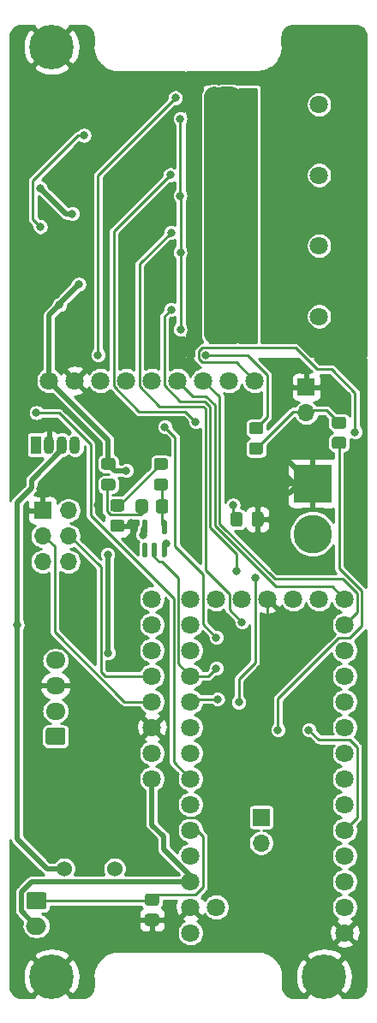
<source format=gbr>
%TF.GenerationSoftware,KiCad,Pcbnew,5.1.10*%
%TF.CreationDate,2021-06-27T22:38:49+02:00*%
%TF.ProjectId,fc_v2,66635f76-322e-46b6-9963-61645f706362,rev?*%
%TF.SameCoordinates,Original*%
%TF.FileFunction,Copper,L1,Top*%
%TF.FilePolarity,Positive*%
%FSLAX46Y46*%
G04 Gerber Fmt 4.6, Leading zero omitted, Abs format (unit mm)*
G04 Created by KiCad (PCBNEW 5.1.10) date 2021-06-27 22:38:49*
%MOMM*%
%LPD*%
G01*
G04 APERTURE LIST*
%TA.AperFunction,EtchedComponent*%
%ADD10C,0.010000*%
%TD*%
%TA.AperFunction,ComponentPad*%
%ADD11O,2.000000X1.700000*%
%TD*%
%TA.AperFunction,ComponentPad*%
%ADD12O,1.700000X1.700000*%
%TD*%
%TA.AperFunction,ComponentPad*%
%ADD13R,1.700000X1.700000*%
%TD*%
%TA.AperFunction,ComponentPad*%
%ADD14C,0.700000*%
%TD*%
%TA.AperFunction,ComponentPad*%
%ADD15C,4.400000*%
%TD*%
%TA.AperFunction,ComponentPad*%
%ADD16C,1.524000*%
%TD*%
%TA.AperFunction,ComponentPad*%
%ADD17O,1.950000X1.700000*%
%TD*%
%TA.AperFunction,ComponentPad*%
%ADD18C,1.800000*%
%TD*%
%TA.AperFunction,ComponentPad*%
%ADD19C,0.800000*%
%TD*%
%TA.AperFunction,ComponentPad*%
%ADD20C,3.800000*%
%TD*%
%TA.AperFunction,ComponentPad*%
%ADD21R,3.800000X3.800000*%
%TD*%
%TA.AperFunction,ComponentPad*%
%ADD22R,1.070000X1.800000*%
%TD*%
%TA.AperFunction,ComponentPad*%
%ADD23O,1.070000X1.800000*%
%TD*%
%TA.AperFunction,ViaPad*%
%ADD24C,0.800000*%
%TD*%
%TA.AperFunction,Conductor*%
%ADD25C,0.500000*%
%TD*%
%TA.AperFunction,Conductor*%
%ADD26C,0.250000*%
%TD*%
%TA.AperFunction,Conductor*%
%ADD27C,2.000000*%
%TD*%
%TA.AperFunction,Conductor*%
%ADD28C,0.254000*%
%TD*%
%TA.AperFunction,Conductor*%
%ADD29C,0.100000*%
%TD*%
G04 APERTURE END LIST*
D10*
%TO.C,U14*%
G36*
X144195800Y-67843400D02*
G01*
X141554200Y-67843400D01*
X141554200Y-71856600D01*
X144195800Y-71856600D01*
X144195800Y-67843400D01*
G37*
X144195800Y-67843400D02*
X141554200Y-67843400D01*
X141554200Y-71856600D01*
X144195800Y-71856600D01*
X144195800Y-67843400D01*
%TO.C,U13*%
G36*
X144195800Y-75463400D02*
G01*
X141554200Y-75463400D01*
X141554200Y-79476600D01*
X144195800Y-79476600D01*
X144195800Y-75463400D01*
G37*
X144195800Y-75463400D02*
X141554200Y-75463400D01*
X141554200Y-79476600D01*
X144195800Y-79476600D01*
X144195800Y-75463400D01*
%TO.C,U12*%
G36*
X144195800Y-81178400D02*
G01*
X141554200Y-81178400D01*
X141554200Y-85191600D01*
X144195800Y-85191600D01*
X144195800Y-81178400D01*
G37*
X144195800Y-81178400D02*
X141554200Y-81178400D01*
X141554200Y-85191600D01*
X144195800Y-85191600D01*
X144195800Y-81178400D01*
%TO.C,U11*%
G36*
X144195800Y-88798400D02*
G01*
X141554200Y-88798400D01*
X141554200Y-92811600D01*
X144195800Y-92811600D01*
X144195800Y-88798400D01*
G37*
X144195800Y-88798400D02*
X141554200Y-88798400D01*
X141554200Y-92811600D01*
X144195800Y-92811600D01*
X144195800Y-88798400D01*
%TD*%
%TO.P,R15,2*%
%TO.N,GND*%
%TA.AperFunction,SMDPad,CuDef*%
G36*
G01*
X135439999Y-149260000D02*
X136340001Y-149260000D01*
G75*
G02*
X136590000Y-149509999I0J-249999D01*
G01*
X136590000Y-150210001D01*
G75*
G02*
X136340001Y-150460000I-249999J0D01*
G01*
X135439999Y-150460000D01*
G75*
G02*
X135190000Y-150210001I0J249999D01*
G01*
X135190000Y-149509999D01*
G75*
G02*
X135439999Y-149260000I249999J0D01*
G01*
G37*
%TD.AperFunction*%
%TO.P,R15,1*%
%TO.N,/LIFTOFF*%
%TA.AperFunction,SMDPad,CuDef*%
G36*
G01*
X135439999Y-147260000D02*
X136340001Y-147260000D01*
G75*
G02*
X136590000Y-147509999I0J-249999D01*
G01*
X136590000Y-148210001D01*
G75*
G02*
X136340001Y-148460000I-249999J0D01*
G01*
X135439999Y-148460000D01*
G75*
G02*
X135190000Y-148210001I0J249999D01*
G01*
X135190000Y-147509999D01*
G75*
G02*
X135439999Y-147260000I249999J0D01*
G01*
G37*
%TD.AperFunction*%
%TD*%
D11*
%TO.P,JP2,2*%
%TO.N,3V3*%
X124460000Y-150455000D03*
%TO.P,JP2,1*%
%TO.N,/LIFTOFF*%
%TA.AperFunction,ComponentPad*%
G36*
G01*
X123710000Y-147105000D02*
X125210000Y-147105000D01*
G75*
G02*
X125460000Y-147355000I0J-250000D01*
G01*
X125460000Y-148555000D01*
G75*
G02*
X125210000Y-148805000I-250000J0D01*
G01*
X123710000Y-148805000D01*
G75*
G02*
X123460000Y-148555000I0J250000D01*
G01*
X123460000Y-147355000D01*
G75*
G02*
X123710000Y-147105000I250000J0D01*
G01*
G37*
%TD.AperFunction*%
%TD*%
D12*
%TO.P,SW1,2*%
%TO.N,Net-(R14-Pad2)*%
X151130000Y-99695000D03*
D13*
%TO.P,SW1,1*%
%TO.N,GND*%
X151130000Y-97155000D03*
%TD*%
D12*
%TO.P,JP1,2*%
%TO.N,Net-(J2-Pad2)*%
X146685000Y-142240000D03*
D13*
%TO.P,JP1,1*%
%TO.N,Net-(JP1-Pad1)*%
X146685000Y-139700000D03*
%TD*%
D14*
%TO.P,H5,1*%
%TO.N,GND*%
X154074726Y-62333274D03*
X152908000Y-61850000D03*
X151741274Y-62333274D03*
X151258000Y-63500000D03*
X151741274Y-64666726D03*
X152908000Y-65150000D03*
X154074726Y-64666726D03*
X154558000Y-63500000D03*
D15*
X152908000Y-63500000D03*
%TD*%
D14*
%TO.P,H4,1*%
%TO.N,GND*%
X127150726Y-154281274D03*
X125984000Y-153798000D03*
X124817274Y-154281274D03*
X124334000Y-155448000D03*
X124817274Y-156614726D03*
X125984000Y-157098000D03*
X127150726Y-156614726D03*
X127634000Y-155448000D03*
D15*
X125984000Y-155448000D03*
%TD*%
D14*
%TO.P,H2,1*%
%TO.N,GND*%
X127150726Y-62333274D03*
X125984000Y-61850000D03*
X124817274Y-62333274D03*
X124334000Y-63500000D03*
X124817274Y-64666726D03*
X125984000Y-65150000D03*
X127150726Y-64666726D03*
X127634000Y-63500000D03*
D15*
X125984000Y-63500000D03*
%TD*%
D14*
%TO.P,H1,1*%
%TO.N,GND*%
X154074726Y-154281274D03*
X152908000Y-153798000D03*
X151741274Y-154281274D03*
X151258000Y-155448000D03*
X151741274Y-156614726D03*
X152908000Y-157098000D03*
X154074726Y-156614726D03*
X154558000Y-155448000D03*
D15*
X152908000Y-155448000D03*
%TD*%
%TO.P,R14,2*%
%TO.N,Net-(R14-Pad2)*%
%TA.AperFunction,SMDPad,CuDef*%
G36*
G01*
X154818501Y-101279500D02*
X153918499Y-101279500D01*
G75*
G02*
X153668500Y-101029501I0J249999D01*
G01*
X153668500Y-100329499D01*
G75*
G02*
X153918499Y-100079500I249999J0D01*
G01*
X154818501Y-100079500D01*
G75*
G02*
X155068500Y-100329499I0J-249999D01*
G01*
X155068500Y-101029501D01*
G75*
G02*
X154818501Y-101279500I-249999J0D01*
G01*
G37*
%TD.AperFunction*%
%TO.P,R14,1*%
%TO.N,/UNSAFE_P_EN*%
%TA.AperFunction,SMDPad,CuDef*%
G36*
G01*
X154818501Y-103279500D02*
X153918499Y-103279500D01*
G75*
G02*
X153668500Y-103029501I0J249999D01*
G01*
X153668500Y-102329499D01*
G75*
G02*
X153918499Y-102079500I249999J0D01*
G01*
X154818501Y-102079500D01*
G75*
G02*
X155068500Y-102329499I0J-249999D01*
G01*
X155068500Y-103029501D01*
G75*
G02*
X154818501Y-103279500I-249999J0D01*
G01*
G37*
%TD.AperFunction*%
%TD*%
D16*
%TO.P,BZ1,2*%
%TO.N,Net-(BZ1-Pad2)*%
X132190500Y-144780000D03*
%TO.P,BZ1,1*%
%TO.N,5V*%
X127190500Y-144780000D03*
%TD*%
D12*
%TO.P,J1,6*%
%TO.N,/EXT_RX*%
X127635000Y-114427000D03*
%TO.P,J1,5*%
%TO.N,/EXT_TX*%
X125095000Y-114427000D03*
%TO.P,J1,4*%
%TO.N,/SDA*%
X127635000Y-111887000D03*
%TO.P,J1,3*%
%TO.N,/SCL*%
X125095000Y-111887000D03*
%TO.P,J1,2*%
%TO.N,Net-(D11-Pad1)*%
X127635000Y-109347000D03*
D13*
%TO.P,J1,1*%
%TO.N,GND*%
X125095000Y-109347000D03*
%TD*%
%TO.P,J2,1*%
%TO.N,Net-(J2-Pad1)*%
%TA.AperFunction,ComponentPad*%
G36*
G01*
X127090000Y-132549000D02*
X125640000Y-132549000D01*
G75*
G02*
X125390000Y-132299000I0J250000D01*
G01*
X125390000Y-131099000D01*
G75*
G02*
X125640000Y-130849000I250000J0D01*
G01*
X127090000Y-130849000D01*
G75*
G02*
X127340000Y-131099000I0J-250000D01*
G01*
X127340000Y-132299000D01*
G75*
G02*
X127090000Y-132549000I-250000J0D01*
G01*
G37*
%TD.AperFunction*%
D17*
%TO.P,J2,2*%
%TO.N,Net-(J2-Pad2)*%
X126365000Y-129199000D03*
%TO.P,J2,3*%
%TO.N,GND*%
X126365000Y-126699000D03*
%TO.P,J2,4*%
%TO.N,Net-(D9-Pad2)*%
X126365000Y-124199000D03*
%TD*%
D18*
%TO.P,U1,1*%
%TO.N,GND*%
X154940000Y-151130000D03*
%TO.P,U1,2*%
%TO.N,/CAN_RX*%
X154940000Y-148590000D03*
%TO.P,U1,3*%
%TO.N,/CAN_TX*%
X154940000Y-146050000D03*
%TO.P,U1,4*%
%TO.N,N/C*%
X154940000Y-143510000D03*
%TO.P,U1,5*%
%TO.N,/RF_G0*%
X154940000Y-140970000D03*
%TO.P,U1,6*%
%TO.N,/RF_RST*%
X154940000Y-138430000D03*
%TO.P,U1,7*%
%TO.N,/RF_CS*%
X154940000Y-135890000D03*
%TO.P,U1,8*%
%TO.N,/P_IN_4*%
X154940000Y-133350000D03*
%TO.P,U1,9*%
%TO.N,/P_IN_3*%
X154940000Y-130810000D03*
%TO.P,U1,10*%
%TO.N,/P_IN_2*%
X154940000Y-128270000D03*
%TO.P,U1,11*%
%TO.N,/P_IN_1*%
X154940000Y-125730000D03*
%TO.P,U1,12*%
%TO.N,/FLASH_CS*%
X154940000Y-123190000D03*
%TO.P,U1,13*%
%TO.N,/MOSI*%
X154940000Y-120650000D03*
%TO.P,U1,34*%
%TO.N,Net-(D4-Pad2)*%
X142240000Y-148590000D03*
%TO.P,U1,33*%
%TO.N,5V*%
X139700000Y-151130000D03*
%TO.P,U1,32*%
%TO.N,GND*%
X139700000Y-148590000D03*
%TO.P,U1,31*%
%TO.N,3V3*%
X139700000Y-146050000D03*
%TO.P,U1,30*%
%TO.N,/BUZZ*%
X139700000Y-143510000D03*
%TO.P,U1,29*%
%TO.N,/LIFTOFF*%
X139700000Y-140970000D03*
%TO.P,U1,28*%
%TO.N,N/C*%
X139700000Y-138430000D03*
%TO.P,U1,27*%
%TO.N,/RGB_TX*%
X139700000Y-135890000D03*
%TO.P,U1,26*%
%TO.N,/SCL*%
X139700000Y-133350000D03*
%TO.P,U1,25*%
%TO.N,/SDA*%
X139700000Y-130810000D03*
%TO.P,U1,24*%
%TO.N,/BAT_READ*%
X139700000Y-128270000D03*
%TO.P,U1,23*%
%TO.N,/UNSAFE_P_EN*%
X139700000Y-125730000D03*
%TO.P,U1,22*%
%TO.N,/EXT_TX*%
X139700000Y-123190000D03*
%TO.P,U1,21*%
%TO.N,/EXT_RX*%
X139700000Y-120650000D03*
%TO.P,U1,14*%
%TO.N,/MISO*%
X154940000Y-118110000D03*
%TO.P,U1,15*%
%TO.N,N/C*%
X152400000Y-118110000D03*
%TO.P,U1,16*%
X149860000Y-118110000D03*
%TO.P,U1,20*%
%TO.N,/SCK*%
X139700000Y-118110000D03*
%TO.P,U1,19*%
%TO.N,N/C*%
X142240000Y-118110000D03*
%TO.P,U1,18*%
X144780000Y-118110000D03*
%TO.P,U1,17*%
%TO.N,GND*%
X147320000Y-118110000D03*
%TD*%
D19*
%TO.P,U14,15*%
%TO.N,12V_LIMIT*%
X142036800Y-71374000D03*
X143713200Y-71374000D03*
X142875000Y-71374000D03*
X142036800Y-69951600D03*
X142875000Y-69951600D03*
X143713200Y-69951600D03*
X142036800Y-68478400D03*
X142875000Y-68478400D03*
X143713200Y-68478400D03*
%TD*%
%TO.P,U13,15*%
%TO.N,12V_LIMIT*%
X142036800Y-78994000D03*
X143713200Y-78994000D03*
X142875000Y-78994000D03*
X142036800Y-77571600D03*
X142875000Y-77571600D03*
X143713200Y-77571600D03*
X142036800Y-76098400D03*
X142875000Y-76098400D03*
X143713200Y-76098400D03*
%TD*%
%TO.P,U12,15*%
%TO.N,12V_LIMIT*%
X142036800Y-84709000D03*
X143713200Y-84709000D03*
X142875000Y-84709000D03*
X142036800Y-83286600D03*
X142875000Y-83286600D03*
X143713200Y-83286600D03*
X142036800Y-81813400D03*
X142875000Y-81813400D03*
X143713200Y-81813400D03*
%TD*%
%TO.P,U11,15*%
%TO.N,12V_LIMIT*%
X142036800Y-92329000D03*
X143713200Y-92329000D03*
X142875000Y-92329000D03*
X142036800Y-90906600D03*
X142875000Y-90906600D03*
X143713200Y-90906600D03*
X142036800Y-89433400D03*
X142875000Y-89433400D03*
X143713200Y-89433400D03*
%TD*%
%TO.P,R12,2*%
%TO.N,Net-(D5-Pad2)*%
%TA.AperFunction,SMDPad,CuDef*%
G36*
G01*
X136290000Y-109416001D02*
X136290000Y-108515999D01*
G75*
G02*
X136539999Y-108266000I249999J0D01*
G01*
X137240001Y-108266000D01*
G75*
G02*
X137490000Y-108515999I0J-249999D01*
G01*
X137490000Y-109416001D01*
G75*
G02*
X137240001Y-109666000I-249999J0D01*
G01*
X136539999Y-109666000D01*
G75*
G02*
X136290000Y-109416001I0J249999D01*
G01*
G37*
%TD.AperFunction*%
%TO.P,R12,1*%
%TO.N,Net-(D7-Pad1)*%
%TA.AperFunction,SMDPad,CuDef*%
G36*
G01*
X134290000Y-109416001D02*
X134290000Y-108515999D01*
G75*
G02*
X134539999Y-108266000I249999J0D01*
G01*
X135240001Y-108266000D01*
G75*
G02*
X135490000Y-108515999I0J-249999D01*
G01*
X135490000Y-109416001D01*
G75*
G02*
X135240001Y-109666000I-249999J0D01*
G01*
X134539999Y-109666000D01*
G75*
G02*
X134290000Y-109416001I0J249999D01*
G01*
G37*
%TD.AperFunction*%
%TD*%
%TO.P,R11,2*%
%TO.N,Net-(D5-Pad1)*%
%TA.AperFunction,SMDPad,CuDef*%
G36*
G01*
X132911001Y-109471000D02*
X132010999Y-109471000D01*
G75*
G02*
X131761000Y-109221001I0J249999D01*
G01*
X131761000Y-108520999D01*
G75*
G02*
X132010999Y-108271000I249999J0D01*
G01*
X132911001Y-108271000D01*
G75*
G02*
X133161000Y-108520999I0J-249999D01*
G01*
X133161000Y-109221001D01*
G75*
G02*
X132911001Y-109471000I-249999J0D01*
G01*
G37*
%TD.AperFunction*%
%TO.P,R11,1*%
%TO.N,GND*%
%TA.AperFunction,SMDPad,CuDef*%
G36*
G01*
X132911001Y-111471000D02*
X132010999Y-111471000D01*
G75*
G02*
X131761000Y-111221001I0J249999D01*
G01*
X131761000Y-110520999D01*
G75*
G02*
X132010999Y-110271000I249999J0D01*
G01*
X132911001Y-110271000D01*
G75*
G02*
X133161000Y-110520999I0J-249999D01*
G01*
X133161000Y-111221001D01*
G75*
G02*
X132911001Y-111471000I-249999J0D01*
G01*
G37*
%TD.AperFunction*%
%TD*%
%TO.P,R7,2*%
%TO.N,/P_EN*%
%TA.AperFunction,SMDPad,CuDef*%
G36*
G01*
X146627001Y-101835000D02*
X145726999Y-101835000D01*
G75*
G02*
X145477000Y-101585001I0J249999D01*
G01*
X145477000Y-100884999D01*
G75*
G02*
X145726999Y-100635000I249999J0D01*
G01*
X146627001Y-100635000D01*
G75*
G02*
X146877000Y-100884999I0J-249999D01*
G01*
X146877000Y-101585001D01*
G75*
G02*
X146627001Y-101835000I-249999J0D01*
G01*
G37*
%TD.AperFunction*%
%TO.P,R7,1*%
%TO.N,Net-(R14-Pad2)*%
%TA.AperFunction,SMDPad,CuDef*%
G36*
G01*
X146627001Y-103835000D02*
X145726999Y-103835000D01*
G75*
G02*
X145477000Y-103585001I0J249999D01*
G01*
X145477000Y-102884999D01*
G75*
G02*
X145726999Y-102635000I249999J0D01*
G01*
X146627001Y-102635000D01*
G75*
G02*
X146877000Y-102884999I0J-249999D01*
G01*
X146877000Y-103585001D01*
G75*
G02*
X146627001Y-103835000I-249999J0D01*
G01*
G37*
%TD.AperFunction*%
%TD*%
%TO.P,C3,2*%
%TO.N,GND*%
%TA.AperFunction,SMDPad,CuDef*%
G36*
G01*
X145738000Y-110711000D02*
X145738000Y-109761000D01*
G75*
G02*
X145988000Y-109511000I250000J0D01*
G01*
X146663000Y-109511000D01*
G75*
G02*
X146913000Y-109761000I0J-250000D01*
G01*
X146913000Y-110711000D01*
G75*
G02*
X146663000Y-110961000I-250000J0D01*
G01*
X145988000Y-110961000D01*
G75*
G02*
X145738000Y-110711000I0J250000D01*
G01*
G37*
%TD.AperFunction*%
%TO.P,C3,1*%
%TO.N,12V*%
%TA.AperFunction,SMDPad,CuDef*%
G36*
G01*
X143663000Y-110711000D02*
X143663000Y-109761000D01*
G75*
G02*
X143913000Y-109511000I250000J0D01*
G01*
X144588000Y-109511000D01*
G75*
G02*
X144838000Y-109761000I0J-250000D01*
G01*
X144838000Y-110711000D01*
G75*
G02*
X144588000Y-110961000I-250000J0D01*
G01*
X143913000Y-110961000D01*
G75*
G02*
X143663000Y-110711000I0J250000D01*
G01*
G37*
%TD.AperFunction*%
%TD*%
%TO.P,U15,1*%
%TO.N,N/C*%
%TA.AperFunction,SMDPad,CuDef*%
G36*
G01*
X135319000Y-113991000D02*
X135069000Y-113991000D01*
G75*
G02*
X134944000Y-113866000I0J125000D01*
G01*
X134944000Y-112691000D01*
G75*
G02*
X135069000Y-112566000I125000J0D01*
G01*
X135319000Y-112566000D01*
G75*
G02*
X135444000Y-112691000I0J-125000D01*
G01*
X135444000Y-113866000D01*
G75*
G02*
X135319000Y-113991000I-125000J0D01*
G01*
G37*
%TD.AperFunction*%
%TO.P,U15,2*%
%TO.N,/UNSAFE_P_EN*%
%TA.AperFunction,SMDPad,CuDef*%
G36*
G01*
X136269000Y-113991000D02*
X136019000Y-113991000D01*
G75*
G02*
X135894000Y-113866000I0J125000D01*
G01*
X135894000Y-112691000D01*
G75*
G02*
X136019000Y-112566000I125000J0D01*
G01*
X136269000Y-112566000D01*
G75*
G02*
X136394000Y-112691000I0J-125000D01*
G01*
X136394000Y-113866000D01*
G75*
G02*
X136269000Y-113991000I-125000J0D01*
G01*
G37*
%TD.AperFunction*%
%TO.P,U15,3*%
%TO.N,GND*%
%TA.AperFunction,SMDPad,CuDef*%
G36*
G01*
X137219000Y-113991000D02*
X136969000Y-113991000D01*
G75*
G02*
X136844000Y-113866000I0J125000D01*
G01*
X136844000Y-112691000D01*
G75*
G02*
X136969000Y-112566000I125000J0D01*
G01*
X137219000Y-112566000D01*
G75*
G02*
X137344000Y-112691000I0J-125000D01*
G01*
X137344000Y-113866000D01*
G75*
G02*
X137219000Y-113991000I-125000J0D01*
G01*
G37*
%TD.AperFunction*%
%TO.P,U15,4*%
%TO.N,Net-(D5-Pad2)*%
%TA.AperFunction,SMDPad,CuDef*%
G36*
G01*
X137219000Y-111716000D02*
X136969000Y-111716000D01*
G75*
G02*
X136844000Y-111591000I0J125000D01*
G01*
X136844000Y-110416000D01*
G75*
G02*
X136969000Y-110291000I125000J0D01*
G01*
X137219000Y-110291000D01*
G75*
G02*
X137344000Y-110416000I0J-125000D01*
G01*
X137344000Y-111591000D01*
G75*
G02*
X137219000Y-111716000I-125000J0D01*
G01*
G37*
%TD.AperFunction*%
%TO.P,U15,5*%
%TO.N,3V3*%
%TA.AperFunction,SMDPad,CuDef*%
G36*
G01*
X135319000Y-111716000D02*
X135069000Y-111716000D01*
G75*
G02*
X134944000Y-111591000I0J125000D01*
G01*
X134944000Y-110416000D01*
G75*
G02*
X135069000Y-110291000I125000J0D01*
G01*
X135319000Y-110291000D01*
G75*
G02*
X135444000Y-110416000I0J-125000D01*
G01*
X135444000Y-111591000D01*
G75*
G02*
X135319000Y-111716000I-125000J0D01*
G01*
G37*
%TD.AperFunction*%
%TD*%
%TO.P,D7,2*%
%TO.N,3V3*%
%TA.AperFunction,SMDPad,CuDef*%
G36*
G01*
X132022001Y-105332000D02*
X131121999Y-105332000D01*
G75*
G02*
X130872000Y-105082001I0J249999D01*
G01*
X130872000Y-104431999D01*
G75*
G02*
X131121999Y-104182000I249999J0D01*
G01*
X132022001Y-104182000D01*
G75*
G02*
X132272000Y-104431999I0J-249999D01*
G01*
X132272000Y-105082001D01*
G75*
G02*
X132022001Y-105332000I-249999J0D01*
G01*
G37*
%TD.AperFunction*%
%TO.P,D7,1*%
%TO.N,Net-(D7-Pad1)*%
%TA.AperFunction,SMDPad,CuDef*%
G36*
G01*
X132022001Y-107382000D02*
X131121999Y-107382000D01*
G75*
G02*
X130872000Y-107132001I0J249999D01*
G01*
X130872000Y-106481999D01*
G75*
G02*
X131121999Y-106232000I249999J0D01*
G01*
X132022001Y-106232000D01*
G75*
G02*
X132272000Y-106481999I0J-249999D01*
G01*
X132272000Y-107132001D01*
G75*
G02*
X132022001Y-107382000I-249999J0D01*
G01*
G37*
%TD.AperFunction*%
%TD*%
%TO.P,D5,2*%
%TO.N,Net-(D5-Pad2)*%
%TA.AperFunction,SMDPad,CuDef*%
G36*
G01*
X136328999Y-106232000D02*
X137229001Y-106232000D01*
G75*
G02*
X137479000Y-106481999I0J-249999D01*
G01*
X137479000Y-107132001D01*
G75*
G02*
X137229001Y-107382000I-249999J0D01*
G01*
X136328999Y-107382000D01*
G75*
G02*
X136079000Y-107132001I0J249999D01*
G01*
X136079000Y-106481999D01*
G75*
G02*
X136328999Y-106232000I249999J0D01*
G01*
G37*
%TD.AperFunction*%
%TO.P,D5,1*%
%TO.N,Net-(D5-Pad1)*%
%TA.AperFunction,SMDPad,CuDef*%
G36*
G01*
X136328999Y-104182000D02*
X137229001Y-104182000D01*
G75*
G02*
X137479000Y-104431999I0J-249999D01*
G01*
X137479000Y-105082001D01*
G75*
G02*
X137229001Y-105332000I-249999J0D01*
G01*
X136328999Y-105332000D01*
G75*
G02*
X136079000Y-105082001I0J249999D01*
G01*
X136079000Y-104431999D01*
G75*
G02*
X136328999Y-104182000I249999J0D01*
G01*
G37*
%TD.AperFunction*%
%TD*%
D20*
%TO.P,U5,2*%
%TO.N,12V*%
X151765000Y-111680000D03*
D21*
%TO.P,U5,1*%
%TO.N,GND*%
X151765000Y-106680000D03*
%TD*%
D18*
%TO.P,U9,2*%
%TO.N,Net-(C7-Pad2)*%
X152400000Y-76200000D03*
%TO.P,U9,1*%
%TO.N,GND*%
X152400000Y-78740000D03*
%TD*%
%TO.P,U2,9*%
%TO.N,/RF_RST*%
X146050000Y-96520000D03*
%TO.P,U2,8*%
%TO.N,/RF_CS*%
X143510000Y-96520000D03*
%TO.P,U2,7*%
%TO.N,/MOSI*%
X140970000Y-96520000D03*
%TO.P,U2,6*%
%TO.N,/MISO*%
X138430000Y-96520000D03*
%TO.P,U2,5*%
%TO.N,/SCK*%
X135890000Y-96520000D03*
%TO.P,U2,4*%
%TO.N,/RF_G0*%
X133350000Y-96520000D03*
%TO.P,U2,3*%
%TO.N,N/C*%
X130810000Y-96520000D03*
%TO.P,U2,2*%
%TO.N,GND*%
X128270000Y-96520000D03*
%TO.P,U2,1*%
%TO.N,3V3*%
X125730000Y-96520000D03*
%TD*%
D22*
%TO.P,D2,2*%
%TO.N,N/C*%
X124460000Y-102870000D03*
D23*
%TO.P,D2,1*%
%TO.N,GND*%
X125730000Y-102870000D03*
%TO.P,D2,3*%
%TO.N,5V*%
X127000000Y-102870000D03*
%TO.P,D2,4*%
%TO.N,Net-(D2-Pad4)*%
X128270000Y-102870000D03*
%TD*%
D18*
%TO.P,U10,2*%
%TO.N,Net-(C8-Pad2)*%
X152400000Y-69215000D03*
%TO.P,U10,1*%
%TO.N,GND*%
X152400000Y-71755000D03*
%TD*%
%TO.P,U8,2*%
%TO.N,Net-(C6-Pad2)*%
X152400000Y-83185000D03*
%TO.P,U8,1*%
%TO.N,GND*%
X152400000Y-85725000D03*
%TD*%
%TO.P,U7,2*%
%TO.N,Net-(C5-Pad2)*%
X152400000Y-90170000D03*
%TO.P,U7,1*%
%TO.N,GND*%
X152400000Y-92710000D03*
%TD*%
%TO.P,U3,1*%
%TO.N,3V3*%
X135890000Y-135890000D03*
%TO.P,U3,2*%
%TO.N,N/C*%
X135890000Y-133350000D03*
%TO.P,U3,3*%
%TO.N,GND*%
X135890000Y-130810000D03*
%TO.P,U3,4*%
%TO.N,/SCL*%
X135890000Y-128270000D03*
%TO.P,U3,5*%
%TO.N,/SDA*%
X135890000Y-125730000D03*
%TO.P,U3,6*%
%TO.N,N/C*%
X135890000Y-123190000D03*
%TO.P,U3,7*%
X135890000Y-120650000D03*
%TO.P,U3,8*%
X135890000Y-118110000D03*
%TD*%
D24*
%TO.N,5V*%
X122555000Y-120650000D03*
%TO.N,GND*%
X130556000Y-136144000D03*
X137287000Y-112649000D03*
X139700000Y-86868000D03*
X136652000Y-86868000D03*
X135636000Y-81280000D03*
X146042000Y-130802000D03*
X155956000Y-114808000D03*
X128016000Y-150368000D03*
X136144000Y-73660000D03*
X149352000Y-79756000D03*
X149860000Y-73152000D03*
X149860000Y-86360000D03*
X147828000Y-86868000D03*
X151384000Y-80772000D03*
X147320000Y-73152000D03*
X147863000Y-104613000D03*
X148336000Y-106172000D03*
X148844000Y-103886000D03*
X149352000Y-115062000D03*
X155702000Y-103886000D03*
X134366000Y-69850000D03*
X135890000Y-91948000D03*
X138176000Y-93980000D03*
X149098000Y-91948000D03*
X139700000Y-73660000D03*
X133604000Y-123952000D03*
X133604000Y-117348000D03*
X156464000Y-90932000D03*
X156464000Y-79248000D03*
X156083000Y-96139000D03*
X133096000Y-130683000D03*
X133477000Y-120777000D03*
X129667000Y-139827000D03*
X133858000Y-110617000D03*
X135890000Y-94361000D03*
X146304000Y-135382000D03*
X146558000Y-127762000D03*
X149606000Y-122682000D03*
X128143000Y-91059000D03*
X131953000Y-78613000D03*
X127000000Y-85979000D03*
X124206000Y-70993000D03*
X127127000Y-67818000D03*
X144653000Y-140716000D03*
X143510000Y-138430000D03*
X128778000Y-121793000D03*
X130556000Y-108839000D03*
X124841000Y-107188000D03*
X149606000Y-101473000D03*
X152908000Y-101854000D03*
X147066000Y-105791000D03*
X153289000Y-97282000D03*
X132588000Y-142240000D03*
X137668000Y-138684000D03*
%TO.N,3V3*%
X131572000Y-123444000D03*
X131518001Y-113718999D03*
X135001000Y-111760000D03*
X126746000Y-89027000D03*
X128651000Y-86995000D03*
X128016000Y-80010000D03*
X124841000Y-77470000D03*
X133350000Y-105410000D03*
%TO.N,12V*%
X146094999Y-116033001D03*
X144464000Y-128332000D03*
X143891000Y-108839000D03*
%TO.N,Net-(R8-Pad2)*%
X138684000Y-70612000D03*
X138684000Y-78232000D03*
X138699000Y-83835000D03*
X138699000Y-91455000D03*
%TO.N,/BAT_READ*%
X142367000Y-128016000D03*
%TO.N,/FLASH_CS*%
X129159000Y-72263000D03*
X124861064Y-81300064D03*
%TO.N,/P_EN*%
X141224000Y-93980000D03*
%TO.N,/UNSAFE_P_EN*%
X148336000Y-131064000D03*
X142240000Y-124968000D03*
%TO.N,/P_IN_1*%
X137765000Y-89505000D03*
X144272000Y-115316000D03*
%TO.N,/P_IN_2*%
X137765000Y-81885000D03*
X144780000Y-120396000D03*
%TO.N,/P_IN_3*%
X140208000Y-100584000D03*
X137698000Y-76170000D03*
%TO.N,/P_IN_4*%
X138206000Y-68550000D03*
X130556000Y-93980000D03*
%TO.N,/RF_RST*%
X155956000Y-101600000D03*
%TO.N,/RF_G0*%
X151384000Y-131064000D03*
X142240000Y-121920000D03*
X137160000Y-101092000D03*
%TO.N,/RGB_TX*%
X124460000Y-99695000D03*
%TD*%
D25*
%TO.N,5V*%
X122555000Y-141835000D02*
X125500000Y-144780000D01*
X125500000Y-144780000D02*
X127000000Y-144780000D01*
X122555000Y-138176000D02*
X122555000Y-141835000D01*
X122555000Y-137033000D02*
X122555000Y-138176000D01*
X122555000Y-136017000D02*
X122555000Y-137033000D01*
X122555000Y-134874000D02*
X122555000Y-136017000D01*
X122555000Y-109249998D02*
X122555000Y-119507000D01*
X122555000Y-119507000D02*
X122555000Y-134874000D01*
X122555000Y-119507000D02*
X122555000Y-119507000D01*
X123990999Y-106367015D02*
X127000000Y-103358014D01*
X123990999Y-107149001D02*
X123990999Y-106367015D01*
X127000000Y-103358014D02*
X127000000Y-102870000D01*
X122555000Y-108585000D02*
X123990999Y-107149001D01*
X122555000Y-108585000D02*
X122555000Y-109249998D01*
D26*
%TO.N,GND*%
X147320000Y-129524000D02*
X146042000Y-130802000D01*
X147320000Y-118110000D02*
X147320000Y-129524000D01*
D25*
X149522000Y-107653000D02*
X151765000Y-105410000D01*
X146304000Y-107653000D02*
X149522000Y-107653000D01*
X151638000Y-106680000D02*
X148844000Y-103886000D01*
X151765000Y-106680000D02*
X151638000Y-106680000D01*
X149930000Y-106680000D02*
X147863000Y-104613000D01*
X151765000Y-106680000D02*
X149930000Y-106680000D01*
D26*
X138728999Y-139744999D02*
X137668000Y-138684000D01*
X143681999Y-139744999D02*
X138728999Y-139744999D01*
X144653000Y-140716000D02*
X143681999Y-139744999D01*
D25*
%TO.N,3V3*%
X137033000Y-141605000D02*
X137033000Y-142841002D01*
X137033000Y-142841002D02*
X139700000Y-145508002D01*
X139700000Y-145508002D02*
X139700000Y-146050000D01*
X131572000Y-122936000D02*
X131572000Y-123444000D01*
X131572000Y-113772998D02*
X131572000Y-123444000D01*
X131518001Y-113718999D02*
X131572000Y-113772998D01*
X135001000Y-111196500D02*
X135194000Y-111003500D01*
X135001000Y-111760000D02*
X135001000Y-111196500D01*
X126746000Y-88900000D02*
X128651000Y-86995000D01*
X126746000Y-89027000D02*
X126746000Y-88900000D01*
X127381000Y-80010000D02*
X124841000Y-77470000D01*
X128016000Y-80010000D02*
X127381000Y-80010000D01*
X125730000Y-90043000D02*
X126746000Y-89027000D01*
X125730000Y-96520000D02*
X125730000Y-90043000D01*
X132225000Y-105410000D02*
X131572000Y-104757000D01*
X133350000Y-105410000D02*
X132225000Y-105410000D01*
X131572000Y-102362000D02*
X125730000Y-96520000D01*
X131572000Y-104757000D02*
X131572000Y-102362000D01*
X135890000Y-140462000D02*
X135890000Y-135890000D01*
X137033000Y-141605000D02*
X135890000Y-140462000D01*
D26*
%TO.N,12V*%
X146094999Y-124385001D02*
X146094999Y-116033001D01*
X144464000Y-126016000D02*
X146094999Y-124385001D01*
X146094999Y-116033001D02*
X146094999Y-116033001D01*
D27*
%TO.N,12V_LIMIT*%
X142875000Y-83185000D02*
X142875000Y-90805000D01*
X142875000Y-83185000D02*
X142875000Y-77470000D01*
X142875000Y-77470000D02*
X142875000Y-73533000D01*
X142875000Y-73533000D02*
X142875000Y-69850000D01*
D26*
%TO.N,12V*%
X144464000Y-126016000D02*
X144464000Y-128078000D01*
X144464000Y-128078000D02*
X144464000Y-128332000D01*
X144464000Y-128332000D02*
X144464000Y-128332000D01*
X143891000Y-109876500D02*
X144250500Y-110236000D01*
X143891000Y-108839000D02*
X143891000Y-109876500D01*
D27*
%TO.N,12V_LIMIT*%
X143713200Y-84709000D02*
X143713200Y-68478400D01*
X142875000Y-68478400D02*
X143713200Y-68478400D01*
X142367000Y-89789000D02*
X142367000Y-68834000D01*
X142367000Y-91821000D02*
X142367000Y-89789000D01*
X142951200Y-91821000D02*
X142367000Y-91821000D01*
X142036800Y-90906600D02*
X142951200Y-91821000D01*
X142036800Y-90906600D02*
X143357600Y-90906600D01*
X143357600Y-90906600D02*
X144272000Y-91821000D01*
X144272000Y-89789000D02*
X143383000Y-88900000D01*
X144272000Y-91821000D02*
X144272000Y-89789000D01*
X143383000Y-88900000D02*
X143383000Y-91059000D01*
X143383000Y-68834000D02*
X143383000Y-88900000D01*
X142036800Y-90906600D02*
X142036800Y-68478400D01*
X142036800Y-90906600D02*
X142036800Y-91929989D01*
D25*
%TO.N,3V3*%
X124025034Y-146050000D02*
X139700000Y-146050000D01*
X123009990Y-147065044D02*
X124025034Y-146050000D01*
X123009990Y-149004990D02*
X123009990Y-147065044D01*
X124460000Y-150455000D02*
X123009990Y-149004990D01*
D26*
%TO.N,/MISO*%
X154213002Y-118110000D02*
X154940000Y-118110000D01*
X138430000Y-96520000D02*
X139954000Y-98044000D01*
X142109981Y-110850239D02*
X148144741Y-116884999D01*
X142109980Y-98929980D02*
X142109981Y-110850239D01*
X141224000Y-98044000D02*
X142109980Y-98929980D01*
X139954000Y-98044000D02*
X141224000Y-98044000D01*
X153714999Y-116884999D02*
X154940000Y-118110000D01*
X148144741Y-116884999D02*
X153714999Y-116884999D01*
%TO.N,/MOSI*%
X140970000Y-96520000D02*
X142559990Y-98109990D01*
X156165001Y-119424999D02*
X154940000Y-120650000D01*
X156165001Y-117521999D02*
X156165001Y-119424999D01*
X142559990Y-98109990D02*
X142559990Y-110663838D01*
X154774926Y-116131924D02*
X156165001Y-117521999D01*
X148028076Y-116131924D02*
X154774926Y-116131924D01*
X142559990Y-110663838D02*
X148028076Y-116131924D01*
%TO.N,/SDA*%
X131260998Y-125730000D02*
X135890000Y-125730000D01*
X130846999Y-125316001D02*
X131260998Y-125730000D01*
X130846999Y-114971999D02*
X130846999Y-125316001D01*
X127635000Y-111760000D02*
X130846999Y-114971999D01*
%TO.N,/SCL*%
X133164588Y-128270000D02*
X135890000Y-128270000D01*
X126270001Y-121375413D02*
X133164588Y-128270000D01*
X126270001Y-112935001D02*
X126270001Y-121375413D01*
X125095000Y-111760000D02*
X126270001Y-112935001D01*
%TO.N,Net-(R8-Pad2)*%
X138684000Y-70612000D02*
X138684000Y-78232000D01*
X138699000Y-83835000D02*
X138699000Y-78247000D01*
X138699000Y-78247000D02*
X138684000Y-78232000D01*
X138699000Y-91455000D02*
X138699000Y-86345000D01*
X138699000Y-83835000D02*
X138699000Y-86345000D01*
%TO.N,Net-(D5-Pad2)*%
X136890000Y-110799500D02*
X137094000Y-111003500D01*
X136890000Y-108966000D02*
X136890000Y-110799500D01*
X136890000Y-106918000D02*
X136779000Y-106807000D01*
X136890000Y-108966000D02*
X136890000Y-106918000D01*
%TO.N,Net-(D5-Pad1)*%
X132665000Y-108871000D02*
X136779000Y-104757000D01*
X132461000Y-108871000D02*
X132665000Y-108871000D01*
%TO.N,Net-(D7-Pad1)*%
X131772820Y-109796010D02*
X131435990Y-109459180D01*
X131435990Y-106943010D02*
X131572000Y-106807000D01*
X134759990Y-109796010D02*
X131772820Y-109796010D01*
X131435990Y-109459180D02*
X131435990Y-106943010D01*
X134890000Y-109666000D02*
X134759990Y-109796010D01*
X134890000Y-108966000D02*
X134890000Y-109666000D01*
%TO.N,/BAT_READ*%
X139954000Y-128016000D02*
X139700000Y-128270000D01*
X142367000Y-128016000D02*
X139954000Y-128016000D01*
%TO.N,/FLASH_CS*%
X124115999Y-80554999D02*
X124861064Y-81300064D01*
X124115999Y-76740316D02*
X124115999Y-80554999D01*
X128593315Y-72263000D02*
X124115999Y-76740316D01*
X129159000Y-72263000D02*
X128593315Y-72263000D01*
%TO.N,/P_EN*%
X141224000Y-93980000D02*
X141224000Y-93980000D01*
X147275001Y-95931999D02*
X145323002Y-93980000D01*
X147275001Y-100136999D02*
X147275001Y-95931999D01*
X145323002Y-93980000D02*
X141224000Y-93980000D01*
X146177000Y-101235000D02*
X147275001Y-100136999D01*
%TO.N,/UNSAFE_P_EN*%
X148336000Y-131064000D02*
X148336000Y-131064000D01*
X141478000Y-125730000D02*
X142240000Y-124968000D01*
X139700000Y-125730000D02*
X141478000Y-125730000D01*
X139700000Y-125730000D02*
X138474999Y-124504999D01*
X138474999Y-124504999D02*
X138474999Y-116033001D01*
X136144000Y-113991000D02*
X136580000Y-114427000D01*
X136144000Y-113278500D02*
X136144000Y-113991000D01*
X136868998Y-114427000D02*
X138474999Y-116033001D01*
X136580000Y-114427000D02*
X136868998Y-114427000D01*
X148336000Y-127980998D02*
X148336000Y-131064000D01*
X155438003Y-121964999D02*
X154351999Y-121964999D01*
X154351999Y-121964999D02*
X148336000Y-127980998D01*
X156615011Y-120787991D02*
X155438003Y-121964999D01*
X156615011Y-117335599D02*
X156615011Y-120787991D01*
X154368500Y-115089088D02*
X156513956Y-117234544D01*
X154368500Y-102679500D02*
X154368500Y-115089088D01*
X156513956Y-117234544D02*
X156615011Y-117335599D01*
%TO.N,/P_IN_1*%
X137115001Y-90154999D02*
X137115001Y-97018003D01*
X137115001Y-97018003D02*
X138648998Y-98552000D01*
X137765000Y-89505000D02*
X137115001Y-90154999D01*
X138648998Y-98552000D02*
X141095590Y-98552000D01*
X141651999Y-99108409D02*
X141651999Y-111028667D01*
X141095590Y-98552000D02*
X141651999Y-99108409D01*
X141651999Y-111028667D02*
X144272000Y-113648668D01*
X144272000Y-113648668D02*
X144272000Y-115316000D01*
X144272000Y-115316000D02*
X144272000Y-115316000D01*
%TO.N,/P_IN_2*%
X136616998Y-99060000D02*
X140967180Y-99060000D01*
X134664999Y-97108001D02*
X136616998Y-99060000D01*
X134664999Y-84985001D02*
X134664999Y-97108001D01*
X137765000Y-81885000D02*
X134664999Y-84985001D01*
X143554999Y-117646999D02*
X143554999Y-119170999D01*
X141201989Y-115293989D02*
X143554999Y-117646999D01*
X141201989Y-99294809D02*
X141201989Y-115293989D01*
X140967180Y-99060000D02*
X141201989Y-99294809D01*
X143554999Y-119170999D02*
X144780000Y-120396000D01*
X144780000Y-120396000D02*
X144780000Y-120396000D01*
%TO.N,/P_IN_3*%
X132124999Y-81743001D02*
X132124999Y-97108001D01*
X132124999Y-97108001D02*
X134584998Y-99568000D01*
X137698000Y-76170000D02*
X132124999Y-81743001D01*
X134584998Y-99568000D02*
X139192000Y-99568000D01*
X139192000Y-99568000D02*
X140208000Y-100584000D01*
%TO.N,/P_IN_4*%
X138206000Y-68550000D02*
X130556000Y-76200000D01*
X130556000Y-76200000D02*
X130556000Y-93980000D01*
X130556000Y-93980000D02*
X130556000Y-93980000D01*
%TO.N,/RF_RST*%
X155956000Y-101600000D02*
X155956000Y-101600000D01*
X140498999Y-94328001D02*
X140498999Y-93631999D01*
X140875999Y-94705001D02*
X140498999Y-94328001D01*
X140875999Y-93254999D02*
X150041999Y-93254999D01*
X140498999Y-93631999D02*
X140875999Y-93254999D01*
X144235001Y-94705001D02*
X140875999Y-94705001D01*
X146050000Y-96520000D02*
X144235001Y-94705001D01*
X155956000Y-97711000D02*
X155956000Y-101600000D01*
X153648000Y-95403000D02*
X155956000Y-97711000D01*
X152190000Y-95403000D02*
X153648000Y-95403000D01*
X150041999Y-93254999D02*
X152190000Y-95403000D01*
%TO.N,/RF_G0*%
X155438003Y-132035001D02*
X152355001Y-132035001D01*
X156165001Y-132761999D02*
X155438003Y-132035001D01*
X156165001Y-139744999D02*
X156165001Y-132761999D01*
X154940000Y-140970000D02*
X156165001Y-139744999D01*
X152355001Y-132035001D02*
X151384000Y-131064000D01*
X151384000Y-131064000D02*
X151384000Y-131064000D01*
X138185010Y-112913420D02*
X138185010Y-102117010D01*
X140925001Y-115653411D02*
X138185010Y-112913420D01*
X140925001Y-120605001D02*
X140925001Y-115653411D01*
X142240000Y-121920000D02*
X140925001Y-120605001D01*
X138185010Y-102117010D02*
X137160000Y-101092000D01*
X137160000Y-101092000D02*
X137160000Y-101092000D01*
%TO.N,Net-(R14-Pad2)*%
X149844000Y-99568000D02*
X146177000Y-103235000D01*
X151384000Y-99568000D02*
X149844000Y-99568000D01*
X153990001Y-100771999D02*
X154368500Y-100393500D01*
X153164000Y-99475000D02*
X154368500Y-100679500D01*
X151384000Y-99475000D02*
X153164000Y-99475000D01*
%TO.N,/LIFTOFF*%
X139700000Y-140970000D02*
X139700000Y-140335000D01*
X136385001Y-147364999D02*
X135890000Y-147860000D01*
X140198003Y-147364999D02*
X136385001Y-147364999D01*
X140925001Y-146638001D02*
X140198003Y-147364999D01*
X140925001Y-141560001D02*
X140925001Y-146638001D01*
X139700000Y-140335000D02*
X140925001Y-141560001D01*
X135795000Y-147955000D02*
X135890000Y-147860000D01*
X124460000Y-147955000D02*
X135795000Y-147955000D01*
%TO.N,/RGB_TX*%
X129830999Y-102849762D02*
X126676237Y-99695000D01*
X129830999Y-109854189D02*
X129830999Y-102849762D01*
X126676237Y-99695000D02*
X124460000Y-99695000D01*
X138024989Y-118048179D02*
X129830999Y-109854189D01*
X138024989Y-134214989D02*
X138024989Y-118048179D01*
X139700000Y-135890000D02*
X138024989Y-134214989D01*
%TD*%
D28*
%TO.N,GND*%
X147513748Y-118095858D02*
X147499605Y-118110000D01*
X148384080Y-118994475D01*
X148638261Y-118910792D01*
X148705521Y-118770736D01*
X148829252Y-118955913D01*
X149014087Y-119140748D01*
X149231430Y-119285972D01*
X149472928Y-119386004D01*
X149729302Y-119437000D01*
X149990698Y-119437000D01*
X150247072Y-119386004D01*
X150488570Y-119285972D01*
X150705913Y-119140748D01*
X150890748Y-118955913D01*
X151035972Y-118738570D01*
X151130000Y-118511567D01*
X151224028Y-118738570D01*
X151369252Y-118955913D01*
X151554087Y-119140748D01*
X151771430Y-119285972D01*
X152012928Y-119386004D01*
X152269302Y-119437000D01*
X152530698Y-119437000D01*
X152787072Y-119386004D01*
X153028570Y-119285972D01*
X153245913Y-119140748D01*
X153430748Y-118955913D01*
X153575972Y-118738570D01*
X153670000Y-118511567D01*
X153764028Y-118738570D01*
X153909252Y-118955913D01*
X154094087Y-119140748D01*
X154311430Y-119285972D01*
X154538433Y-119380000D01*
X154311430Y-119474028D01*
X154094087Y-119619252D01*
X153909252Y-119804087D01*
X153764028Y-120021430D01*
X153663996Y-120262928D01*
X153613000Y-120519302D01*
X153613000Y-120780698D01*
X153663996Y-121037072D01*
X153764028Y-121278570D01*
X153909252Y-121495913D01*
X153974255Y-121560916D01*
X153959788Y-121572788D01*
X153942507Y-121593845D01*
X147964857Y-127571497D01*
X147943789Y-127588787D01*
X147874809Y-127672840D01*
X147823552Y-127768736D01*
X147791988Y-127872788D01*
X147788541Y-127907789D01*
X147781330Y-127980998D01*
X147784000Y-128008104D01*
X147784001Y-130446446D01*
X147693628Y-130536819D01*
X147603123Y-130672269D01*
X147540782Y-130822773D01*
X147509000Y-130982548D01*
X147509000Y-131145452D01*
X147540782Y-131305227D01*
X147603123Y-131455731D01*
X147693628Y-131591181D01*
X147808819Y-131706372D01*
X147944269Y-131796877D01*
X148094773Y-131859218D01*
X148254548Y-131891000D01*
X148417452Y-131891000D01*
X148577227Y-131859218D01*
X148727731Y-131796877D01*
X148863181Y-131706372D01*
X148978372Y-131591181D01*
X149068877Y-131455731D01*
X149131218Y-131305227D01*
X149163000Y-131145452D01*
X149163000Y-130982548D01*
X149131218Y-130822773D01*
X149068877Y-130672269D01*
X148978372Y-130536819D01*
X148888000Y-130446447D01*
X148888000Y-128209642D01*
X153640200Y-123457443D01*
X153663996Y-123577072D01*
X153764028Y-123818570D01*
X153909252Y-124035913D01*
X154094087Y-124220748D01*
X154311430Y-124365972D01*
X154538433Y-124460000D01*
X154311430Y-124554028D01*
X154094087Y-124699252D01*
X153909252Y-124884087D01*
X153764028Y-125101430D01*
X153663996Y-125342928D01*
X153613000Y-125599302D01*
X153613000Y-125860698D01*
X153663996Y-126117072D01*
X153764028Y-126358570D01*
X153909252Y-126575913D01*
X154094087Y-126760748D01*
X154311430Y-126905972D01*
X154538433Y-127000000D01*
X154311430Y-127094028D01*
X154094087Y-127239252D01*
X153909252Y-127424087D01*
X153764028Y-127641430D01*
X153663996Y-127882928D01*
X153613000Y-128139302D01*
X153613000Y-128400698D01*
X153663996Y-128657072D01*
X153764028Y-128898570D01*
X153909252Y-129115913D01*
X154094087Y-129300748D01*
X154311430Y-129445972D01*
X154538433Y-129540000D01*
X154311430Y-129634028D01*
X154094087Y-129779252D01*
X153909252Y-129964087D01*
X153764028Y-130181430D01*
X153663996Y-130422928D01*
X153613000Y-130679302D01*
X153613000Y-130940698D01*
X153663996Y-131197072D01*
X153764028Y-131438570D01*
X153793716Y-131483001D01*
X152583647Y-131483001D01*
X152211000Y-131110355D01*
X152211000Y-130982548D01*
X152179218Y-130822773D01*
X152116877Y-130672269D01*
X152026372Y-130536819D01*
X151911181Y-130421628D01*
X151775731Y-130331123D01*
X151625227Y-130268782D01*
X151465452Y-130237000D01*
X151302548Y-130237000D01*
X151142773Y-130268782D01*
X150992269Y-130331123D01*
X150856819Y-130421628D01*
X150741628Y-130536819D01*
X150651123Y-130672269D01*
X150588782Y-130822773D01*
X150557000Y-130982548D01*
X150557000Y-131145452D01*
X150588782Y-131305227D01*
X150651123Y-131455731D01*
X150741628Y-131591181D01*
X150856819Y-131706372D01*
X150992269Y-131796877D01*
X151142773Y-131859218D01*
X151302548Y-131891000D01*
X151430355Y-131891000D01*
X151945508Y-132406154D01*
X151962790Y-132427212D01*
X151983846Y-132444492D01*
X151983847Y-132444493D01*
X152046843Y-132496192D01*
X152142738Y-132547449D01*
X152246790Y-132579013D01*
X152355001Y-132589671D01*
X152382109Y-132587001D01*
X153853851Y-132587001D01*
X153764028Y-132721430D01*
X153663996Y-132962928D01*
X153613000Y-133219302D01*
X153613000Y-133480698D01*
X153663996Y-133737072D01*
X153764028Y-133978570D01*
X153909252Y-134195913D01*
X154094087Y-134380748D01*
X154311430Y-134525972D01*
X154538433Y-134620000D01*
X154311430Y-134714028D01*
X154094087Y-134859252D01*
X153909252Y-135044087D01*
X153764028Y-135261430D01*
X153663996Y-135502928D01*
X153613000Y-135759302D01*
X153613000Y-136020698D01*
X153663996Y-136277072D01*
X153764028Y-136518570D01*
X153909252Y-136735913D01*
X154094087Y-136920748D01*
X154311430Y-137065972D01*
X154538433Y-137160000D01*
X154311430Y-137254028D01*
X154094087Y-137399252D01*
X153909252Y-137584087D01*
X153764028Y-137801430D01*
X153663996Y-138042928D01*
X153613000Y-138299302D01*
X153613000Y-138560698D01*
X153663996Y-138817072D01*
X153764028Y-139058570D01*
X153909252Y-139275913D01*
X154094087Y-139460748D01*
X154311430Y-139605972D01*
X154538433Y-139700000D01*
X154311430Y-139794028D01*
X154094087Y-139939252D01*
X153909252Y-140124087D01*
X153764028Y-140341430D01*
X153663996Y-140582928D01*
X153613000Y-140839302D01*
X153613000Y-141100698D01*
X153663996Y-141357072D01*
X153764028Y-141598570D01*
X153909252Y-141815913D01*
X154094087Y-142000748D01*
X154311430Y-142145972D01*
X154538433Y-142240000D01*
X154311430Y-142334028D01*
X154094087Y-142479252D01*
X153909252Y-142664087D01*
X153764028Y-142881430D01*
X153663996Y-143122928D01*
X153613000Y-143379302D01*
X153613000Y-143640698D01*
X153663996Y-143897072D01*
X153764028Y-144138570D01*
X153909252Y-144355913D01*
X154094087Y-144540748D01*
X154311430Y-144685972D01*
X154538433Y-144780000D01*
X154311430Y-144874028D01*
X154094087Y-145019252D01*
X153909252Y-145204087D01*
X153764028Y-145421430D01*
X153663996Y-145662928D01*
X153613000Y-145919302D01*
X153613000Y-146180698D01*
X153663996Y-146437072D01*
X153764028Y-146678570D01*
X153909252Y-146895913D01*
X154094087Y-147080748D01*
X154311430Y-147225972D01*
X154538433Y-147320000D01*
X154311430Y-147414028D01*
X154094087Y-147559252D01*
X153909252Y-147744087D01*
X153764028Y-147961430D01*
X153663996Y-148202928D01*
X153613000Y-148459302D01*
X153613000Y-148720698D01*
X153663996Y-148977072D01*
X153764028Y-149218570D01*
X153909252Y-149435913D01*
X154094087Y-149620748D01*
X154272942Y-149740255D01*
X154139208Y-149811739D01*
X154055525Y-150065920D01*
X154940000Y-150950395D01*
X155824475Y-150065920D01*
X155740792Y-149811739D01*
X155600736Y-149744479D01*
X155785913Y-149620748D01*
X155970748Y-149435913D01*
X156115972Y-149218570D01*
X156216004Y-148977072D01*
X156267000Y-148720698D01*
X156267000Y-148459302D01*
X156216004Y-148202928D01*
X156115972Y-147961430D01*
X155970748Y-147744087D01*
X155785913Y-147559252D01*
X155568570Y-147414028D01*
X155341567Y-147320000D01*
X155568570Y-147225972D01*
X155785913Y-147080748D01*
X155970748Y-146895913D01*
X156115972Y-146678570D01*
X156216004Y-146437072D01*
X156267000Y-146180698D01*
X156267000Y-145919302D01*
X156216004Y-145662928D01*
X156115972Y-145421430D01*
X155970748Y-145204087D01*
X155785913Y-145019252D01*
X155568570Y-144874028D01*
X155341567Y-144780000D01*
X155568570Y-144685972D01*
X155785913Y-144540748D01*
X155970748Y-144355913D01*
X156115972Y-144138570D01*
X156216004Y-143897072D01*
X156267000Y-143640698D01*
X156267000Y-143379302D01*
X156216004Y-143122928D01*
X156115972Y-142881430D01*
X155970748Y-142664087D01*
X155785913Y-142479252D01*
X155568570Y-142334028D01*
X155341567Y-142240000D01*
X155568570Y-142145972D01*
X155785913Y-142000748D01*
X155970748Y-141815913D01*
X156115972Y-141598570D01*
X156216004Y-141357072D01*
X156267000Y-141100698D01*
X156267000Y-140839302D01*
X156216004Y-140582928D01*
X156184288Y-140506358D01*
X156536155Y-140154491D01*
X156557212Y-140137210D01*
X156626192Y-140053157D01*
X156677449Y-139957262D01*
X156709013Y-139853210D01*
X156717001Y-139772108D01*
X156717001Y-139772106D01*
X156719671Y-139745000D01*
X156717001Y-139717894D01*
X156717001Y-132789096D01*
X156719670Y-132761998D01*
X156717001Y-132734900D01*
X156717001Y-132734890D01*
X156709013Y-132653788D01*
X156677449Y-132549736D01*
X156648829Y-132496192D01*
X156626192Y-132453840D01*
X156574492Y-132390844D01*
X156557212Y-132369788D01*
X156536155Y-132352507D01*
X155905154Y-131721507D01*
X155970748Y-131655913D01*
X156115972Y-131438570D01*
X156216004Y-131197072D01*
X156267000Y-130940698D01*
X156267000Y-130679302D01*
X156216004Y-130422928D01*
X156115972Y-130181430D01*
X155970748Y-129964087D01*
X155785913Y-129779252D01*
X155568570Y-129634028D01*
X155341567Y-129540000D01*
X155568570Y-129445972D01*
X155785913Y-129300748D01*
X155970748Y-129115913D01*
X156115972Y-128898570D01*
X156216004Y-128657072D01*
X156267000Y-128400698D01*
X156267000Y-128139302D01*
X156216004Y-127882928D01*
X156115972Y-127641430D01*
X155970748Y-127424087D01*
X155785913Y-127239252D01*
X155568570Y-127094028D01*
X155341567Y-127000000D01*
X155568570Y-126905972D01*
X155785913Y-126760748D01*
X155970748Y-126575913D01*
X156115972Y-126358570D01*
X156216004Y-126117072D01*
X156267000Y-125860698D01*
X156267000Y-125599302D01*
X156216004Y-125342928D01*
X156115972Y-125101430D01*
X155970748Y-124884087D01*
X155785913Y-124699252D01*
X155568570Y-124554028D01*
X155341567Y-124460000D01*
X155568570Y-124365972D01*
X155785913Y-124220748D01*
X155970748Y-124035913D01*
X156115972Y-123818570D01*
X156216004Y-123577072D01*
X156267000Y-123320698D01*
X156267000Y-123059302D01*
X156216004Y-122802928D01*
X156115972Y-122561430D01*
X155970748Y-122344087D01*
X155905154Y-122278493D01*
X156986165Y-121197483D01*
X157003000Y-121183667D01*
X157003000Y-156440667D01*
X156980816Y-156666922D01*
X156921884Y-156862110D01*
X156826165Y-157042132D01*
X156697296Y-157200142D01*
X156540195Y-157330106D01*
X156360841Y-157427082D01*
X156166071Y-157487375D01*
X155941288Y-157511000D01*
X154672760Y-157511000D01*
X154718170Y-157437775D01*
X152908000Y-155627605D01*
X151097830Y-157437775D01*
X151143240Y-157511000D01*
X149883333Y-157511000D01*
X149657078Y-157488816D01*
X149461890Y-157429884D01*
X149281868Y-157334165D01*
X149123858Y-157205296D01*
X148993894Y-157048195D01*
X148896918Y-156868841D01*
X148836625Y-156674071D01*
X148813000Y-156449288D01*
X148813000Y-155596580D01*
X148827395Y-155550641D01*
X148833467Y-155494730D01*
X148835200Y-155486288D01*
X148835256Y-155478257D01*
X148836894Y-155463174D01*
X150059322Y-155463174D01*
X150117019Y-156018632D01*
X150281972Y-156552161D01*
X150530982Y-157018024D01*
X150918225Y-157258170D01*
X152728395Y-155448000D01*
X153087605Y-155448000D01*
X154897775Y-157258170D01*
X155285018Y-157018024D01*
X155545641Y-156524123D01*
X155704901Y-155988867D01*
X155756678Y-155432826D01*
X155698981Y-154877368D01*
X155534028Y-154343839D01*
X155285018Y-153877976D01*
X154897775Y-153637830D01*
X153087605Y-155448000D01*
X152728395Y-155448000D01*
X150918225Y-153637830D01*
X150530982Y-153877976D01*
X150270359Y-154371877D01*
X150111099Y-154907133D01*
X150059322Y-155463174D01*
X148836894Y-155463174D01*
X148837973Y-155453240D01*
X148837997Y-155446231D01*
X148837947Y-155432045D01*
X148835731Y-155410238D01*
X148835884Y-155388317D01*
X148835200Y-155381341D01*
X148793747Y-154986937D01*
X148784605Y-154942405D01*
X148776073Y-154897675D01*
X148774047Y-154890965D01*
X148656776Y-154512123D01*
X148639159Y-154470214D01*
X148622100Y-154427993D01*
X148618809Y-154421804D01*
X148430187Y-154072956D01*
X148404745Y-154035237D01*
X148379832Y-153997166D01*
X148375402Y-153991734D01*
X148122615Y-153686166D01*
X148090328Y-153654103D01*
X148058496Y-153621598D01*
X148053096Y-153617130D01*
X147858260Y-153458225D01*
X151097830Y-153458225D01*
X152908000Y-155268395D01*
X154718170Y-153458225D01*
X154478024Y-153070982D01*
X153984123Y-152810359D01*
X153448867Y-152651099D01*
X152892826Y-152599322D01*
X152337368Y-152657019D01*
X151803839Y-152821972D01*
X151337976Y-153070982D01*
X151097830Y-153458225D01*
X147858260Y-153458225D01*
X147745771Y-153366482D01*
X147707858Y-153341293D01*
X147670332Y-153315598D01*
X147664167Y-153312264D01*
X147314010Y-153126082D01*
X147271938Y-153108741D01*
X147230124Y-153090820D01*
X147223429Y-153088747D01*
X146843778Y-152974124D01*
X146799129Y-152965284D01*
X146754642Y-152955828D01*
X146747671Y-152955095D01*
X146352986Y-152916396D01*
X146352981Y-152916396D01*
X146328653Y-152914000D01*
X132563347Y-152914000D01*
X132540965Y-152916204D01*
X132528317Y-152916116D01*
X132521341Y-152916800D01*
X132126937Y-152958253D01*
X132082405Y-152967395D01*
X132037675Y-152975927D01*
X132030965Y-152977953D01*
X131652123Y-153095224D01*
X131610214Y-153112841D01*
X131567993Y-153129900D01*
X131561804Y-153133191D01*
X131212956Y-153321813D01*
X131175237Y-153347255D01*
X131137166Y-153372168D01*
X131131734Y-153376598D01*
X130826166Y-153629385D01*
X130794103Y-153661672D01*
X130761598Y-153693504D01*
X130757130Y-153698904D01*
X130506482Y-154006229D01*
X130481293Y-154044142D01*
X130455598Y-154081668D01*
X130452264Y-154087833D01*
X130266082Y-154437990D01*
X130248741Y-154480062D01*
X130230820Y-154521876D01*
X130228747Y-154528571D01*
X130114124Y-154908222D01*
X130105284Y-154952871D01*
X130095828Y-154997358D01*
X130095095Y-155004329D01*
X130056396Y-155399014D01*
X130056396Y-155496987D01*
X130075426Y-155593094D01*
X130079001Y-155601767D01*
X130079000Y-156440666D01*
X130056816Y-156666922D01*
X129997884Y-156862110D01*
X129902165Y-157042132D01*
X129773296Y-157200142D01*
X129616195Y-157330106D01*
X129436841Y-157427082D01*
X129242071Y-157487375D01*
X129017288Y-157511000D01*
X127748760Y-157511000D01*
X127794170Y-157437775D01*
X125984000Y-155627605D01*
X124173830Y-157437775D01*
X124219240Y-157511000D01*
X122959333Y-157511000D01*
X122733078Y-157488816D01*
X122537890Y-157429884D01*
X122357868Y-157334165D01*
X122199858Y-157205296D01*
X122069894Y-157048195D01*
X121972918Y-156868841D01*
X121912625Y-156674071D01*
X121889000Y-156449288D01*
X121889000Y-155463174D01*
X123135322Y-155463174D01*
X123193019Y-156018632D01*
X123357972Y-156552161D01*
X123606982Y-157018024D01*
X123994225Y-157258170D01*
X125804395Y-155448000D01*
X126163605Y-155448000D01*
X127973775Y-157258170D01*
X128361018Y-157018024D01*
X128621641Y-156524123D01*
X128780901Y-155988867D01*
X128832678Y-155432826D01*
X128774981Y-154877368D01*
X128610028Y-154343839D01*
X128361018Y-153877976D01*
X127973775Y-153637830D01*
X126163605Y-155448000D01*
X125804395Y-155448000D01*
X123994225Y-153637830D01*
X123606982Y-153877976D01*
X123346359Y-154371877D01*
X123187099Y-154907133D01*
X123135322Y-155463174D01*
X121889000Y-155463174D01*
X121889000Y-153458225D01*
X124173830Y-153458225D01*
X125984000Y-155268395D01*
X127794170Y-153458225D01*
X127554024Y-153070982D01*
X127060123Y-152810359D01*
X126524867Y-152651099D01*
X125968826Y-152599322D01*
X125413368Y-152657019D01*
X124879839Y-152821972D01*
X124413976Y-153070982D01*
X124173830Y-153458225D01*
X121889000Y-153458225D01*
X121889000Y-141971683D01*
X121926508Y-142095329D01*
X121989372Y-142212940D01*
X122052776Y-142290198D01*
X122052779Y-142290201D01*
X122073974Y-142316027D01*
X122099800Y-142337222D01*
X124997778Y-145235201D01*
X125018973Y-145261027D01*
X125122059Y-145345628D01*
X125173269Y-145373000D01*
X124058279Y-145373000D01*
X124025034Y-145369726D01*
X123991789Y-145373000D01*
X123991782Y-145373000D01*
X123892319Y-145382796D01*
X123764704Y-145421508D01*
X123647093Y-145484372D01*
X123544007Y-145568973D01*
X123522812Y-145594799D01*
X122554790Y-146562822D01*
X122528964Y-146584017D01*
X122507769Y-146609843D01*
X122507766Y-146609846D01*
X122444362Y-146687104D01*
X122381498Y-146804715D01*
X122342786Y-146932330D01*
X122329716Y-147065044D01*
X122332991Y-147098298D01*
X122332990Y-148971745D01*
X122329716Y-149004990D01*
X122332990Y-149038235D01*
X122332990Y-149038241D01*
X122342786Y-149137704D01*
X122381498Y-149265319D01*
X122444362Y-149382930D01*
X122528963Y-149486016D01*
X122554790Y-149507212D01*
X123098205Y-150050627D01*
X123051478Y-150204664D01*
X123026822Y-150455000D01*
X123051478Y-150705336D01*
X123124498Y-150946051D01*
X123243076Y-151167896D01*
X123402656Y-151362344D01*
X123597104Y-151521924D01*
X123818949Y-151640502D01*
X124059664Y-151713522D01*
X124247274Y-151732000D01*
X124672726Y-151732000D01*
X124860336Y-151713522D01*
X125101051Y-151640502D01*
X125322896Y-151521924D01*
X125517344Y-151362344D01*
X125676924Y-151167896D01*
X125795502Y-150946051D01*
X125868522Y-150705336D01*
X125892685Y-150460000D01*
X134551928Y-150460000D01*
X134564188Y-150584482D01*
X134600498Y-150704180D01*
X134659463Y-150814494D01*
X134738815Y-150911185D01*
X134835506Y-150990537D01*
X134945820Y-151049502D01*
X135065518Y-151085812D01*
X135190000Y-151098072D01*
X135604250Y-151095000D01*
X135763000Y-150936250D01*
X135763000Y-149987000D01*
X136017000Y-149987000D01*
X136017000Y-150936250D01*
X136175750Y-151095000D01*
X136590000Y-151098072D01*
X136714482Y-151085812D01*
X136834180Y-151049502D01*
X136928096Y-150999302D01*
X138373000Y-150999302D01*
X138373000Y-151260698D01*
X138423996Y-151517072D01*
X138524028Y-151758570D01*
X138669252Y-151975913D01*
X138854087Y-152160748D01*
X139071430Y-152305972D01*
X139312928Y-152406004D01*
X139569302Y-152457000D01*
X139830698Y-152457000D01*
X140087072Y-152406004D01*
X140328570Y-152305972D01*
X140496028Y-152194080D01*
X154055525Y-152194080D01*
X154139208Y-152448261D01*
X154411775Y-152579158D01*
X154704642Y-152654365D01*
X155006553Y-152670991D01*
X155305907Y-152628397D01*
X155591199Y-152528222D01*
X155740792Y-152448261D01*
X155824475Y-152194080D01*
X154940000Y-151309605D01*
X154055525Y-152194080D01*
X140496028Y-152194080D01*
X140545913Y-152160748D01*
X140730748Y-151975913D01*
X140875972Y-151758570D01*
X140976004Y-151517072D01*
X141027000Y-151260698D01*
X141027000Y-151196553D01*
X153399009Y-151196553D01*
X153441603Y-151495907D01*
X153541778Y-151781199D01*
X153621739Y-151930792D01*
X153875920Y-152014475D01*
X154760395Y-151130000D01*
X155119605Y-151130000D01*
X156004080Y-152014475D01*
X156258261Y-151930792D01*
X156389158Y-151658225D01*
X156464365Y-151365358D01*
X156480991Y-151063447D01*
X156438397Y-150764093D01*
X156338222Y-150478801D01*
X156258261Y-150329208D01*
X156004080Y-150245525D01*
X155119605Y-151130000D01*
X154760395Y-151130000D01*
X153875920Y-150245525D01*
X153621739Y-150329208D01*
X153490842Y-150601775D01*
X153415635Y-150894642D01*
X153399009Y-151196553D01*
X141027000Y-151196553D01*
X141027000Y-150999302D01*
X140976004Y-150742928D01*
X140875972Y-150501430D01*
X140730748Y-150284087D01*
X140545913Y-150099252D01*
X140367058Y-149979745D01*
X140500792Y-149908261D01*
X140584475Y-149654080D01*
X139700000Y-148769605D01*
X138815525Y-149654080D01*
X138899208Y-149908261D01*
X139039264Y-149975521D01*
X138854087Y-150099252D01*
X138669252Y-150284087D01*
X138524028Y-150501430D01*
X138423996Y-150742928D01*
X138373000Y-150999302D01*
X136928096Y-150999302D01*
X136944494Y-150990537D01*
X137041185Y-150911185D01*
X137120537Y-150814494D01*
X137179502Y-150704180D01*
X137215812Y-150584482D01*
X137228072Y-150460000D01*
X137225000Y-150145750D01*
X137066250Y-149987000D01*
X136017000Y-149987000D01*
X135763000Y-149987000D01*
X134713750Y-149987000D01*
X134555000Y-150145750D01*
X134551928Y-150460000D01*
X125892685Y-150460000D01*
X125893178Y-150455000D01*
X125868522Y-150204664D01*
X125795502Y-149963949D01*
X125676924Y-149742104D01*
X125517344Y-149547656D01*
X125322896Y-149388076D01*
X125101051Y-149269498D01*
X124984247Y-149234066D01*
X125210000Y-149234066D01*
X125342479Y-149221018D01*
X125469867Y-149182375D01*
X125587269Y-149119623D01*
X125690172Y-149035172D01*
X125774623Y-148932269D01*
X125837375Y-148814867D01*
X125876018Y-148687479D01*
X125889066Y-148555000D01*
X125889066Y-148507000D01*
X134832472Y-148507000D01*
X134875377Y-148587269D01*
X134944334Y-148671292D01*
X134835506Y-148729463D01*
X134738815Y-148808815D01*
X134659463Y-148905506D01*
X134600498Y-149015820D01*
X134564188Y-149135518D01*
X134551928Y-149260000D01*
X134555000Y-149574250D01*
X134713750Y-149733000D01*
X135763000Y-149733000D01*
X135763000Y-149713000D01*
X136017000Y-149713000D01*
X136017000Y-149733000D01*
X137066250Y-149733000D01*
X137225000Y-149574250D01*
X137228072Y-149260000D01*
X137215812Y-149135518D01*
X137179502Y-149015820D01*
X137120537Y-148905506D01*
X137041185Y-148808815D01*
X136944494Y-148729463D01*
X136835666Y-148671292D01*
X136904623Y-148587269D01*
X136967375Y-148469868D01*
X137006018Y-148342480D01*
X137019066Y-148210001D01*
X137019066Y-147916999D01*
X138320369Y-147916999D01*
X138250842Y-148061775D01*
X138175635Y-148354642D01*
X138159009Y-148656553D01*
X138201603Y-148955907D01*
X138301778Y-149241199D01*
X138381739Y-149390792D01*
X138635920Y-149474475D01*
X139520395Y-148590000D01*
X139506253Y-148575858D01*
X139685858Y-148396253D01*
X139700000Y-148410395D01*
X139714143Y-148396253D01*
X139893748Y-148575858D01*
X139879605Y-148590000D01*
X140764080Y-149474475D01*
X141018261Y-149390792D01*
X141085521Y-149250736D01*
X141209252Y-149435913D01*
X141394087Y-149620748D01*
X141611430Y-149765972D01*
X141852928Y-149866004D01*
X142109302Y-149917000D01*
X142370698Y-149917000D01*
X142627072Y-149866004D01*
X142868570Y-149765972D01*
X143085913Y-149620748D01*
X143270748Y-149435913D01*
X143415972Y-149218570D01*
X143516004Y-148977072D01*
X143567000Y-148720698D01*
X143567000Y-148459302D01*
X143516004Y-148202928D01*
X143415972Y-147961430D01*
X143270748Y-147744087D01*
X143085913Y-147559252D01*
X142868570Y-147414028D01*
X142627072Y-147313996D01*
X142370698Y-147263000D01*
X142109302Y-147263000D01*
X141852928Y-147313996D01*
X141611430Y-147414028D01*
X141394087Y-147559252D01*
X141209252Y-147744087D01*
X141089745Y-147922942D01*
X141018261Y-147789208D01*
X140764082Y-147705526D01*
X140880030Y-147589578D01*
X140817049Y-147526597D01*
X141296155Y-147047493D01*
X141317212Y-147030212D01*
X141360282Y-146977731D01*
X141386192Y-146946160D01*
X141436226Y-146852552D01*
X141437449Y-146850264D01*
X141469013Y-146746212D01*
X141477001Y-146665110D01*
X141477001Y-146665100D01*
X141479670Y-146638002D01*
X141477001Y-146610904D01*
X141477001Y-141587106D01*
X141479671Y-141560000D01*
X141475141Y-141514011D01*
X141469013Y-141451790D01*
X141437449Y-141347738D01*
X141386192Y-141251843D01*
X141317212Y-141167790D01*
X141296155Y-141150509D01*
X141027000Y-140881354D01*
X141027000Y-140839302D01*
X140976004Y-140582928D01*
X140875972Y-140341430D01*
X140730748Y-140124087D01*
X140545913Y-139939252D01*
X140328570Y-139794028D01*
X140101567Y-139700000D01*
X140328570Y-139605972D01*
X140545913Y-139460748D01*
X140730748Y-139275913D01*
X140875972Y-139058570D01*
X140962364Y-138850000D01*
X145405934Y-138850000D01*
X145405934Y-140550000D01*
X145414178Y-140633707D01*
X145438595Y-140714196D01*
X145478245Y-140788376D01*
X145531605Y-140853395D01*
X145596624Y-140906755D01*
X145670804Y-140946405D01*
X145751293Y-140970822D01*
X145835000Y-140979066D01*
X146478456Y-140979066D01*
X146312513Y-141012074D01*
X146080114Y-141108337D01*
X145870960Y-141248089D01*
X145693089Y-141425960D01*
X145553337Y-141635114D01*
X145457074Y-141867513D01*
X145408000Y-142114226D01*
X145408000Y-142365774D01*
X145457074Y-142612487D01*
X145553337Y-142844886D01*
X145693089Y-143054040D01*
X145870960Y-143231911D01*
X146080114Y-143371663D01*
X146312513Y-143467926D01*
X146559226Y-143517000D01*
X146810774Y-143517000D01*
X147057487Y-143467926D01*
X147289886Y-143371663D01*
X147499040Y-143231911D01*
X147676911Y-143054040D01*
X147816663Y-142844886D01*
X147912926Y-142612487D01*
X147962000Y-142365774D01*
X147962000Y-142114226D01*
X147912926Y-141867513D01*
X147816663Y-141635114D01*
X147676911Y-141425960D01*
X147499040Y-141248089D01*
X147289886Y-141108337D01*
X147057487Y-141012074D01*
X146891544Y-140979066D01*
X147535000Y-140979066D01*
X147618707Y-140970822D01*
X147699196Y-140946405D01*
X147773376Y-140906755D01*
X147838395Y-140853395D01*
X147891755Y-140788376D01*
X147931405Y-140714196D01*
X147955822Y-140633707D01*
X147964066Y-140550000D01*
X147964066Y-138850000D01*
X147955822Y-138766293D01*
X147931405Y-138685804D01*
X147891755Y-138611624D01*
X147838395Y-138546605D01*
X147773376Y-138493245D01*
X147699196Y-138453595D01*
X147618707Y-138429178D01*
X147535000Y-138420934D01*
X145835000Y-138420934D01*
X145751293Y-138429178D01*
X145670804Y-138453595D01*
X145596624Y-138493245D01*
X145531605Y-138546605D01*
X145478245Y-138611624D01*
X145438595Y-138685804D01*
X145414178Y-138766293D01*
X145405934Y-138850000D01*
X140962364Y-138850000D01*
X140976004Y-138817072D01*
X141027000Y-138560698D01*
X141027000Y-138299302D01*
X140976004Y-138042928D01*
X140875972Y-137801430D01*
X140730748Y-137584087D01*
X140545913Y-137399252D01*
X140328570Y-137254028D01*
X140101567Y-137160000D01*
X140328570Y-137065972D01*
X140545913Y-136920748D01*
X140730748Y-136735913D01*
X140875972Y-136518570D01*
X140976004Y-136277072D01*
X141027000Y-136020698D01*
X141027000Y-135759302D01*
X140976004Y-135502928D01*
X140875972Y-135261430D01*
X140730748Y-135044087D01*
X140545913Y-134859252D01*
X140328570Y-134714028D01*
X140101567Y-134620000D01*
X140328570Y-134525972D01*
X140545913Y-134380748D01*
X140730748Y-134195913D01*
X140875972Y-133978570D01*
X140976004Y-133737072D01*
X141027000Y-133480698D01*
X141027000Y-133219302D01*
X140976004Y-132962928D01*
X140875972Y-132721430D01*
X140730748Y-132504087D01*
X140545913Y-132319252D01*
X140328570Y-132174028D01*
X140101567Y-132080000D01*
X140328570Y-131985972D01*
X140545913Y-131840748D01*
X140730748Y-131655913D01*
X140875972Y-131438570D01*
X140976004Y-131197072D01*
X141027000Y-130940698D01*
X141027000Y-130679302D01*
X140976004Y-130422928D01*
X140875972Y-130181430D01*
X140730748Y-129964087D01*
X140545913Y-129779252D01*
X140328570Y-129634028D01*
X140101567Y-129540000D01*
X140328570Y-129445972D01*
X140545913Y-129300748D01*
X140730748Y-129115913D01*
X140875972Y-128898570D01*
X140976004Y-128657072D01*
X140993722Y-128568000D01*
X141749447Y-128568000D01*
X141839819Y-128658372D01*
X141975269Y-128748877D01*
X142125773Y-128811218D01*
X142285548Y-128843000D01*
X142448452Y-128843000D01*
X142608227Y-128811218D01*
X142758731Y-128748877D01*
X142894181Y-128658372D01*
X143009372Y-128543181D01*
X143099877Y-128407731D01*
X143162218Y-128257227D01*
X143194000Y-128097452D01*
X143194000Y-127934548D01*
X143162218Y-127774773D01*
X143099877Y-127624269D01*
X143009372Y-127488819D01*
X142894181Y-127373628D01*
X142758731Y-127283123D01*
X142608227Y-127220782D01*
X142448452Y-127189000D01*
X142285548Y-127189000D01*
X142125773Y-127220782D01*
X141975269Y-127283123D01*
X141839819Y-127373628D01*
X141749447Y-127464000D01*
X140757417Y-127464000D01*
X140730748Y-127424087D01*
X140545913Y-127239252D01*
X140328570Y-127094028D01*
X140101567Y-127000000D01*
X140328570Y-126905972D01*
X140545913Y-126760748D01*
X140730748Y-126575913D01*
X140875972Y-126358570D01*
X140907688Y-126282000D01*
X141450894Y-126282000D01*
X141478000Y-126284670D01*
X141505106Y-126282000D01*
X141505109Y-126282000D01*
X141586211Y-126274012D01*
X141690263Y-126242448D01*
X141786158Y-126191191D01*
X141870211Y-126122211D01*
X141887500Y-126101144D01*
X142193645Y-125795000D01*
X142321452Y-125795000D01*
X142481227Y-125763218D01*
X142631731Y-125700877D01*
X142767181Y-125610372D01*
X142882372Y-125495181D01*
X142972877Y-125359731D01*
X143035218Y-125209227D01*
X143067000Y-125049452D01*
X143067000Y-124886548D01*
X143035218Y-124726773D01*
X142972877Y-124576269D01*
X142882372Y-124440819D01*
X142767181Y-124325628D01*
X142631731Y-124235123D01*
X142481227Y-124172782D01*
X142321452Y-124141000D01*
X142158548Y-124141000D01*
X141998773Y-124172782D01*
X141848269Y-124235123D01*
X141712819Y-124325628D01*
X141597628Y-124440819D01*
X141507123Y-124576269D01*
X141444782Y-124726773D01*
X141413000Y-124886548D01*
X141413000Y-125014355D01*
X141249356Y-125178000D01*
X140907688Y-125178000D01*
X140875972Y-125101430D01*
X140730748Y-124884087D01*
X140545913Y-124699252D01*
X140328570Y-124554028D01*
X140101567Y-124460000D01*
X140328570Y-124365972D01*
X140545913Y-124220748D01*
X140730748Y-124035913D01*
X140875972Y-123818570D01*
X140976004Y-123577072D01*
X141027000Y-123320698D01*
X141027000Y-123059302D01*
X140976004Y-122802928D01*
X140875972Y-122561430D01*
X140730748Y-122344087D01*
X140545913Y-122159252D01*
X140328570Y-122014028D01*
X140101567Y-121920000D01*
X140328570Y-121825972D01*
X140545913Y-121680748D01*
X140730748Y-121495913D01*
X140852722Y-121313366D01*
X141413000Y-121873645D01*
X141413000Y-122001452D01*
X141444782Y-122161227D01*
X141507123Y-122311731D01*
X141597628Y-122447181D01*
X141712819Y-122562372D01*
X141848269Y-122652877D01*
X141998773Y-122715218D01*
X142158548Y-122747000D01*
X142321452Y-122747000D01*
X142481227Y-122715218D01*
X142631731Y-122652877D01*
X142767181Y-122562372D01*
X142882372Y-122447181D01*
X142972877Y-122311731D01*
X143035218Y-122161227D01*
X143067000Y-122001452D01*
X143067000Y-121838548D01*
X143035218Y-121678773D01*
X142972877Y-121528269D01*
X142882372Y-121392819D01*
X142767181Y-121277628D01*
X142631731Y-121187123D01*
X142481227Y-121124782D01*
X142321452Y-121093000D01*
X142193645Y-121093000D01*
X141477001Y-120376357D01*
X141477001Y-119196149D01*
X141611430Y-119285972D01*
X141852928Y-119386004D01*
X142109302Y-119437000D01*
X142370698Y-119437000D01*
X142627072Y-119386004D01*
X142868570Y-119285972D01*
X143002818Y-119196270D01*
X143010988Y-119279209D01*
X143042551Y-119383261D01*
X143090918Y-119473749D01*
X143093809Y-119479157D01*
X143162789Y-119563210D01*
X143183851Y-119580495D01*
X143953000Y-120349645D01*
X143953000Y-120477452D01*
X143984782Y-120637227D01*
X144047123Y-120787731D01*
X144137628Y-120923181D01*
X144252819Y-121038372D01*
X144388269Y-121128877D01*
X144538773Y-121191218D01*
X144698548Y-121223000D01*
X144861452Y-121223000D01*
X145021227Y-121191218D01*
X145171731Y-121128877D01*
X145307181Y-121038372D01*
X145422372Y-120923181D01*
X145512877Y-120787731D01*
X145542999Y-120715009D01*
X145542999Y-124156356D01*
X144092856Y-125606499D01*
X144071789Y-125623789D01*
X144002809Y-125707842D01*
X143951552Y-125803738D01*
X143919988Y-125907790D01*
X143916593Y-125942262D01*
X143909330Y-126016000D01*
X143912000Y-126043106D01*
X143912001Y-127714446D01*
X143821628Y-127804819D01*
X143731123Y-127940269D01*
X143668782Y-128090773D01*
X143637000Y-128250548D01*
X143637000Y-128413452D01*
X143668782Y-128573227D01*
X143731123Y-128723731D01*
X143821628Y-128859181D01*
X143936819Y-128974372D01*
X144072269Y-129064877D01*
X144222773Y-129127218D01*
X144382548Y-129159000D01*
X144545452Y-129159000D01*
X144705227Y-129127218D01*
X144855731Y-129064877D01*
X144991181Y-128974372D01*
X145106372Y-128859181D01*
X145196877Y-128723731D01*
X145259218Y-128573227D01*
X145291000Y-128413452D01*
X145291000Y-128250548D01*
X145259218Y-128090773D01*
X145196877Y-127940269D01*
X145106372Y-127804819D01*
X145016000Y-127714447D01*
X145016000Y-126244644D01*
X146466148Y-124794497D01*
X146487210Y-124777212D01*
X146556190Y-124693159D01*
X146607447Y-124597264D01*
X146639011Y-124493212D01*
X146646999Y-124412110D01*
X146646999Y-124412107D01*
X146649669Y-124385001D01*
X146646999Y-124357895D01*
X146646999Y-119489631D01*
X146791775Y-119559158D01*
X147084642Y-119634365D01*
X147386553Y-119650991D01*
X147685907Y-119608397D01*
X147971199Y-119508222D01*
X148120792Y-119428261D01*
X148204475Y-119174080D01*
X147320000Y-118289605D01*
X147305858Y-118303748D01*
X147126253Y-118124143D01*
X147140395Y-118110000D01*
X147126253Y-118095858D01*
X147305858Y-117916253D01*
X147320000Y-117930395D01*
X147334143Y-117916253D01*
X147513748Y-118095858D01*
%TA.AperFunction,Conductor*%
D29*
G36*
X147513748Y-118095858D02*
G01*
X147499605Y-118110000D01*
X148384080Y-118994475D01*
X148638261Y-118910792D01*
X148705521Y-118770736D01*
X148829252Y-118955913D01*
X149014087Y-119140748D01*
X149231430Y-119285972D01*
X149472928Y-119386004D01*
X149729302Y-119437000D01*
X149990698Y-119437000D01*
X150247072Y-119386004D01*
X150488570Y-119285972D01*
X150705913Y-119140748D01*
X150890748Y-118955913D01*
X151035972Y-118738570D01*
X151130000Y-118511567D01*
X151224028Y-118738570D01*
X151369252Y-118955913D01*
X151554087Y-119140748D01*
X151771430Y-119285972D01*
X152012928Y-119386004D01*
X152269302Y-119437000D01*
X152530698Y-119437000D01*
X152787072Y-119386004D01*
X153028570Y-119285972D01*
X153245913Y-119140748D01*
X153430748Y-118955913D01*
X153575972Y-118738570D01*
X153670000Y-118511567D01*
X153764028Y-118738570D01*
X153909252Y-118955913D01*
X154094087Y-119140748D01*
X154311430Y-119285972D01*
X154538433Y-119380000D01*
X154311430Y-119474028D01*
X154094087Y-119619252D01*
X153909252Y-119804087D01*
X153764028Y-120021430D01*
X153663996Y-120262928D01*
X153613000Y-120519302D01*
X153613000Y-120780698D01*
X153663996Y-121037072D01*
X153764028Y-121278570D01*
X153909252Y-121495913D01*
X153974255Y-121560916D01*
X153959788Y-121572788D01*
X153942507Y-121593845D01*
X147964857Y-127571497D01*
X147943789Y-127588787D01*
X147874809Y-127672840D01*
X147823552Y-127768736D01*
X147791988Y-127872788D01*
X147788541Y-127907789D01*
X147781330Y-127980998D01*
X147784000Y-128008104D01*
X147784001Y-130446446D01*
X147693628Y-130536819D01*
X147603123Y-130672269D01*
X147540782Y-130822773D01*
X147509000Y-130982548D01*
X147509000Y-131145452D01*
X147540782Y-131305227D01*
X147603123Y-131455731D01*
X147693628Y-131591181D01*
X147808819Y-131706372D01*
X147944269Y-131796877D01*
X148094773Y-131859218D01*
X148254548Y-131891000D01*
X148417452Y-131891000D01*
X148577227Y-131859218D01*
X148727731Y-131796877D01*
X148863181Y-131706372D01*
X148978372Y-131591181D01*
X149068877Y-131455731D01*
X149131218Y-131305227D01*
X149163000Y-131145452D01*
X149163000Y-130982548D01*
X149131218Y-130822773D01*
X149068877Y-130672269D01*
X148978372Y-130536819D01*
X148888000Y-130446447D01*
X148888000Y-128209642D01*
X153640200Y-123457443D01*
X153663996Y-123577072D01*
X153764028Y-123818570D01*
X153909252Y-124035913D01*
X154094087Y-124220748D01*
X154311430Y-124365972D01*
X154538433Y-124460000D01*
X154311430Y-124554028D01*
X154094087Y-124699252D01*
X153909252Y-124884087D01*
X153764028Y-125101430D01*
X153663996Y-125342928D01*
X153613000Y-125599302D01*
X153613000Y-125860698D01*
X153663996Y-126117072D01*
X153764028Y-126358570D01*
X153909252Y-126575913D01*
X154094087Y-126760748D01*
X154311430Y-126905972D01*
X154538433Y-127000000D01*
X154311430Y-127094028D01*
X154094087Y-127239252D01*
X153909252Y-127424087D01*
X153764028Y-127641430D01*
X153663996Y-127882928D01*
X153613000Y-128139302D01*
X153613000Y-128400698D01*
X153663996Y-128657072D01*
X153764028Y-128898570D01*
X153909252Y-129115913D01*
X154094087Y-129300748D01*
X154311430Y-129445972D01*
X154538433Y-129540000D01*
X154311430Y-129634028D01*
X154094087Y-129779252D01*
X153909252Y-129964087D01*
X153764028Y-130181430D01*
X153663996Y-130422928D01*
X153613000Y-130679302D01*
X153613000Y-130940698D01*
X153663996Y-131197072D01*
X153764028Y-131438570D01*
X153793716Y-131483001D01*
X152583647Y-131483001D01*
X152211000Y-131110355D01*
X152211000Y-130982548D01*
X152179218Y-130822773D01*
X152116877Y-130672269D01*
X152026372Y-130536819D01*
X151911181Y-130421628D01*
X151775731Y-130331123D01*
X151625227Y-130268782D01*
X151465452Y-130237000D01*
X151302548Y-130237000D01*
X151142773Y-130268782D01*
X150992269Y-130331123D01*
X150856819Y-130421628D01*
X150741628Y-130536819D01*
X150651123Y-130672269D01*
X150588782Y-130822773D01*
X150557000Y-130982548D01*
X150557000Y-131145452D01*
X150588782Y-131305227D01*
X150651123Y-131455731D01*
X150741628Y-131591181D01*
X150856819Y-131706372D01*
X150992269Y-131796877D01*
X151142773Y-131859218D01*
X151302548Y-131891000D01*
X151430355Y-131891000D01*
X151945508Y-132406154D01*
X151962790Y-132427212D01*
X151983846Y-132444492D01*
X151983847Y-132444493D01*
X152046843Y-132496192D01*
X152142738Y-132547449D01*
X152246790Y-132579013D01*
X152355001Y-132589671D01*
X152382109Y-132587001D01*
X153853851Y-132587001D01*
X153764028Y-132721430D01*
X153663996Y-132962928D01*
X153613000Y-133219302D01*
X153613000Y-133480698D01*
X153663996Y-133737072D01*
X153764028Y-133978570D01*
X153909252Y-134195913D01*
X154094087Y-134380748D01*
X154311430Y-134525972D01*
X154538433Y-134620000D01*
X154311430Y-134714028D01*
X154094087Y-134859252D01*
X153909252Y-135044087D01*
X153764028Y-135261430D01*
X153663996Y-135502928D01*
X153613000Y-135759302D01*
X153613000Y-136020698D01*
X153663996Y-136277072D01*
X153764028Y-136518570D01*
X153909252Y-136735913D01*
X154094087Y-136920748D01*
X154311430Y-137065972D01*
X154538433Y-137160000D01*
X154311430Y-137254028D01*
X154094087Y-137399252D01*
X153909252Y-137584087D01*
X153764028Y-137801430D01*
X153663996Y-138042928D01*
X153613000Y-138299302D01*
X153613000Y-138560698D01*
X153663996Y-138817072D01*
X153764028Y-139058570D01*
X153909252Y-139275913D01*
X154094087Y-139460748D01*
X154311430Y-139605972D01*
X154538433Y-139700000D01*
X154311430Y-139794028D01*
X154094087Y-139939252D01*
X153909252Y-140124087D01*
X153764028Y-140341430D01*
X153663996Y-140582928D01*
X153613000Y-140839302D01*
X153613000Y-141100698D01*
X153663996Y-141357072D01*
X153764028Y-141598570D01*
X153909252Y-141815913D01*
X154094087Y-142000748D01*
X154311430Y-142145972D01*
X154538433Y-142240000D01*
X154311430Y-142334028D01*
X154094087Y-142479252D01*
X153909252Y-142664087D01*
X153764028Y-142881430D01*
X153663996Y-143122928D01*
X153613000Y-143379302D01*
X153613000Y-143640698D01*
X153663996Y-143897072D01*
X153764028Y-144138570D01*
X153909252Y-144355913D01*
X154094087Y-144540748D01*
X154311430Y-144685972D01*
X154538433Y-144780000D01*
X154311430Y-144874028D01*
X154094087Y-145019252D01*
X153909252Y-145204087D01*
X153764028Y-145421430D01*
X153663996Y-145662928D01*
X153613000Y-145919302D01*
X153613000Y-146180698D01*
X153663996Y-146437072D01*
X153764028Y-146678570D01*
X153909252Y-146895913D01*
X154094087Y-147080748D01*
X154311430Y-147225972D01*
X154538433Y-147320000D01*
X154311430Y-147414028D01*
X154094087Y-147559252D01*
X153909252Y-147744087D01*
X153764028Y-147961430D01*
X153663996Y-148202928D01*
X153613000Y-148459302D01*
X153613000Y-148720698D01*
X153663996Y-148977072D01*
X153764028Y-149218570D01*
X153909252Y-149435913D01*
X154094087Y-149620748D01*
X154272942Y-149740255D01*
X154139208Y-149811739D01*
X154055525Y-150065920D01*
X154940000Y-150950395D01*
X155824475Y-150065920D01*
X155740792Y-149811739D01*
X155600736Y-149744479D01*
X155785913Y-149620748D01*
X155970748Y-149435913D01*
X156115972Y-149218570D01*
X156216004Y-148977072D01*
X156267000Y-148720698D01*
X156267000Y-148459302D01*
X156216004Y-148202928D01*
X156115972Y-147961430D01*
X155970748Y-147744087D01*
X155785913Y-147559252D01*
X155568570Y-147414028D01*
X155341567Y-147320000D01*
X155568570Y-147225972D01*
X155785913Y-147080748D01*
X155970748Y-146895913D01*
X156115972Y-146678570D01*
X156216004Y-146437072D01*
X156267000Y-146180698D01*
X156267000Y-145919302D01*
X156216004Y-145662928D01*
X156115972Y-145421430D01*
X155970748Y-145204087D01*
X155785913Y-145019252D01*
X155568570Y-144874028D01*
X155341567Y-144780000D01*
X155568570Y-144685972D01*
X155785913Y-144540748D01*
X155970748Y-144355913D01*
X156115972Y-144138570D01*
X156216004Y-143897072D01*
X156267000Y-143640698D01*
X156267000Y-143379302D01*
X156216004Y-143122928D01*
X156115972Y-142881430D01*
X155970748Y-142664087D01*
X155785913Y-142479252D01*
X155568570Y-142334028D01*
X155341567Y-142240000D01*
X155568570Y-142145972D01*
X155785913Y-142000748D01*
X155970748Y-141815913D01*
X156115972Y-141598570D01*
X156216004Y-141357072D01*
X156267000Y-141100698D01*
X156267000Y-140839302D01*
X156216004Y-140582928D01*
X156184288Y-140506358D01*
X156536155Y-140154491D01*
X156557212Y-140137210D01*
X156626192Y-140053157D01*
X156677449Y-139957262D01*
X156709013Y-139853210D01*
X156717001Y-139772108D01*
X156717001Y-139772106D01*
X156719671Y-139745000D01*
X156717001Y-139717894D01*
X156717001Y-132789096D01*
X156719670Y-132761998D01*
X156717001Y-132734900D01*
X156717001Y-132734890D01*
X156709013Y-132653788D01*
X156677449Y-132549736D01*
X156648829Y-132496192D01*
X156626192Y-132453840D01*
X156574492Y-132390844D01*
X156557212Y-132369788D01*
X156536155Y-132352507D01*
X155905154Y-131721507D01*
X155970748Y-131655913D01*
X156115972Y-131438570D01*
X156216004Y-131197072D01*
X156267000Y-130940698D01*
X156267000Y-130679302D01*
X156216004Y-130422928D01*
X156115972Y-130181430D01*
X155970748Y-129964087D01*
X155785913Y-129779252D01*
X155568570Y-129634028D01*
X155341567Y-129540000D01*
X155568570Y-129445972D01*
X155785913Y-129300748D01*
X155970748Y-129115913D01*
X156115972Y-128898570D01*
X156216004Y-128657072D01*
X156267000Y-128400698D01*
X156267000Y-128139302D01*
X156216004Y-127882928D01*
X156115972Y-127641430D01*
X155970748Y-127424087D01*
X155785913Y-127239252D01*
X155568570Y-127094028D01*
X155341567Y-127000000D01*
X155568570Y-126905972D01*
X155785913Y-126760748D01*
X155970748Y-126575913D01*
X156115972Y-126358570D01*
X156216004Y-126117072D01*
X156267000Y-125860698D01*
X156267000Y-125599302D01*
X156216004Y-125342928D01*
X156115972Y-125101430D01*
X155970748Y-124884087D01*
X155785913Y-124699252D01*
X155568570Y-124554028D01*
X155341567Y-124460000D01*
X155568570Y-124365972D01*
X155785913Y-124220748D01*
X155970748Y-124035913D01*
X156115972Y-123818570D01*
X156216004Y-123577072D01*
X156267000Y-123320698D01*
X156267000Y-123059302D01*
X156216004Y-122802928D01*
X156115972Y-122561430D01*
X155970748Y-122344087D01*
X155905154Y-122278493D01*
X156986165Y-121197483D01*
X157003000Y-121183667D01*
X157003000Y-156440667D01*
X156980816Y-156666922D01*
X156921884Y-156862110D01*
X156826165Y-157042132D01*
X156697296Y-157200142D01*
X156540195Y-157330106D01*
X156360841Y-157427082D01*
X156166071Y-157487375D01*
X155941288Y-157511000D01*
X154672760Y-157511000D01*
X154718170Y-157437775D01*
X152908000Y-155627605D01*
X151097830Y-157437775D01*
X151143240Y-157511000D01*
X149883333Y-157511000D01*
X149657078Y-157488816D01*
X149461890Y-157429884D01*
X149281868Y-157334165D01*
X149123858Y-157205296D01*
X148993894Y-157048195D01*
X148896918Y-156868841D01*
X148836625Y-156674071D01*
X148813000Y-156449288D01*
X148813000Y-155596580D01*
X148827395Y-155550641D01*
X148833467Y-155494730D01*
X148835200Y-155486288D01*
X148835256Y-155478257D01*
X148836894Y-155463174D01*
X150059322Y-155463174D01*
X150117019Y-156018632D01*
X150281972Y-156552161D01*
X150530982Y-157018024D01*
X150918225Y-157258170D01*
X152728395Y-155448000D01*
X153087605Y-155448000D01*
X154897775Y-157258170D01*
X155285018Y-157018024D01*
X155545641Y-156524123D01*
X155704901Y-155988867D01*
X155756678Y-155432826D01*
X155698981Y-154877368D01*
X155534028Y-154343839D01*
X155285018Y-153877976D01*
X154897775Y-153637830D01*
X153087605Y-155448000D01*
X152728395Y-155448000D01*
X150918225Y-153637830D01*
X150530982Y-153877976D01*
X150270359Y-154371877D01*
X150111099Y-154907133D01*
X150059322Y-155463174D01*
X148836894Y-155463174D01*
X148837973Y-155453240D01*
X148837997Y-155446231D01*
X148837947Y-155432045D01*
X148835731Y-155410238D01*
X148835884Y-155388317D01*
X148835200Y-155381341D01*
X148793747Y-154986937D01*
X148784605Y-154942405D01*
X148776073Y-154897675D01*
X148774047Y-154890965D01*
X148656776Y-154512123D01*
X148639159Y-154470214D01*
X148622100Y-154427993D01*
X148618809Y-154421804D01*
X148430187Y-154072956D01*
X148404745Y-154035237D01*
X148379832Y-153997166D01*
X148375402Y-153991734D01*
X148122615Y-153686166D01*
X148090328Y-153654103D01*
X148058496Y-153621598D01*
X148053096Y-153617130D01*
X147858260Y-153458225D01*
X151097830Y-153458225D01*
X152908000Y-155268395D01*
X154718170Y-153458225D01*
X154478024Y-153070982D01*
X153984123Y-152810359D01*
X153448867Y-152651099D01*
X152892826Y-152599322D01*
X152337368Y-152657019D01*
X151803839Y-152821972D01*
X151337976Y-153070982D01*
X151097830Y-153458225D01*
X147858260Y-153458225D01*
X147745771Y-153366482D01*
X147707858Y-153341293D01*
X147670332Y-153315598D01*
X147664167Y-153312264D01*
X147314010Y-153126082D01*
X147271938Y-153108741D01*
X147230124Y-153090820D01*
X147223429Y-153088747D01*
X146843778Y-152974124D01*
X146799129Y-152965284D01*
X146754642Y-152955828D01*
X146747671Y-152955095D01*
X146352986Y-152916396D01*
X146352981Y-152916396D01*
X146328653Y-152914000D01*
X132563347Y-152914000D01*
X132540965Y-152916204D01*
X132528317Y-152916116D01*
X132521341Y-152916800D01*
X132126937Y-152958253D01*
X132082405Y-152967395D01*
X132037675Y-152975927D01*
X132030965Y-152977953D01*
X131652123Y-153095224D01*
X131610214Y-153112841D01*
X131567993Y-153129900D01*
X131561804Y-153133191D01*
X131212956Y-153321813D01*
X131175237Y-153347255D01*
X131137166Y-153372168D01*
X131131734Y-153376598D01*
X130826166Y-153629385D01*
X130794103Y-153661672D01*
X130761598Y-153693504D01*
X130757130Y-153698904D01*
X130506482Y-154006229D01*
X130481293Y-154044142D01*
X130455598Y-154081668D01*
X130452264Y-154087833D01*
X130266082Y-154437990D01*
X130248741Y-154480062D01*
X130230820Y-154521876D01*
X130228747Y-154528571D01*
X130114124Y-154908222D01*
X130105284Y-154952871D01*
X130095828Y-154997358D01*
X130095095Y-155004329D01*
X130056396Y-155399014D01*
X130056396Y-155496987D01*
X130075426Y-155593094D01*
X130079001Y-155601767D01*
X130079000Y-156440666D01*
X130056816Y-156666922D01*
X129997884Y-156862110D01*
X129902165Y-157042132D01*
X129773296Y-157200142D01*
X129616195Y-157330106D01*
X129436841Y-157427082D01*
X129242071Y-157487375D01*
X129017288Y-157511000D01*
X127748760Y-157511000D01*
X127794170Y-157437775D01*
X125984000Y-155627605D01*
X124173830Y-157437775D01*
X124219240Y-157511000D01*
X122959333Y-157511000D01*
X122733078Y-157488816D01*
X122537890Y-157429884D01*
X122357868Y-157334165D01*
X122199858Y-157205296D01*
X122069894Y-157048195D01*
X121972918Y-156868841D01*
X121912625Y-156674071D01*
X121889000Y-156449288D01*
X121889000Y-155463174D01*
X123135322Y-155463174D01*
X123193019Y-156018632D01*
X123357972Y-156552161D01*
X123606982Y-157018024D01*
X123994225Y-157258170D01*
X125804395Y-155448000D01*
X126163605Y-155448000D01*
X127973775Y-157258170D01*
X128361018Y-157018024D01*
X128621641Y-156524123D01*
X128780901Y-155988867D01*
X128832678Y-155432826D01*
X128774981Y-154877368D01*
X128610028Y-154343839D01*
X128361018Y-153877976D01*
X127973775Y-153637830D01*
X126163605Y-155448000D01*
X125804395Y-155448000D01*
X123994225Y-153637830D01*
X123606982Y-153877976D01*
X123346359Y-154371877D01*
X123187099Y-154907133D01*
X123135322Y-155463174D01*
X121889000Y-155463174D01*
X121889000Y-153458225D01*
X124173830Y-153458225D01*
X125984000Y-155268395D01*
X127794170Y-153458225D01*
X127554024Y-153070982D01*
X127060123Y-152810359D01*
X126524867Y-152651099D01*
X125968826Y-152599322D01*
X125413368Y-152657019D01*
X124879839Y-152821972D01*
X124413976Y-153070982D01*
X124173830Y-153458225D01*
X121889000Y-153458225D01*
X121889000Y-141971683D01*
X121926508Y-142095329D01*
X121989372Y-142212940D01*
X122052776Y-142290198D01*
X122052779Y-142290201D01*
X122073974Y-142316027D01*
X122099800Y-142337222D01*
X124997778Y-145235201D01*
X125018973Y-145261027D01*
X125122059Y-145345628D01*
X125173269Y-145373000D01*
X124058279Y-145373000D01*
X124025034Y-145369726D01*
X123991789Y-145373000D01*
X123991782Y-145373000D01*
X123892319Y-145382796D01*
X123764704Y-145421508D01*
X123647093Y-145484372D01*
X123544007Y-145568973D01*
X123522812Y-145594799D01*
X122554790Y-146562822D01*
X122528964Y-146584017D01*
X122507769Y-146609843D01*
X122507766Y-146609846D01*
X122444362Y-146687104D01*
X122381498Y-146804715D01*
X122342786Y-146932330D01*
X122329716Y-147065044D01*
X122332991Y-147098298D01*
X122332990Y-148971745D01*
X122329716Y-149004990D01*
X122332990Y-149038235D01*
X122332990Y-149038241D01*
X122342786Y-149137704D01*
X122381498Y-149265319D01*
X122444362Y-149382930D01*
X122528963Y-149486016D01*
X122554790Y-149507212D01*
X123098205Y-150050627D01*
X123051478Y-150204664D01*
X123026822Y-150455000D01*
X123051478Y-150705336D01*
X123124498Y-150946051D01*
X123243076Y-151167896D01*
X123402656Y-151362344D01*
X123597104Y-151521924D01*
X123818949Y-151640502D01*
X124059664Y-151713522D01*
X124247274Y-151732000D01*
X124672726Y-151732000D01*
X124860336Y-151713522D01*
X125101051Y-151640502D01*
X125322896Y-151521924D01*
X125517344Y-151362344D01*
X125676924Y-151167896D01*
X125795502Y-150946051D01*
X125868522Y-150705336D01*
X125892685Y-150460000D01*
X134551928Y-150460000D01*
X134564188Y-150584482D01*
X134600498Y-150704180D01*
X134659463Y-150814494D01*
X134738815Y-150911185D01*
X134835506Y-150990537D01*
X134945820Y-151049502D01*
X135065518Y-151085812D01*
X135190000Y-151098072D01*
X135604250Y-151095000D01*
X135763000Y-150936250D01*
X135763000Y-149987000D01*
X136017000Y-149987000D01*
X136017000Y-150936250D01*
X136175750Y-151095000D01*
X136590000Y-151098072D01*
X136714482Y-151085812D01*
X136834180Y-151049502D01*
X136928096Y-150999302D01*
X138373000Y-150999302D01*
X138373000Y-151260698D01*
X138423996Y-151517072D01*
X138524028Y-151758570D01*
X138669252Y-151975913D01*
X138854087Y-152160748D01*
X139071430Y-152305972D01*
X139312928Y-152406004D01*
X139569302Y-152457000D01*
X139830698Y-152457000D01*
X140087072Y-152406004D01*
X140328570Y-152305972D01*
X140496028Y-152194080D01*
X154055525Y-152194080D01*
X154139208Y-152448261D01*
X154411775Y-152579158D01*
X154704642Y-152654365D01*
X155006553Y-152670991D01*
X155305907Y-152628397D01*
X155591199Y-152528222D01*
X155740792Y-152448261D01*
X155824475Y-152194080D01*
X154940000Y-151309605D01*
X154055525Y-152194080D01*
X140496028Y-152194080D01*
X140545913Y-152160748D01*
X140730748Y-151975913D01*
X140875972Y-151758570D01*
X140976004Y-151517072D01*
X141027000Y-151260698D01*
X141027000Y-151196553D01*
X153399009Y-151196553D01*
X153441603Y-151495907D01*
X153541778Y-151781199D01*
X153621739Y-151930792D01*
X153875920Y-152014475D01*
X154760395Y-151130000D01*
X155119605Y-151130000D01*
X156004080Y-152014475D01*
X156258261Y-151930792D01*
X156389158Y-151658225D01*
X156464365Y-151365358D01*
X156480991Y-151063447D01*
X156438397Y-150764093D01*
X156338222Y-150478801D01*
X156258261Y-150329208D01*
X156004080Y-150245525D01*
X155119605Y-151130000D01*
X154760395Y-151130000D01*
X153875920Y-150245525D01*
X153621739Y-150329208D01*
X153490842Y-150601775D01*
X153415635Y-150894642D01*
X153399009Y-151196553D01*
X141027000Y-151196553D01*
X141027000Y-150999302D01*
X140976004Y-150742928D01*
X140875972Y-150501430D01*
X140730748Y-150284087D01*
X140545913Y-150099252D01*
X140367058Y-149979745D01*
X140500792Y-149908261D01*
X140584475Y-149654080D01*
X139700000Y-148769605D01*
X138815525Y-149654080D01*
X138899208Y-149908261D01*
X139039264Y-149975521D01*
X138854087Y-150099252D01*
X138669252Y-150284087D01*
X138524028Y-150501430D01*
X138423996Y-150742928D01*
X138373000Y-150999302D01*
X136928096Y-150999302D01*
X136944494Y-150990537D01*
X137041185Y-150911185D01*
X137120537Y-150814494D01*
X137179502Y-150704180D01*
X137215812Y-150584482D01*
X137228072Y-150460000D01*
X137225000Y-150145750D01*
X137066250Y-149987000D01*
X136017000Y-149987000D01*
X135763000Y-149987000D01*
X134713750Y-149987000D01*
X134555000Y-150145750D01*
X134551928Y-150460000D01*
X125892685Y-150460000D01*
X125893178Y-150455000D01*
X125868522Y-150204664D01*
X125795502Y-149963949D01*
X125676924Y-149742104D01*
X125517344Y-149547656D01*
X125322896Y-149388076D01*
X125101051Y-149269498D01*
X124984247Y-149234066D01*
X125210000Y-149234066D01*
X125342479Y-149221018D01*
X125469867Y-149182375D01*
X125587269Y-149119623D01*
X125690172Y-149035172D01*
X125774623Y-148932269D01*
X125837375Y-148814867D01*
X125876018Y-148687479D01*
X125889066Y-148555000D01*
X125889066Y-148507000D01*
X134832472Y-148507000D01*
X134875377Y-148587269D01*
X134944334Y-148671292D01*
X134835506Y-148729463D01*
X134738815Y-148808815D01*
X134659463Y-148905506D01*
X134600498Y-149015820D01*
X134564188Y-149135518D01*
X134551928Y-149260000D01*
X134555000Y-149574250D01*
X134713750Y-149733000D01*
X135763000Y-149733000D01*
X135763000Y-149713000D01*
X136017000Y-149713000D01*
X136017000Y-149733000D01*
X137066250Y-149733000D01*
X137225000Y-149574250D01*
X137228072Y-149260000D01*
X137215812Y-149135518D01*
X137179502Y-149015820D01*
X137120537Y-148905506D01*
X137041185Y-148808815D01*
X136944494Y-148729463D01*
X136835666Y-148671292D01*
X136904623Y-148587269D01*
X136967375Y-148469868D01*
X137006018Y-148342480D01*
X137019066Y-148210001D01*
X137019066Y-147916999D01*
X138320369Y-147916999D01*
X138250842Y-148061775D01*
X138175635Y-148354642D01*
X138159009Y-148656553D01*
X138201603Y-148955907D01*
X138301778Y-149241199D01*
X138381739Y-149390792D01*
X138635920Y-149474475D01*
X139520395Y-148590000D01*
X139506253Y-148575858D01*
X139685858Y-148396253D01*
X139700000Y-148410395D01*
X139714143Y-148396253D01*
X139893748Y-148575858D01*
X139879605Y-148590000D01*
X140764080Y-149474475D01*
X141018261Y-149390792D01*
X141085521Y-149250736D01*
X141209252Y-149435913D01*
X141394087Y-149620748D01*
X141611430Y-149765972D01*
X141852928Y-149866004D01*
X142109302Y-149917000D01*
X142370698Y-149917000D01*
X142627072Y-149866004D01*
X142868570Y-149765972D01*
X143085913Y-149620748D01*
X143270748Y-149435913D01*
X143415972Y-149218570D01*
X143516004Y-148977072D01*
X143567000Y-148720698D01*
X143567000Y-148459302D01*
X143516004Y-148202928D01*
X143415972Y-147961430D01*
X143270748Y-147744087D01*
X143085913Y-147559252D01*
X142868570Y-147414028D01*
X142627072Y-147313996D01*
X142370698Y-147263000D01*
X142109302Y-147263000D01*
X141852928Y-147313996D01*
X141611430Y-147414028D01*
X141394087Y-147559252D01*
X141209252Y-147744087D01*
X141089745Y-147922942D01*
X141018261Y-147789208D01*
X140764082Y-147705526D01*
X140880030Y-147589578D01*
X140817049Y-147526597D01*
X141296155Y-147047493D01*
X141317212Y-147030212D01*
X141360282Y-146977731D01*
X141386192Y-146946160D01*
X141436226Y-146852552D01*
X141437449Y-146850264D01*
X141469013Y-146746212D01*
X141477001Y-146665110D01*
X141477001Y-146665100D01*
X141479670Y-146638002D01*
X141477001Y-146610904D01*
X141477001Y-141587106D01*
X141479671Y-141560000D01*
X141475141Y-141514011D01*
X141469013Y-141451790D01*
X141437449Y-141347738D01*
X141386192Y-141251843D01*
X141317212Y-141167790D01*
X141296155Y-141150509D01*
X141027000Y-140881354D01*
X141027000Y-140839302D01*
X140976004Y-140582928D01*
X140875972Y-140341430D01*
X140730748Y-140124087D01*
X140545913Y-139939252D01*
X140328570Y-139794028D01*
X140101567Y-139700000D01*
X140328570Y-139605972D01*
X140545913Y-139460748D01*
X140730748Y-139275913D01*
X140875972Y-139058570D01*
X140962364Y-138850000D01*
X145405934Y-138850000D01*
X145405934Y-140550000D01*
X145414178Y-140633707D01*
X145438595Y-140714196D01*
X145478245Y-140788376D01*
X145531605Y-140853395D01*
X145596624Y-140906755D01*
X145670804Y-140946405D01*
X145751293Y-140970822D01*
X145835000Y-140979066D01*
X146478456Y-140979066D01*
X146312513Y-141012074D01*
X146080114Y-141108337D01*
X145870960Y-141248089D01*
X145693089Y-141425960D01*
X145553337Y-141635114D01*
X145457074Y-141867513D01*
X145408000Y-142114226D01*
X145408000Y-142365774D01*
X145457074Y-142612487D01*
X145553337Y-142844886D01*
X145693089Y-143054040D01*
X145870960Y-143231911D01*
X146080114Y-143371663D01*
X146312513Y-143467926D01*
X146559226Y-143517000D01*
X146810774Y-143517000D01*
X147057487Y-143467926D01*
X147289886Y-143371663D01*
X147499040Y-143231911D01*
X147676911Y-143054040D01*
X147816663Y-142844886D01*
X147912926Y-142612487D01*
X147962000Y-142365774D01*
X147962000Y-142114226D01*
X147912926Y-141867513D01*
X147816663Y-141635114D01*
X147676911Y-141425960D01*
X147499040Y-141248089D01*
X147289886Y-141108337D01*
X147057487Y-141012074D01*
X146891544Y-140979066D01*
X147535000Y-140979066D01*
X147618707Y-140970822D01*
X147699196Y-140946405D01*
X147773376Y-140906755D01*
X147838395Y-140853395D01*
X147891755Y-140788376D01*
X147931405Y-140714196D01*
X147955822Y-140633707D01*
X147964066Y-140550000D01*
X147964066Y-138850000D01*
X147955822Y-138766293D01*
X147931405Y-138685804D01*
X147891755Y-138611624D01*
X147838395Y-138546605D01*
X147773376Y-138493245D01*
X147699196Y-138453595D01*
X147618707Y-138429178D01*
X147535000Y-138420934D01*
X145835000Y-138420934D01*
X145751293Y-138429178D01*
X145670804Y-138453595D01*
X145596624Y-138493245D01*
X145531605Y-138546605D01*
X145478245Y-138611624D01*
X145438595Y-138685804D01*
X145414178Y-138766293D01*
X145405934Y-138850000D01*
X140962364Y-138850000D01*
X140976004Y-138817072D01*
X141027000Y-138560698D01*
X141027000Y-138299302D01*
X140976004Y-138042928D01*
X140875972Y-137801430D01*
X140730748Y-137584087D01*
X140545913Y-137399252D01*
X140328570Y-137254028D01*
X140101567Y-137160000D01*
X140328570Y-137065972D01*
X140545913Y-136920748D01*
X140730748Y-136735913D01*
X140875972Y-136518570D01*
X140976004Y-136277072D01*
X141027000Y-136020698D01*
X141027000Y-135759302D01*
X140976004Y-135502928D01*
X140875972Y-135261430D01*
X140730748Y-135044087D01*
X140545913Y-134859252D01*
X140328570Y-134714028D01*
X140101567Y-134620000D01*
X140328570Y-134525972D01*
X140545913Y-134380748D01*
X140730748Y-134195913D01*
X140875972Y-133978570D01*
X140976004Y-133737072D01*
X141027000Y-133480698D01*
X141027000Y-133219302D01*
X140976004Y-132962928D01*
X140875972Y-132721430D01*
X140730748Y-132504087D01*
X140545913Y-132319252D01*
X140328570Y-132174028D01*
X140101567Y-132080000D01*
X140328570Y-131985972D01*
X140545913Y-131840748D01*
X140730748Y-131655913D01*
X140875972Y-131438570D01*
X140976004Y-131197072D01*
X141027000Y-130940698D01*
X141027000Y-130679302D01*
X140976004Y-130422928D01*
X140875972Y-130181430D01*
X140730748Y-129964087D01*
X140545913Y-129779252D01*
X140328570Y-129634028D01*
X140101567Y-129540000D01*
X140328570Y-129445972D01*
X140545913Y-129300748D01*
X140730748Y-129115913D01*
X140875972Y-128898570D01*
X140976004Y-128657072D01*
X140993722Y-128568000D01*
X141749447Y-128568000D01*
X141839819Y-128658372D01*
X141975269Y-128748877D01*
X142125773Y-128811218D01*
X142285548Y-128843000D01*
X142448452Y-128843000D01*
X142608227Y-128811218D01*
X142758731Y-128748877D01*
X142894181Y-128658372D01*
X143009372Y-128543181D01*
X143099877Y-128407731D01*
X143162218Y-128257227D01*
X143194000Y-128097452D01*
X143194000Y-127934548D01*
X143162218Y-127774773D01*
X143099877Y-127624269D01*
X143009372Y-127488819D01*
X142894181Y-127373628D01*
X142758731Y-127283123D01*
X142608227Y-127220782D01*
X142448452Y-127189000D01*
X142285548Y-127189000D01*
X142125773Y-127220782D01*
X141975269Y-127283123D01*
X141839819Y-127373628D01*
X141749447Y-127464000D01*
X140757417Y-127464000D01*
X140730748Y-127424087D01*
X140545913Y-127239252D01*
X140328570Y-127094028D01*
X140101567Y-127000000D01*
X140328570Y-126905972D01*
X140545913Y-126760748D01*
X140730748Y-126575913D01*
X140875972Y-126358570D01*
X140907688Y-126282000D01*
X141450894Y-126282000D01*
X141478000Y-126284670D01*
X141505106Y-126282000D01*
X141505109Y-126282000D01*
X141586211Y-126274012D01*
X141690263Y-126242448D01*
X141786158Y-126191191D01*
X141870211Y-126122211D01*
X141887500Y-126101144D01*
X142193645Y-125795000D01*
X142321452Y-125795000D01*
X142481227Y-125763218D01*
X142631731Y-125700877D01*
X142767181Y-125610372D01*
X142882372Y-125495181D01*
X142972877Y-125359731D01*
X143035218Y-125209227D01*
X143067000Y-125049452D01*
X143067000Y-124886548D01*
X143035218Y-124726773D01*
X142972877Y-124576269D01*
X142882372Y-124440819D01*
X142767181Y-124325628D01*
X142631731Y-124235123D01*
X142481227Y-124172782D01*
X142321452Y-124141000D01*
X142158548Y-124141000D01*
X141998773Y-124172782D01*
X141848269Y-124235123D01*
X141712819Y-124325628D01*
X141597628Y-124440819D01*
X141507123Y-124576269D01*
X141444782Y-124726773D01*
X141413000Y-124886548D01*
X141413000Y-125014355D01*
X141249356Y-125178000D01*
X140907688Y-125178000D01*
X140875972Y-125101430D01*
X140730748Y-124884087D01*
X140545913Y-124699252D01*
X140328570Y-124554028D01*
X140101567Y-124460000D01*
X140328570Y-124365972D01*
X140545913Y-124220748D01*
X140730748Y-124035913D01*
X140875972Y-123818570D01*
X140976004Y-123577072D01*
X141027000Y-123320698D01*
X141027000Y-123059302D01*
X140976004Y-122802928D01*
X140875972Y-122561430D01*
X140730748Y-122344087D01*
X140545913Y-122159252D01*
X140328570Y-122014028D01*
X140101567Y-121920000D01*
X140328570Y-121825972D01*
X140545913Y-121680748D01*
X140730748Y-121495913D01*
X140852722Y-121313366D01*
X141413000Y-121873645D01*
X141413000Y-122001452D01*
X141444782Y-122161227D01*
X141507123Y-122311731D01*
X141597628Y-122447181D01*
X141712819Y-122562372D01*
X141848269Y-122652877D01*
X141998773Y-122715218D01*
X142158548Y-122747000D01*
X142321452Y-122747000D01*
X142481227Y-122715218D01*
X142631731Y-122652877D01*
X142767181Y-122562372D01*
X142882372Y-122447181D01*
X142972877Y-122311731D01*
X143035218Y-122161227D01*
X143067000Y-122001452D01*
X143067000Y-121838548D01*
X143035218Y-121678773D01*
X142972877Y-121528269D01*
X142882372Y-121392819D01*
X142767181Y-121277628D01*
X142631731Y-121187123D01*
X142481227Y-121124782D01*
X142321452Y-121093000D01*
X142193645Y-121093000D01*
X141477001Y-120376357D01*
X141477001Y-119196149D01*
X141611430Y-119285972D01*
X141852928Y-119386004D01*
X142109302Y-119437000D01*
X142370698Y-119437000D01*
X142627072Y-119386004D01*
X142868570Y-119285972D01*
X143002818Y-119196270D01*
X143010988Y-119279209D01*
X143042551Y-119383261D01*
X143090918Y-119473749D01*
X143093809Y-119479157D01*
X143162789Y-119563210D01*
X143183851Y-119580495D01*
X143953000Y-120349645D01*
X143953000Y-120477452D01*
X143984782Y-120637227D01*
X144047123Y-120787731D01*
X144137628Y-120923181D01*
X144252819Y-121038372D01*
X144388269Y-121128877D01*
X144538773Y-121191218D01*
X144698548Y-121223000D01*
X144861452Y-121223000D01*
X145021227Y-121191218D01*
X145171731Y-121128877D01*
X145307181Y-121038372D01*
X145422372Y-120923181D01*
X145512877Y-120787731D01*
X145542999Y-120715009D01*
X145542999Y-124156356D01*
X144092856Y-125606499D01*
X144071789Y-125623789D01*
X144002809Y-125707842D01*
X143951552Y-125803738D01*
X143919988Y-125907790D01*
X143916593Y-125942262D01*
X143909330Y-126016000D01*
X143912000Y-126043106D01*
X143912001Y-127714446D01*
X143821628Y-127804819D01*
X143731123Y-127940269D01*
X143668782Y-128090773D01*
X143637000Y-128250548D01*
X143637000Y-128413452D01*
X143668782Y-128573227D01*
X143731123Y-128723731D01*
X143821628Y-128859181D01*
X143936819Y-128974372D01*
X144072269Y-129064877D01*
X144222773Y-129127218D01*
X144382548Y-129159000D01*
X144545452Y-129159000D01*
X144705227Y-129127218D01*
X144855731Y-129064877D01*
X144991181Y-128974372D01*
X145106372Y-128859181D01*
X145196877Y-128723731D01*
X145259218Y-128573227D01*
X145291000Y-128413452D01*
X145291000Y-128250548D01*
X145259218Y-128090773D01*
X145196877Y-127940269D01*
X145106372Y-127804819D01*
X145016000Y-127714447D01*
X145016000Y-126244644D01*
X146466148Y-124794497D01*
X146487210Y-124777212D01*
X146556190Y-124693159D01*
X146607447Y-124597264D01*
X146639011Y-124493212D01*
X146646999Y-124412110D01*
X146646999Y-124412107D01*
X146649669Y-124385001D01*
X146646999Y-124357895D01*
X146646999Y-119489631D01*
X146791775Y-119559158D01*
X147084642Y-119634365D01*
X147386553Y-119650991D01*
X147685907Y-119608397D01*
X147971199Y-119508222D01*
X148120792Y-119428261D01*
X148204475Y-119174080D01*
X147320000Y-118289605D01*
X147305858Y-118303748D01*
X147126253Y-118124143D01*
X147140395Y-118110000D01*
X147126253Y-118095858D01*
X147305858Y-117916253D01*
X147320000Y-117930395D01*
X147334143Y-117916253D01*
X147513748Y-118095858D01*
G37*
%TD.AperFunction*%
D28*
X129279000Y-103078409D02*
X129278999Y-109827083D01*
X129276329Y-109854189D01*
X129278999Y-109881295D01*
X129278999Y-109881297D01*
X129286987Y-109962399D01*
X129318551Y-110066451D01*
X129369808Y-110162347D01*
X129438788Y-110246400D01*
X129459856Y-110263690D01*
X135979164Y-116783000D01*
X135759302Y-116783000D01*
X135502928Y-116833996D01*
X135261430Y-116934028D01*
X135044087Y-117079252D01*
X134859252Y-117264087D01*
X134714028Y-117481430D01*
X134613996Y-117722928D01*
X134563000Y-117979302D01*
X134563000Y-118240698D01*
X134613996Y-118497072D01*
X134714028Y-118738570D01*
X134859252Y-118955913D01*
X135044087Y-119140748D01*
X135261430Y-119285972D01*
X135488433Y-119380000D01*
X135261430Y-119474028D01*
X135044087Y-119619252D01*
X134859252Y-119804087D01*
X134714028Y-120021430D01*
X134613996Y-120262928D01*
X134563000Y-120519302D01*
X134563000Y-120780698D01*
X134613996Y-121037072D01*
X134714028Y-121278570D01*
X134859252Y-121495913D01*
X135044087Y-121680748D01*
X135261430Y-121825972D01*
X135488433Y-121920000D01*
X135261430Y-122014028D01*
X135044087Y-122159252D01*
X134859252Y-122344087D01*
X134714028Y-122561430D01*
X134613996Y-122802928D01*
X134563000Y-123059302D01*
X134563000Y-123320698D01*
X134613996Y-123577072D01*
X134714028Y-123818570D01*
X134859252Y-124035913D01*
X135044087Y-124220748D01*
X135261430Y-124365972D01*
X135488433Y-124460000D01*
X135261430Y-124554028D01*
X135044087Y-124699252D01*
X134859252Y-124884087D01*
X134714028Y-125101430D01*
X134682312Y-125178000D01*
X131489643Y-125178000D01*
X131398999Y-125087357D01*
X131398999Y-124252789D01*
X131490548Y-124271000D01*
X131653452Y-124271000D01*
X131813227Y-124239218D01*
X131963731Y-124176877D01*
X132099181Y-124086372D01*
X132214372Y-123971181D01*
X132304877Y-123835731D01*
X132367218Y-123685227D01*
X132399000Y-123525452D01*
X132399000Y-123362548D01*
X132367218Y-123202773D01*
X132304877Y-123052269D01*
X132249000Y-122968643D01*
X132249000Y-114113541D01*
X132250878Y-114110730D01*
X132313219Y-113960226D01*
X132345001Y-113800451D01*
X132345001Y-113637547D01*
X132313219Y-113477772D01*
X132250878Y-113327268D01*
X132160373Y-113191818D01*
X132045182Y-113076627D01*
X131909732Y-112986122D01*
X131759228Y-112923781D01*
X131599453Y-112891999D01*
X131436549Y-112891999D01*
X131276774Y-112923781D01*
X131126270Y-112986122D01*
X130990820Y-113076627D01*
X130875629Y-113191818D01*
X130785124Y-113327268D01*
X130722783Y-113477772D01*
X130691001Y-113637547D01*
X130691001Y-113800451D01*
X130722783Y-113960226D01*
X130785124Y-114110730D01*
X130822877Y-114167231D01*
X128871587Y-112215943D01*
X128912000Y-112012774D01*
X128912000Y-111761226D01*
X128862926Y-111514513D01*
X128766663Y-111282114D01*
X128626911Y-111072960D01*
X128449040Y-110895089D01*
X128239886Y-110755337D01*
X128007487Y-110659074D01*
X127795966Y-110617000D01*
X128007487Y-110574926D01*
X128239886Y-110478663D01*
X128449040Y-110338911D01*
X128626911Y-110161040D01*
X128766663Y-109951886D01*
X128862926Y-109719487D01*
X128912000Y-109472774D01*
X128912000Y-109221226D01*
X128862926Y-108974513D01*
X128766663Y-108742114D01*
X128626911Y-108532960D01*
X128449040Y-108355089D01*
X128239886Y-108215337D01*
X128007487Y-108119074D01*
X127760774Y-108070000D01*
X127509226Y-108070000D01*
X127262513Y-108119074D01*
X127030114Y-108215337D01*
X126820960Y-108355089D01*
X126643089Y-108532960D01*
X126582382Y-108623815D01*
X126583072Y-108497000D01*
X126570812Y-108372518D01*
X126534502Y-108252820D01*
X126475537Y-108142506D01*
X126396185Y-108045815D01*
X126299494Y-107966463D01*
X126189180Y-107907498D01*
X126069482Y-107871188D01*
X125945000Y-107858928D01*
X125380750Y-107862000D01*
X125222000Y-108020750D01*
X125222000Y-109220000D01*
X125242000Y-109220000D01*
X125242000Y-109474000D01*
X125222000Y-109474000D01*
X125222000Y-109494000D01*
X124968000Y-109494000D01*
X124968000Y-109474000D01*
X123768750Y-109474000D01*
X123610000Y-109632750D01*
X123606928Y-110197000D01*
X123619188Y-110321482D01*
X123655498Y-110441180D01*
X123714463Y-110551494D01*
X123793815Y-110648185D01*
X123890506Y-110727537D01*
X124000820Y-110786502D01*
X124120518Y-110822812D01*
X124245000Y-110835072D01*
X124371815Y-110834382D01*
X124280960Y-110895089D01*
X124103089Y-111072960D01*
X123963337Y-111282114D01*
X123867074Y-111514513D01*
X123818000Y-111761226D01*
X123818000Y-112012774D01*
X123867074Y-112259487D01*
X123963337Y-112491886D01*
X124103089Y-112701040D01*
X124280960Y-112878911D01*
X124490114Y-113018663D01*
X124722513Y-113114926D01*
X124934034Y-113157000D01*
X124722513Y-113199074D01*
X124490114Y-113295337D01*
X124280960Y-113435089D01*
X124103089Y-113612960D01*
X123963337Y-113822114D01*
X123867074Y-114054513D01*
X123818000Y-114301226D01*
X123818000Y-114552774D01*
X123867074Y-114799487D01*
X123963337Y-115031886D01*
X124103089Y-115241040D01*
X124280960Y-115418911D01*
X124490114Y-115558663D01*
X124722513Y-115654926D01*
X124969226Y-115704000D01*
X125220774Y-115704000D01*
X125467487Y-115654926D01*
X125699886Y-115558663D01*
X125718001Y-115546559D01*
X125718002Y-121348297D01*
X125715331Y-121375413D01*
X125725990Y-121483623D01*
X125757553Y-121587675D01*
X125794524Y-121656842D01*
X125808811Y-121683571D01*
X125877791Y-121767624D01*
X125898853Y-121784909D01*
X132755096Y-128641154D01*
X132772377Y-128662211D01*
X132856430Y-128731191D01*
X132952325Y-128782448D01*
X133056377Y-128814012D01*
X133137479Y-128822000D01*
X133137489Y-128822000D01*
X133164587Y-128824669D01*
X133191685Y-128822000D01*
X134682312Y-128822000D01*
X134714028Y-128898570D01*
X134859252Y-129115913D01*
X135044087Y-129300748D01*
X135222942Y-129420255D01*
X135089208Y-129491739D01*
X135005525Y-129745920D01*
X135890000Y-130630395D01*
X136774475Y-129745920D01*
X136690792Y-129491739D01*
X136550736Y-129424479D01*
X136735913Y-129300748D01*
X136920748Y-129115913D01*
X137065972Y-128898570D01*
X137166004Y-128657072D01*
X137217000Y-128400698D01*
X137217000Y-128139302D01*
X137166004Y-127882928D01*
X137065972Y-127641430D01*
X136920748Y-127424087D01*
X136735913Y-127239252D01*
X136518570Y-127094028D01*
X136291567Y-127000000D01*
X136518570Y-126905972D01*
X136735913Y-126760748D01*
X136920748Y-126575913D01*
X137065972Y-126358570D01*
X137166004Y-126117072D01*
X137217000Y-125860698D01*
X137217000Y-125599302D01*
X137166004Y-125342928D01*
X137065972Y-125101430D01*
X136920748Y-124884087D01*
X136735913Y-124699252D01*
X136518570Y-124554028D01*
X136291567Y-124460000D01*
X136518570Y-124365972D01*
X136735913Y-124220748D01*
X136920748Y-124035913D01*
X137065972Y-123818570D01*
X137166004Y-123577072D01*
X137217000Y-123320698D01*
X137217000Y-123059302D01*
X137166004Y-122802928D01*
X137065972Y-122561430D01*
X136920748Y-122344087D01*
X136735913Y-122159252D01*
X136518570Y-122014028D01*
X136291567Y-121920000D01*
X136518570Y-121825972D01*
X136735913Y-121680748D01*
X136920748Y-121495913D01*
X137065972Y-121278570D01*
X137166004Y-121037072D01*
X137217000Y-120780698D01*
X137217000Y-120519302D01*
X137166004Y-120262928D01*
X137065972Y-120021430D01*
X136920748Y-119804087D01*
X136735913Y-119619252D01*
X136518570Y-119474028D01*
X136291567Y-119380000D01*
X136518570Y-119285972D01*
X136735913Y-119140748D01*
X136920748Y-118955913D01*
X137065972Y-118738570D01*
X137166004Y-118497072D01*
X137217000Y-118240698D01*
X137217000Y-118020836D01*
X137472990Y-118276826D01*
X137472989Y-134187883D01*
X137470319Y-134214989D01*
X137472989Y-134242095D01*
X137472989Y-134242097D01*
X137480977Y-134323199D01*
X137512541Y-134427251D01*
X137563798Y-134523147D01*
X137632778Y-134607200D01*
X137653845Y-134624489D01*
X138455713Y-135426358D01*
X138423996Y-135502928D01*
X138373000Y-135759302D01*
X138373000Y-136020698D01*
X138423996Y-136277072D01*
X138524028Y-136518570D01*
X138669252Y-136735913D01*
X138854087Y-136920748D01*
X139071430Y-137065972D01*
X139298433Y-137160000D01*
X139071430Y-137254028D01*
X138854087Y-137399252D01*
X138669252Y-137584087D01*
X138524028Y-137801430D01*
X138423996Y-138042928D01*
X138373000Y-138299302D01*
X138373000Y-138560698D01*
X138423996Y-138817072D01*
X138524028Y-139058570D01*
X138669252Y-139275913D01*
X138854087Y-139460748D01*
X139071430Y-139605972D01*
X139298433Y-139700000D01*
X139071430Y-139794028D01*
X138854087Y-139939252D01*
X138669252Y-140124087D01*
X138524028Y-140341430D01*
X138423996Y-140582928D01*
X138373000Y-140839302D01*
X138373000Y-141100698D01*
X138423996Y-141357072D01*
X138524028Y-141598570D01*
X138669252Y-141815913D01*
X138854087Y-142000748D01*
X139071430Y-142145972D01*
X139298433Y-142240000D01*
X139071430Y-142334028D01*
X138854087Y-142479252D01*
X138669252Y-142664087D01*
X138524028Y-142881430D01*
X138423996Y-143122928D01*
X138398836Y-143249416D01*
X137710000Y-142560580D01*
X137710000Y-141638241D01*
X137713274Y-141604999D01*
X137710000Y-141571757D01*
X137710000Y-141571748D01*
X137700204Y-141472285D01*
X137661492Y-141344670D01*
X137598628Y-141227059D01*
X137514026Y-141123973D01*
X137488200Y-141102778D01*
X136567000Y-140181578D01*
X136567000Y-137033612D01*
X136735913Y-136920748D01*
X136920748Y-136735913D01*
X137065972Y-136518570D01*
X137166004Y-136277072D01*
X137217000Y-136020698D01*
X137217000Y-135759302D01*
X137166004Y-135502928D01*
X137065972Y-135261430D01*
X136920748Y-135044087D01*
X136735913Y-134859252D01*
X136518570Y-134714028D01*
X136291567Y-134620000D01*
X136518570Y-134525972D01*
X136735913Y-134380748D01*
X136920748Y-134195913D01*
X137065972Y-133978570D01*
X137166004Y-133737072D01*
X137217000Y-133480698D01*
X137217000Y-133219302D01*
X137166004Y-132962928D01*
X137065972Y-132721430D01*
X136920748Y-132504087D01*
X136735913Y-132319252D01*
X136557058Y-132199745D01*
X136690792Y-132128261D01*
X136774475Y-131874080D01*
X135890000Y-130989605D01*
X135005525Y-131874080D01*
X135089208Y-132128261D01*
X135229264Y-132195521D01*
X135044087Y-132319252D01*
X134859252Y-132504087D01*
X134714028Y-132721430D01*
X134613996Y-132962928D01*
X134563000Y-133219302D01*
X134563000Y-133480698D01*
X134613996Y-133737072D01*
X134714028Y-133978570D01*
X134859252Y-134195913D01*
X135044087Y-134380748D01*
X135261430Y-134525972D01*
X135488433Y-134620000D01*
X135261430Y-134714028D01*
X135044087Y-134859252D01*
X134859252Y-135044087D01*
X134714028Y-135261430D01*
X134613996Y-135502928D01*
X134563000Y-135759302D01*
X134563000Y-136020698D01*
X134613996Y-136277072D01*
X134714028Y-136518570D01*
X134859252Y-136735913D01*
X135044087Y-136920748D01*
X135213001Y-137033613D01*
X135213000Y-140428755D01*
X135209726Y-140462000D01*
X135213000Y-140495245D01*
X135213000Y-140495251D01*
X135222796Y-140594714D01*
X135261508Y-140722329D01*
X135324372Y-140839940D01*
X135408973Y-140943026D01*
X135434800Y-140964222D01*
X136356000Y-141885422D01*
X136356001Y-142807748D01*
X136352726Y-142841002D01*
X136365796Y-142973716D01*
X136404508Y-143101331D01*
X136467372Y-143218942D01*
X136530776Y-143296200D01*
X136530779Y-143296203D01*
X136551974Y-143322029D01*
X136577800Y-143343224D01*
X138576891Y-145342315D01*
X138556388Y-145373000D01*
X133224268Y-145373000D01*
X133244178Y-145343203D01*
X133333807Y-145126818D01*
X133379500Y-144897106D01*
X133379500Y-144662894D01*
X133333807Y-144433182D01*
X133244178Y-144216797D01*
X133114057Y-144022057D01*
X132948443Y-143856443D01*
X132753703Y-143726322D01*
X132537318Y-143636693D01*
X132307606Y-143591000D01*
X132073394Y-143591000D01*
X131843682Y-143636693D01*
X131627297Y-143726322D01*
X131432557Y-143856443D01*
X131266943Y-144022057D01*
X131136822Y-144216797D01*
X131047193Y-144433182D01*
X131001500Y-144662894D01*
X131001500Y-144897106D01*
X131047193Y-145126818D01*
X131136822Y-145343203D01*
X131156732Y-145373000D01*
X128224268Y-145373000D01*
X128244178Y-145343203D01*
X128333807Y-145126818D01*
X128379500Y-144897106D01*
X128379500Y-144662894D01*
X128333807Y-144433182D01*
X128244178Y-144216797D01*
X128114057Y-144022057D01*
X127948443Y-143856443D01*
X127753703Y-143726322D01*
X127537318Y-143636693D01*
X127307606Y-143591000D01*
X127073394Y-143591000D01*
X126843682Y-143636693D01*
X126627297Y-143726322D01*
X126432557Y-143856443D01*
X126266943Y-144022057D01*
X126212859Y-144103000D01*
X125780423Y-144103000D01*
X123232000Y-141554578D01*
X123232000Y-127055890D01*
X124798524Y-127055890D01*
X124890648Y-127318858D01*
X125037504Y-127570193D01*
X125230571Y-127788049D01*
X125462430Y-127964053D01*
X125660814Y-128060607D01*
X125527104Y-128132076D01*
X125332656Y-128291656D01*
X125173076Y-128486104D01*
X125054498Y-128707949D01*
X124981478Y-128948664D01*
X124956822Y-129199000D01*
X124981478Y-129449336D01*
X125054498Y-129690051D01*
X125173076Y-129911896D01*
X125332656Y-130106344D01*
X125527104Y-130265924D01*
X125748949Y-130384502D01*
X125865753Y-130419934D01*
X125640000Y-130419934D01*
X125507521Y-130432982D01*
X125380133Y-130471625D01*
X125262731Y-130534377D01*
X125159828Y-130618828D01*
X125075377Y-130721731D01*
X125012625Y-130839133D01*
X124973982Y-130966521D01*
X124960934Y-131099000D01*
X124960934Y-132299000D01*
X124973982Y-132431479D01*
X125012625Y-132558867D01*
X125075377Y-132676269D01*
X125159828Y-132779172D01*
X125262731Y-132863623D01*
X125380133Y-132926375D01*
X125507521Y-132965018D01*
X125640000Y-132978066D01*
X127090000Y-132978066D01*
X127222479Y-132965018D01*
X127349867Y-132926375D01*
X127467269Y-132863623D01*
X127570172Y-132779172D01*
X127654623Y-132676269D01*
X127717375Y-132558867D01*
X127756018Y-132431479D01*
X127769066Y-132299000D01*
X127769066Y-131099000D01*
X127756018Y-130966521D01*
X127728727Y-130876553D01*
X134349009Y-130876553D01*
X134391603Y-131175907D01*
X134491778Y-131461199D01*
X134571739Y-131610792D01*
X134825920Y-131694475D01*
X135710395Y-130810000D01*
X136069605Y-130810000D01*
X136954080Y-131694475D01*
X137208261Y-131610792D01*
X137339158Y-131338225D01*
X137414365Y-131045358D01*
X137430991Y-130743447D01*
X137388397Y-130444093D01*
X137288222Y-130158801D01*
X137208261Y-130009208D01*
X136954080Y-129925525D01*
X136069605Y-130810000D01*
X135710395Y-130810000D01*
X134825920Y-129925525D01*
X134571739Y-130009208D01*
X134440842Y-130281775D01*
X134365635Y-130574642D01*
X134349009Y-130876553D01*
X127728727Y-130876553D01*
X127717375Y-130839133D01*
X127654623Y-130721731D01*
X127570172Y-130618828D01*
X127467269Y-130534377D01*
X127349867Y-130471625D01*
X127222479Y-130432982D01*
X127090000Y-130419934D01*
X126864247Y-130419934D01*
X126981051Y-130384502D01*
X127202896Y-130265924D01*
X127397344Y-130106344D01*
X127556924Y-129911896D01*
X127675502Y-129690051D01*
X127748522Y-129449336D01*
X127773178Y-129199000D01*
X127748522Y-128948664D01*
X127675502Y-128707949D01*
X127556924Y-128486104D01*
X127397344Y-128291656D01*
X127202896Y-128132076D01*
X127069186Y-128060607D01*
X127267570Y-127964053D01*
X127499429Y-127788049D01*
X127692496Y-127570193D01*
X127839352Y-127318858D01*
X127931476Y-127055890D01*
X127810155Y-126826000D01*
X126492000Y-126826000D01*
X126492000Y-126846000D01*
X126238000Y-126846000D01*
X126238000Y-126826000D01*
X124919845Y-126826000D01*
X124798524Y-127055890D01*
X123232000Y-127055890D01*
X123232000Y-126342110D01*
X124798524Y-126342110D01*
X124919845Y-126572000D01*
X126238000Y-126572000D01*
X126238000Y-126552000D01*
X126492000Y-126552000D01*
X126492000Y-126572000D01*
X127810155Y-126572000D01*
X127931476Y-126342110D01*
X127839352Y-126079142D01*
X127692496Y-125827807D01*
X127499429Y-125609951D01*
X127267570Y-125433947D01*
X127069186Y-125337393D01*
X127202896Y-125265924D01*
X127397344Y-125106344D01*
X127556924Y-124911896D01*
X127675502Y-124690051D01*
X127748522Y-124449336D01*
X127773178Y-124199000D01*
X127748522Y-123948664D01*
X127675502Y-123707949D01*
X127556924Y-123486104D01*
X127397344Y-123291656D01*
X127202896Y-123132076D01*
X126981051Y-123013498D01*
X126740336Y-122940478D01*
X126552726Y-122922000D01*
X126177274Y-122922000D01*
X125989664Y-122940478D01*
X125748949Y-123013498D01*
X125527104Y-123132076D01*
X125332656Y-123291656D01*
X125173076Y-123486104D01*
X125054498Y-123707949D01*
X124981478Y-123948664D01*
X124956822Y-124199000D01*
X124981478Y-124449336D01*
X125054498Y-124690051D01*
X125173076Y-124911896D01*
X125332656Y-125106344D01*
X125527104Y-125265924D01*
X125660814Y-125337393D01*
X125462430Y-125433947D01*
X125230571Y-125609951D01*
X125037504Y-125827807D01*
X124890648Y-126079142D01*
X124798524Y-126342110D01*
X123232000Y-126342110D01*
X123232000Y-121125357D01*
X123287877Y-121041731D01*
X123350218Y-120891227D01*
X123382000Y-120731452D01*
X123382000Y-120568548D01*
X123350218Y-120408773D01*
X123287877Y-120258269D01*
X123232000Y-120174643D01*
X123232000Y-119540252D01*
X123235275Y-119507000D01*
X123232000Y-119473748D01*
X123232000Y-108865422D01*
X123607639Y-108489783D01*
X123606928Y-108497000D01*
X123610000Y-109061250D01*
X123768750Y-109220000D01*
X124968000Y-109220000D01*
X124968000Y-108020750D01*
X124809250Y-107862000D01*
X124245000Y-107858928D01*
X124237783Y-107859639D01*
X124446199Y-107651223D01*
X124472025Y-107630028D01*
X124556627Y-107526942D01*
X124619491Y-107409331D01*
X124658203Y-107281716D01*
X124667999Y-107182253D01*
X124667999Y-107182244D01*
X124671273Y-107149002D01*
X124667999Y-107115760D01*
X124667999Y-106647437D01*
X127126213Y-104189223D01*
X127188585Y-104183080D01*
X127369922Y-104128072D01*
X127537044Y-104038743D01*
X127635001Y-103958353D01*
X127732957Y-104038743D01*
X127900079Y-104128072D01*
X128081416Y-104183080D01*
X128270000Y-104201654D01*
X128458585Y-104183080D01*
X128639922Y-104128072D01*
X128807044Y-104038743D01*
X128953528Y-103918528D01*
X129073743Y-103772044D01*
X129163072Y-103604922D01*
X129218080Y-103423585D01*
X129232000Y-103282252D01*
X129232000Y-103031409D01*
X129279000Y-103078409D01*
%TA.AperFunction,Conductor*%
D29*
G36*
X129279000Y-103078409D02*
G01*
X129278999Y-109827083D01*
X129276329Y-109854189D01*
X129278999Y-109881295D01*
X129278999Y-109881297D01*
X129286987Y-109962399D01*
X129318551Y-110066451D01*
X129369808Y-110162347D01*
X129438788Y-110246400D01*
X129459856Y-110263690D01*
X135979164Y-116783000D01*
X135759302Y-116783000D01*
X135502928Y-116833996D01*
X135261430Y-116934028D01*
X135044087Y-117079252D01*
X134859252Y-117264087D01*
X134714028Y-117481430D01*
X134613996Y-117722928D01*
X134563000Y-117979302D01*
X134563000Y-118240698D01*
X134613996Y-118497072D01*
X134714028Y-118738570D01*
X134859252Y-118955913D01*
X135044087Y-119140748D01*
X135261430Y-119285972D01*
X135488433Y-119380000D01*
X135261430Y-119474028D01*
X135044087Y-119619252D01*
X134859252Y-119804087D01*
X134714028Y-120021430D01*
X134613996Y-120262928D01*
X134563000Y-120519302D01*
X134563000Y-120780698D01*
X134613996Y-121037072D01*
X134714028Y-121278570D01*
X134859252Y-121495913D01*
X135044087Y-121680748D01*
X135261430Y-121825972D01*
X135488433Y-121920000D01*
X135261430Y-122014028D01*
X135044087Y-122159252D01*
X134859252Y-122344087D01*
X134714028Y-122561430D01*
X134613996Y-122802928D01*
X134563000Y-123059302D01*
X134563000Y-123320698D01*
X134613996Y-123577072D01*
X134714028Y-123818570D01*
X134859252Y-124035913D01*
X135044087Y-124220748D01*
X135261430Y-124365972D01*
X135488433Y-124460000D01*
X135261430Y-124554028D01*
X135044087Y-124699252D01*
X134859252Y-124884087D01*
X134714028Y-125101430D01*
X134682312Y-125178000D01*
X131489643Y-125178000D01*
X131398999Y-125087357D01*
X131398999Y-124252789D01*
X131490548Y-124271000D01*
X131653452Y-124271000D01*
X131813227Y-124239218D01*
X131963731Y-124176877D01*
X132099181Y-124086372D01*
X132214372Y-123971181D01*
X132304877Y-123835731D01*
X132367218Y-123685227D01*
X132399000Y-123525452D01*
X132399000Y-123362548D01*
X132367218Y-123202773D01*
X132304877Y-123052269D01*
X132249000Y-122968643D01*
X132249000Y-114113541D01*
X132250878Y-114110730D01*
X132313219Y-113960226D01*
X132345001Y-113800451D01*
X132345001Y-113637547D01*
X132313219Y-113477772D01*
X132250878Y-113327268D01*
X132160373Y-113191818D01*
X132045182Y-113076627D01*
X131909732Y-112986122D01*
X131759228Y-112923781D01*
X131599453Y-112891999D01*
X131436549Y-112891999D01*
X131276774Y-112923781D01*
X131126270Y-112986122D01*
X130990820Y-113076627D01*
X130875629Y-113191818D01*
X130785124Y-113327268D01*
X130722783Y-113477772D01*
X130691001Y-113637547D01*
X130691001Y-113800451D01*
X130722783Y-113960226D01*
X130785124Y-114110730D01*
X130822877Y-114167231D01*
X128871587Y-112215943D01*
X128912000Y-112012774D01*
X128912000Y-111761226D01*
X128862926Y-111514513D01*
X128766663Y-111282114D01*
X128626911Y-111072960D01*
X128449040Y-110895089D01*
X128239886Y-110755337D01*
X128007487Y-110659074D01*
X127795966Y-110617000D01*
X128007487Y-110574926D01*
X128239886Y-110478663D01*
X128449040Y-110338911D01*
X128626911Y-110161040D01*
X128766663Y-109951886D01*
X128862926Y-109719487D01*
X128912000Y-109472774D01*
X128912000Y-109221226D01*
X128862926Y-108974513D01*
X128766663Y-108742114D01*
X128626911Y-108532960D01*
X128449040Y-108355089D01*
X128239886Y-108215337D01*
X128007487Y-108119074D01*
X127760774Y-108070000D01*
X127509226Y-108070000D01*
X127262513Y-108119074D01*
X127030114Y-108215337D01*
X126820960Y-108355089D01*
X126643089Y-108532960D01*
X126582382Y-108623815D01*
X126583072Y-108497000D01*
X126570812Y-108372518D01*
X126534502Y-108252820D01*
X126475537Y-108142506D01*
X126396185Y-108045815D01*
X126299494Y-107966463D01*
X126189180Y-107907498D01*
X126069482Y-107871188D01*
X125945000Y-107858928D01*
X125380750Y-107862000D01*
X125222000Y-108020750D01*
X125222000Y-109220000D01*
X125242000Y-109220000D01*
X125242000Y-109474000D01*
X125222000Y-109474000D01*
X125222000Y-109494000D01*
X124968000Y-109494000D01*
X124968000Y-109474000D01*
X123768750Y-109474000D01*
X123610000Y-109632750D01*
X123606928Y-110197000D01*
X123619188Y-110321482D01*
X123655498Y-110441180D01*
X123714463Y-110551494D01*
X123793815Y-110648185D01*
X123890506Y-110727537D01*
X124000820Y-110786502D01*
X124120518Y-110822812D01*
X124245000Y-110835072D01*
X124371815Y-110834382D01*
X124280960Y-110895089D01*
X124103089Y-111072960D01*
X123963337Y-111282114D01*
X123867074Y-111514513D01*
X123818000Y-111761226D01*
X123818000Y-112012774D01*
X123867074Y-112259487D01*
X123963337Y-112491886D01*
X124103089Y-112701040D01*
X124280960Y-112878911D01*
X124490114Y-113018663D01*
X124722513Y-113114926D01*
X124934034Y-113157000D01*
X124722513Y-113199074D01*
X124490114Y-113295337D01*
X124280960Y-113435089D01*
X124103089Y-113612960D01*
X123963337Y-113822114D01*
X123867074Y-114054513D01*
X123818000Y-114301226D01*
X123818000Y-114552774D01*
X123867074Y-114799487D01*
X123963337Y-115031886D01*
X124103089Y-115241040D01*
X124280960Y-115418911D01*
X124490114Y-115558663D01*
X124722513Y-115654926D01*
X124969226Y-115704000D01*
X125220774Y-115704000D01*
X125467487Y-115654926D01*
X125699886Y-115558663D01*
X125718001Y-115546559D01*
X125718002Y-121348297D01*
X125715331Y-121375413D01*
X125725990Y-121483623D01*
X125757553Y-121587675D01*
X125794524Y-121656842D01*
X125808811Y-121683571D01*
X125877791Y-121767624D01*
X125898853Y-121784909D01*
X132755096Y-128641154D01*
X132772377Y-128662211D01*
X132856430Y-128731191D01*
X132952325Y-128782448D01*
X133056377Y-128814012D01*
X133137479Y-128822000D01*
X133137489Y-128822000D01*
X133164587Y-128824669D01*
X133191685Y-128822000D01*
X134682312Y-128822000D01*
X134714028Y-128898570D01*
X134859252Y-129115913D01*
X135044087Y-129300748D01*
X135222942Y-129420255D01*
X135089208Y-129491739D01*
X135005525Y-129745920D01*
X135890000Y-130630395D01*
X136774475Y-129745920D01*
X136690792Y-129491739D01*
X136550736Y-129424479D01*
X136735913Y-129300748D01*
X136920748Y-129115913D01*
X137065972Y-128898570D01*
X137166004Y-128657072D01*
X137217000Y-128400698D01*
X137217000Y-128139302D01*
X137166004Y-127882928D01*
X137065972Y-127641430D01*
X136920748Y-127424087D01*
X136735913Y-127239252D01*
X136518570Y-127094028D01*
X136291567Y-127000000D01*
X136518570Y-126905972D01*
X136735913Y-126760748D01*
X136920748Y-126575913D01*
X137065972Y-126358570D01*
X137166004Y-126117072D01*
X137217000Y-125860698D01*
X137217000Y-125599302D01*
X137166004Y-125342928D01*
X137065972Y-125101430D01*
X136920748Y-124884087D01*
X136735913Y-124699252D01*
X136518570Y-124554028D01*
X136291567Y-124460000D01*
X136518570Y-124365972D01*
X136735913Y-124220748D01*
X136920748Y-124035913D01*
X137065972Y-123818570D01*
X137166004Y-123577072D01*
X137217000Y-123320698D01*
X137217000Y-123059302D01*
X137166004Y-122802928D01*
X137065972Y-122561430D01*
X136920748Y-122344087D01*
X136735913Y-122159252D01*
X136518570Y-122014028D01*
X136291567Y-121920000D01*
X136518570Y-121825972D01*
X136735913Y-121680748D01*
X136920748Y-121495913D01*
X137065972Y-121278570D01*
X137166004Y-121037072D01*
X137217000Y-120780698D01*
X137217000Y-120519302D01*
X137166004Y-120262928D01*
X137065972Y-120021430D01*
X136920748Y-119804087D01*
X136735913Y-119619252D01*
X136518570Y-119474028D01*
X136291567Y-119380000D01*
X136518570Y-119285972D01*
X136735913Y-119140748D01*
X136920748Y-118955913D01*
X137065972Y-118738570D01*
X137166004Y-118497072D01*
X137217000Y-118240698D01*
X137217000Y-118020836D01*
X137472990Y-118276826D01*
X137472989Y-134187883D01*
X137470319Y-134214989D01*
X137472989Y-134242095D01*
X137472989Y-134242097D01*
X137480977Y-134323199D01*
X137512541Y-134427251D01*
X137563798Y-134523147D01*
X137632778Y-134607200D01*
X137653845Y-134624489D01*
X138455713Y-135426358D01*
X138423996Y-135502928D01*
X138373000Y-135759302D01*
X138373000Y-136020698D01*
X138423996Y-136277072D01*
X138524028Y-136518570D01*
X138669252Y-136735913D01*
X138854087Y-136920748D01*
X139071430Y-137065972D01*
X139298433Y-137160000D01*
X139071430Y-137254028D01*
X138854087Y-137399252D01*
X138669252Y-137584087D01*
X138524028Y-137801430D01*
X138423996Y-138042928D01*
X138373000Y-138299302D01*
X138373000Y-138560698D01*
X138423996Y-138817072D01*
X138524028Y-139058570D01*
X138669252Y-139275913D01*
X138854087Y-139460748D01*
X139071430Y-139605972D01*
X139298433Y-139700000D01*
X139071430Y-139794028D01*
X138854087Y-139939252D01*
X138669252Y-140124087D01*
X138524028Y-140341430D01*
X138423996Y-140582928D01*
X138373000Y-140839302D01*
X138373000Y-141100698D01*
X138423996Y-141357072D01*
X138524028Y-141598570D01*
X138669252Y-141815913D01*
X138854087Y-142000748D01*
X139071430Y-142145972D01*
X139298433Y-142240000D01*
X139071430Y-142334028D01*
X138854087Y-142479252D01*
X138669252Y-142664087D01*
X138524028Y-142881430D01*
X138423996Y-143122928D01*
X138398836Y-143249416D01*
X137710000Y-142560580D01*
X137710000Y-141638241D01*
X137713274Y-141604999D01*
X137710000Y-141571757D01*
X137710000Y-141571748D01*
X137700204Y-141472285D01*
X137661492Y-141344670D01*
X137598628Y-141227059D01*
X137514026Y-141123973D01*
X137488200Y-141102778D01*
X136567000Y-140181578D01*
X136567000Y-137033612D01*
X136735913Y-136920748D01*
X136920748Y-136735913D01*
X137065972Y-136518570D01*
X137166004Y-136277072D01*
X137217000Y-136020698D01*
X137217000Y-135759302D01*
X137166004Y-135502928D01*
X137065972Y-135261430D01*
X136920748Y-135044087D01*
X136735913Y-134859252D01*
X136518570Y-134714028D01*
X136291567Y-134620000D01*
X136518570Y-134525972D01*
X136735913Y-134380748D01*
X136920748Y-134195913D01*
X137065972Y-133978570D01*
X137166004Y-133737072D01*
X137217000Y-133480698D01*
X137217000Y-133219302D01*
X137166004Y-132962928D01*
X137065972Y-132721430D01*
X136920748Y-132504087D01*
X136735913Y-132319252D01*
X136557058Y-132199745D01*
X136690792Y-132128261D01*
X136774475Y-131874080D01*
X135890000Y-130989605D01*
X135005525Y-131874080D01*
X135089208Y-132128261D01*
X135229264Y-132195521D01*
X135044087Y-132319252D01*
X134859252Y-132504087D01*
X134714028Y-132721430D01*
X134613996Y-132962928D01*
X134563000Y-133219302D01*
X134563000Y-133480698D01*
X134613996Y-133737072D01*
X134714028Y-133978570D01*
X134859252Y-134195913D01*
X135044087Y-134380748D01*
X135261430Y-134525972D01*
X135488433Y-134620000D01*
X135261430Y-134714028D01*
X135044087Y-134859252D01*
X134859252Y-135044087D01*
X134714028Y-135261430D01*
X134613996Y-135502928D01*
X134563000Y-135759302D01*
X134563000Y-136020698D01*
X134613996Y-136277072D01*
X134714028Y-136518570D01*
X134859252Y-136735913D01*
X135044087Y-136920748D01*
X135213001Y-137033613D01*
X135213000Y-140428755D01*
X135209726Y-140462000D01*
X135213000Y-140495245D01*
X135213000Y-140495251D01*
X135222796Y-140594714D01*
X135261508Y-140722329D01*
X135324372Y-140839940D01*
X135408973Y-140943026D01*
X135434800Y-140964222D01*
X136356000Y-141885422D01*
X136356001Y-142807748D01*
X136352726Y-142841002D01*
X136365796Y-142973716D01*
X136404508Y-143101331D01*
X136467372Y-143218942D01*
X136530776Y-143296200D01*
X136530779Y-143296203D01*
X136551974Y-143322029D01*
X136577800Y-143343224D01*
X138576891Y-145342315D01*
X138556388Y-145373000D01*
X133224268Y-145373000D01*
X133244178Y-145343203D01*
X133333807Y-145126818D01*
X133379500Y-144897106D01*
X133379500Y-144662894D01*
X133333807Y-144433182D01*
X133244178Y-144216797D01*
X133114057Y-144022057D01*
X132948443Y-143856443D01*
X132753703Y-143726322D01*
X132537318Y-143636693D01*
X132307606Y-143591000D01*
X132073394Y-143591000D01*
X131843682Y-143636693D01*
X131627297Y-143726322D01*
X131432557Y-143856443D01*
X131266943Y-144022057D01*
X131136822Y-144216797D01*
X131047193Y-144433182D01*
X131001500Y-144662894D01*
X131001500Y-144897106D01*
X131047193Y-145126818D01*
X131136822Y-145343203D01*
X131156732Y-145373000D01*
X128224268Y-145373000D01*
X128244178Y-145343203D01*
X128333807Y-145126818D01*
X128379500Y-144897106D01*
X128379500Y-144662894D01*
X128333807Y-144433182D01*
X128244178Y-144216797D01*
X128114057Y-144022057D01*
X127948443Y-143856443D01*
X127753703Y-143726322D01*
X127537318Y-143636693D01*
X127307606Y-143591000D01*
X127073394Y-143591000D01*
X126843682Y-143636693D01*
X126627297Y-143726322D01*
X126432557Y-143856443D01*
X126266943Y-144022057D01*
X126212859Y-144103000D01*
X125780423Y-144103000D01*
X123232000Y-141554578D01*
X123232000Y-127055890D01*
X124798524Y-127055890D01*
X124890648Y-127318858D01*
X125037504Y-127570193D01*
X125230571Y-127788049D01*
X125462430Y-127964053D01*
X125660814Y-128060607D01*
X125527104Y-128132076D01*
X125332656Y-128291656D01*
X125173076Y-128486104D01*
X125054498Y-128707949D01*
X124981478Y-128948664D01*
X124956822Y-129199000D01*
X124981478Y-129449336D01*
X125054498Y-129690051D01*
X125173076Y-129911896D01*
X125332656Y-130106344D01*
X125527104Y-130265924D01*
X125748949Y-130384502D01*
X125865753Y-130419934D01*
X125640000Y-130419934D01*
X125507521Y-130432982D01*
X125380133Y-130471625D01*
X125262731Y-130534377D01*
X125159828Y-130618828D01*
X125075377Y-130721731D01*
X125012625Y-130839133D01*
X124973982Y-130966521D01*
X124960934Y-131099000D01*
X124960934Y-132299000D01*
X124973982Y-132431479D01*
X125012625Y-132558867D01*
X125075377Y-132676269D01*
X125159828Y-132779172D01*
X125262731Y-132863623D01*
X125380133Y-132926375D01*
X125507521Y-132965018D01*
X125640000Y-132978066D01*
X127090000Y-132978066D01*
X127222479Y-132965018D01*
X127349867Y-132926375D01*
X127467269Y-132863623D01*
X127570172Y-132779172D01*
X127654623Y-132676269D01*
X127717375Y-132558867D01*
X127756018Y-132431479D01*
X127769066Y-132299000D01*
X127769066Y-131099000D01*
X127756018Y-130966521D01*
X127728727Y-130876553D01*
X134349009Y-130876553D01*
X134391603Y-131175907D01*
X134491778Y-131461199D01*
X134571739Y-131610792D01*
X134825920Y-131694475D01*
X135710395Y-130810000D01*
X136069605Y-130810000D01*
X136954080Y-131694475D01*
X137208261Y-131610792D01*
X137339158Y-131338225D01*
X137414365Y-131045358D01*
X137430991Y-130743447D01*
X137388397Y-130444093D01*
X137288222Y-130158801D01*
X137208261Y-130009208D01*
X136954080Y-129925525D01*
X136069605Y-130810000D01*
X135710395Y-130810000D01*
X134825920Y-129925525D01*
X134571739Y-130009208D01*
X134440842Y-130281775D01*
X134365635Y-130574642D01*
X134349009Y-130876553D01*
X127728727Y-130876553D01*
X127717375Y-130839133D01*
X127654623Y-130721731D01*
X127570172Y-130618828D01*
X127467269Y-130534377D01*
X127349867Y-130471625D01*
X127222479Y-130432982D01*
X127090000Y-130419934D01*
X126864247Y-130419934D01*
X126981051Y-130384502D01*
X127202896Y-130265924D01*
X127397344Y-130106344D01*
X127556924Y-129911896D01*
X127675502Y-129690051D01*
X127748522Y-129449336D01*
X127773178Y-129199000D01*
X127748522Y-128948664D01*
X127675502Y-128707949D01*
X127556924Y-128486104D01*
X127397344Y-128291656D01*
X127202896Y-128132076D01*
X127069186Y-128060607D01*
X127267570Y-127964053D01*
X127499429Y-127788049D01*
X127692496Y-127570193D01*
X127839352Y-127318858D01*
X127931476Y-127055890D01*
X127810155Y-126826000D01*
X126492000Y-126826000D01*
X126492000Y-126846000D01*
X126238000Y-126846000D01*
X126238000Y-126826000D01*
X124919845Y-126826000D01*
X124798524Y-127055890D01*
X123232000Y-127055890D01*
X123232000Y-126342110D01*
X124798524Y-126342110D01*
X124919845Y-126572000D01*
X126238000Y-126572000D01*
X126238000Y-126552000D01*
X126492000Y-126552000D01*
X126492000Y-126572000D01*
X127810155Y-126572000D01*
X127931476Y-126342110D01*
X127839352Y-126079142D01*
X127692496Y-125827807D01*
X127499429Y-125609951D01*
X127267570Y-125433947D01*
X127069186Y-125337393D01*
X127202896Y-125265924D01*
X127397344Y-125106344D01*
X127556924Y-124911896D01*
X127675502Y-124690051D01*
X127748522Y-124449336D01*
X127773178Y-124199000D01*
X127748522Y-123948664D01*
X127675502Y-123707949D01*
X127556924Y-123486104D01*
X127397344Y-123291656D01*
X127202896Y-123132076D01*
X126981051Y-123013498D01*
X126740336Y-122940478D01*
X126552726Y-122922000D01*
X126177274Y-122922000D01*
X125989664Y-122940478D01*
X125748949Y-123013498D01*
X125527104Y-123132076D01*
X125332656Y-123291656D01*
X125173076Y-123486104D01*
X125054498Y-123707949D01*
X124981478Y-123948664D01*
X124956822Y-124199000D01*
X124981478Y-124449336D01*
X125054498Y-124690051D01*
X125173076Y-124911896D01*
X125332656Y-125106344D01*
X125527104Y-125265924D01*
X125660814Y-125337393D01*
X125462430Y-125433947D01*
X125230571Y-125609951D01*
X125037504Y-125827807D01*
X124890648Y-126079142D01*
X124798524Y-126342110D01*
X123232000Y-126342110D01*
X123232000Y-121125357D01*
X123287877Y-121041731D01*
X123350218Y-120891227D01*
X123382000Y-120731452D01*
X123382000Y-120568548D01*
X123350218Y-120408773D01*
X123287877Y-120258269D01*
X123232000Y-120174643D01*
X123232000Y-119540252D01*
X123235275Y-119507000D01*
X123232000Y-119473748D01*
X123232000Y-108865422D01*
X123607639Y-108489783D01*
X123606928Y-108497000D01*
X123610000Y-109061250D01*
X123768750Y-109220000D01*
X124968000Y-109220000D01*
X124968000Y-108020750D01*
X124809250Y-107862000D01*
X124245000Y-107858928D01*
X124237783Y-107859639D01*
X124446199Y-107651223D01*
X124472025Y-107630028D01*
X124556627Y-107526942D01*
X124619491Y-107409331D01*
X124658203Y-107281716D01*
X124667999Y-107182253D01*
X124667999Y-107182244D01*
X124671273Y-107149002D01*
X124667999Y-107115760D01*
X124667999Y-106647437D01*
X127126213Y-104189223D01*
X127188585Y-104183080D01*
X127369922Y-104128072D01*
X127537044Y-104038743D01*
X127635001Y-103958353D01*
X127732957Y-104038743D01*
X127900079Y-104128072D01*
X128081416Y-104183080D01*
X128270000Y-104201654D01*
X128458585Y-104183080D01*
X128639922Y-104128072D01*
X128807044Y-104038743D01*
X128953528Y-103918528D01*
X129073743Y-103772044D01*
X129163072Y-103604922D01*
X129218080Y-103423585D01*
X129232000Y-103282252D01*
X129232000Y-103031409D01*
X129279000Y-103078409D01*
G37*
%TD.AperFunction*%
D28*
X130294999Y-115200645D02*
X130295000Y-124619767D01*
X126822001Y-121146769D01*
X126822001Y-115419607D01*
X127030114Y-115558663D01*
X127262513Y-115654926D01*
X127509226Y-115704000D01*
X127760774Y-115704000D01*
X128007487Y-115654926D01*
X128239886Y-115558663D01*
X128449040Y-115418911D01*
X128626911Y-115241040D01*
X128766663Y-115031886D01*
X128862926Y-114799487D01*
X128912000Y-114552774D01*
X128912000Y-114301226D01*
X128862926Y-114054513D01*
X128766663Y-113822114D01*
X128626911Y-113612960D01*
X128449040Y-113435089D01*
X128239886Y-113295337D01*
X128007487Y-113199074D01*
X127795966Y-113157000D01*
X128007487Y-113114926D01*
X128150177Y-113055822D01*
X130294999Y-115200645D01*
%TA.AperFunction,Conductor*%
D29*
G36*
X130294999Y-115200645D02*
G01*
X130295000Y-124619767D01*
X126822001Y-121146769D01*
X126822001Y-115419607D01*
X127030114Y-115558663D01*
X127262513Y-115654926D01*
X127509226Y-115704000D01*
X127760774Y-115704000D01*
X128007487Y-115654926D01*
X128239886Y-115558663D01*
X128449040Y-115418911D01*
X128626911Y-115241040D01*
X128766663Y-115031886D01*
X128862926Y-114799487D01*
X128912000Y-114552774D01*
X128912000Y-114301226D01*
X128862926Y-114054513D01*
X128766663Y-113822114D01*
X128626911Y-113612960D01*
X128449040Y-113435089D01*
X128239886Y-113295337D01*
X128007487Y-113199074D01*
X127795966Y-113157000D01*
X128007487Y-113114926D01*
X128150177Y-113055822D01*
X130294999Y-115200645D01*
G37*
%TD.AperFunction*%
D28*
X157003000Y-116939923D02*
X156986158Y-116926102D01*
X156923450Y-116863394D01*
X156923447Y-116863390D01*
X154920500Y-114860444D01*
X154920500Y-103698520D01*
X154950980Y-103695518D01*
X155078368Y-103656875D01*
X155195769Y-103594123D01*
X155298672Y-103509672D01*
X155383123Y-103406769D01*
X155445875Y-103289368D01*
X155484518Y-103161980D01*
X155497566Y-103029501D01*
X155497566Y-102329499D01*
X155493223Y-102285406D01*
X155564269Y-102332877D01*
X155714773Y-102395218D01*
X155874548Y-102427000D01*
X156037452Y-102427000D01*
X156197227Y-102395218D01*
X156347731Y-102332877D01*
X156483181Y-102242372D01*
X156598372Y-102127181D01*
X156688877Y-101991731D01*
X156751218Y-101841227D01*
X156783000Y-101681452D01*
X156783000Y-101518548D01*
X156751218Y-101358773D01*
X156688877Y-101208269D01*
X156598372Y-101072819D01*
X156508000Y-100982447D01*
X156508000Y-97738106D01*
X156510670Y-97711000D01*
X156506912Y-97672845D01*
X156500012Y-97602789D01*
X156468448Y-97498737D01*
X156417191Y-97402842D01*
X156348211Y-97318789D01*
X156327149Y-97301504D01*
X154057501Y-95031857D01*
X154040211Y-95010789D01*
X153956158Y-94941809D01*
X153860263Y-94890552D01*
X153756211Y-94858988D01*
X153675109Y-94851000D01*
X153675106Y-94851000D01*
X153648000Y-94848330D01*
X153620894Y-94851000D01*
X152418646Y-94851000D01*
X151928645Y-94361000D01*
X157003001Y-94361000D01*
X157003000Y-116939923D01*
%TA.AperFunction,Conductor*%
D29*
G36*
X157003000Y-116939923D02*
G01*
X156986158Y-116926102D01*
X156923450Y-116863394D01*
X156923447Y-116863390D01*
X154920500Y-114860444D01*
X154920500Y-103698520D01*
X154950980Y-103695518D01*
X155078368Y-103656875D01*
X155195769Y-103594123D01*
X155298672Y-103509672D01*
X155383123Y-103406769D01*
X155445875Y-103289368D01*
X155484518Y-103161980D01*
X155497566Y-103029501D01*
X155497566Y-102329499D01*
X155493223Y-102285406D01*
X155564269Y-102332877D01*
X155714773Y-102395218D01*
X155874548Y-102427000D01*
X156037452Y-102427000D01*
X156197227Y-102395218D01*
X156347731Y-102332877D01*
X156483181Y-102242372D01*
X156598372Y-102127181D01*
X156688877Y-101991731D01*
X156751218Y-101841227D01*
X156783000Y-101681452D01*
X156783000Y-101518548D01*
X156751218Y-101358773D01*
X156688877Y-101208269D01*
X156598372Y-101072819D01*
X156508000Y-100982447D01*
X156508000Y-97738106D01*
X156510670Y-97711000D01*
X156506912Y-97672845D01*
X156500012Y-97602789D01*
X156468448Y-97498737D01*
X156417191Y-97402842D01*
X156348211Y-97318789D01*
X156327149Y-97301504D01*
X154057501Y-95031857D01*
X154040211Y-95010789D01*
X153956158Y-94941809D01*
X153860263Y-94890552D01*
X153756211Y-94858988D01*
X153675109Y-94851000D01*
X153675106Y-94851000D01*
X153648000Y-94848330D01*
X153620894Y-94851000D01*
X152418646Y-94851000D01*
X151928645Y-94361000D01*
X157003001Y-94361000D01*
X157003000Y-116939923D01*
G37*
%TD.AperFunction*%
D28*
X144874028Y-97148570D02*
X145019252Y-97365913D01*
X145204087Y-97550748D01*
X145421430Y-97695972D01*
X145662928Y-97796004D01*
X145919302Y-97847000D01*
X146180698Y-97847000D01*
X146437072Y-97796004D01*
X146678570Y-97695972D01*
X146723002Y-97666284D01*
X146723001Y-99908354D01*
X146425421Y-100205934D01*
X145726999Y-100205934D01*
X145594520Y-100218982D01*
X145467132Y-100257625D01*
X145349731Y-100320377D01*
X145246828Y-100404828D01*
X145162377Y-100507731D01*
X145099625Y-100625132D01*
X145060982Y-100752520D01*
X145047934Y-100884999D01*
X145047934Y-101585001D01*
X145060982Y-101717480D01*
X145099625Y-101844868D01*
X145162377Y-101962269D01*
X145246828Y-102065172D01*
X145349731Y-102149623D01*
X145467132Y-102212375D01*
X145541716Y-102235000D01*
X145467132Y-102257625D01*
X145349731Y-102320377D01*
X145246828Y-102404828D01*
X145162377Y-102507731D01*
X145099625Y-102625132D01*
X145060982Y-102752520D01*
X145047934Y-102884999D01*
X145047934Y-103585001D01*
X145060982Y-103717480D01*
X145099625Y-103844868D01*
X145162377Y-103962269D01*
X145246828Y-104065172D01*
X145349731Y-104149623D01*
X145467132Y-104212375D01*
X145594520Y-104251018D01*
X145726999Y-104264066D01*
X146627001Y-104264066D01*
X146759480Y-104251018D01*
X146886868Y-104212375D01*
X147004269Y-104149623D01*
X147107172Y-104065172D01*
X147191623Y-103962269D01*
X147254375Y-103844868D01*
X147293018Y-103717480D01*
X147306066Y-103585001D01*
X147306066Y-102886578D01*
X149967414Y-100225232D01*
X149998337Y-100299886D01*
X150138089Y-100509040D01*
X150315960Y-100686911D01*
X150525114Y-100826663D01*
X150757513Y-100922926D01*
X151004226Y-100972000D01*
X151255774Y-100972000D01*
X151502487Y-100922926D01*
X151734886Y-100826663D01*
X151944040Y-100686911D01*
X152121911Y-100509040D01*
X152261663Y-100299886D01*
X152357926Y-100067487D01*
X152365979Y-100027000D01*
X152935356Y-100027000D01*
X153239434Y-100331079D01*
X153239434Y-101029501D01*
X153252482Y-101161980D01*
X153291125Y-101289368D01*
X153353877Y-101406769D01*
X153438328Y-101509672D01*
X153541231Y-101594123D01*
X153658632Y-101656875D01*
X153733216Y-101679500D01*
X153658632Y-101702125D01*
X153541231Y-101764877D01*
X153438328Y-101849328D01*
X153353877Y-101952231D01*
X153291125Y-102069632D01*
X153252482Y-102197020D01*
X153239434Y-102329499D01*
X153239434Y-103029501D01*
X153252482Y-103161980D01*
X153291125Y-103289368D01*
X153353877Y-103406769D01*
X153438328Y-103509672D01*
X153541231Y-103594123D01*
X153658632Y-103656875D01*
X153786020Y-103695518D01*
X153816500Y-103698520D01*
X153816500Y-104162384D01*
X153789482Y-104154188D01*
X153665000Y-104141928D01*
X152050750Y-104145000D01*
X151892000Y-104303750D01*
X151892000Y-106553000D01*
X151912000Y-106553000D01*
X151912000Y-106807000D01*
X151892000Y-106807000D01*
X151892000Y-109056250D01*
X152050750Y-109215000D01*
X153665000Y-109218072D01*
X153789482Y-109205812D01*
X153816501Y-109197616D01*
X153816501Y-110561799D01*
X153572499Y-110196624D01*
X153248376Y-109872501D01*
X152867248Y-109617840D01*
X152443761Y-109442426D01*
X151994189Y-109353000D01*
X151535811Y-109353000D01*
X151086239Y-109442426D01*
X150662752Y-109617840D01*
X150281624Y-109872501D01*
X149957501Y-110196624D01*
X149702840Y-110577752D01*
X149527426Y-111001239D01*
X149438000Y-111450811D01*
X149438000Y-111909189D01*
X149527426Y-112358761D01*
X149702840Y-112782248D01*
X149957501Y-113163376D01*
X150281624Y-113487499D01*
X150662752Y-113742160D01*
X151086239Y-113917574D01*
X151535811Y-114007000D01*
X151994189Y-114007000D01*
X152443761Y-113917574D01*
X152867248Y-113742160D01*
X153248376Y-113487499D01*
X153572499Y-113163376D01*
X153816501Y-112798201D01*
X153816501Y-115061972D01*
X153813830Y-115089088D01*
X153824489Y-115197298D01*
X153856052Y-115301350D01*
X153903773Y-115390629D01*
X153907310Y-115397246D01*
X153976290Y-115481299D01*
X153997352Y-115498584D01*
X154078692Y-115579924D01*
X148256722Y-115579924D01*
X144066862Y-111390066D01*
X144588000Y-111390066D01*
X144720479Y-111377018D01*
X144847867Y-111338375D01*
X144965269Y-111275623D01*
X145068172Y-111191172D01*
X145123718Y-111123490D01*
X145148498Y-111205180D01*
X145207463Y-111315494D01*
X145286815Y-111412185D01*
X145383506Y-111491537D01*
X145493820Y-111550502D01*
X145613518Y-111586812D01*
X145738000Y-111599072D01*
X146039750Y-111596000D01*
X146198500Y-111437250D01*
X146198500Y-110363000D01*
X146452500Y-110363000D01*
X146452500Y-111437250D01*
X146611250Y-111596000D01*
X146913000Y-111599072D01*
X147037482Y-111586812D01*
X147157180Y-111550502D01*
X147267494Y-111491537D01*
X147364185Y-111412185D01*
X147443537Y-111315494D01*
X147502502Y-111205180D01*
X147538812Y-111085482D01*
X147551072Y-110961000D01*
X147548000Y-110521750D01*
X147389250Y-110363000D01*
X146452500Y-110363000D01*
X146198500Y-110363000D01*
X146178500Y-110363000D01*
X146178500Y-110109000D01*
X146198500Y-110109000D01*
X146198500Y-109034750D01*
X146452500Y-109034750D01*
X146452500Y-110109000D01*
X147389250Y-110109000D01*
X147548000Y-109950250D01*
X147551072Y-109511000D01*
X147538812Y-109386518D01*
X147502502Y-109266820D01*
X147443537Y-109156506D01*
X147364185Y-109059815D01*
X147267494Y-108980463D01*
X147157180Y-108921498D01*
X147037482Y-108885188D01*
X146913000Y-108872928D01*
X146611250Y-108876000D01*
X146452500Y-109034750D01*
X146198500Y-109034750D01*
X146039750Y-108876000D01*
X145738000Y-108872928D01*
X145613518Y-108885188D01*
X145493820Y-108921498D01*
X145383506Y-108980463D01*
X145286815Y-109059815D01*
X145207463Y-109156506D01*
X145148498Y-109266820D01*
X145123718Y-109348510D01*
X145068172Y-109280828D01*
X144965269Y-109196377D01*
X144847867Y-109133625D01*
X144720479Y-109094982D01*
X144681689Y-109091162D01*
X144686218Y-109080227D01*
X144718000Y-108920452D01*
X144718000Y-108757548D01*
X144686218Y-108597773D01*
X144678857Y-108580000D01*
X149226928Y-108580000D01*
X149239188Y-108704482D01*
X149275498Y-108824180D01*
X149334463Y-108934494D01*
X149413815Y-109031185D01*
X149510506Y-109110537D01*
X149620820Y-109169502D01*
X149740518Y-109205812D01*
X149865000Y-109218072D01*
X151479250Y-109215000D01*
X151638000Y-109056250D01*
X151638000Y-106807000D01*
X149388750Y-106807000D01*
X149230000Y-106965750D01*
X149226928Y-108580000D01*
X144678857Y-108580000D01*
X144623877Y-108447269D01*
X144533372Y-108311819D01*
X144418181Y-108196628D01*
X144282731Y-108106123D01*
X144132227Y-108043782D01*
X143972452Y-108012000D01*
X143809548Y-108012000D01*
X143649773Y-108043782D01*
X143499269Y-108106123D01*
X143363819Y-108196628D01*
X143248628Y-108311819D01*
X143158123Y-108447269D01*
X143111990Y-108558644D01*
X143111990Y-104780000D01*
X149226928Y-104780000D01*
X149230000Y-106394250D01*
X149388750Y-106553000D01*
X151638000Y-106553000D01*
X151638000Y-104303750D01*
X151479250Y-104145000D01*
X149865000Y-104141928D01*
X149740518Y-104154188D01*
X149620820Y-104190498D01*
X149510506Y-104249463D01*
X149413815Y-104328815D01*
X149334463Y-104425506D01*
X149275498Y-104535820D01*
X149239188Y-104655518D01*
X149226928Y-104780000D01*
X143111990Y-104780000D01*
X143111990Y-98137087D01*
X143114659Y-98109989D01*
X143111990Y-98082891D01*
X143111990Y-98082881D01*
X143104002Y-98001779D01*
X143072438Y-97897727D01*
X143030470Y-97819210D01*
X143021181Y-97801831D01*
X142969481Y-97738835D01*
X142961535Y-97729153D01*
X143122928Y-97796004D01*
X143379302Y-97847000D01*
X143640698Y-97847000D01*
X143897072Y-97796004D01*
X144138570Y-97695972D01*
X144355913Y-97550748D01*
X144540748Y-97365913D01*
X144685972Y-97148570D01*
X144780000Y-96921567D01*
X144874028Y-97148570D01*
%TA.AperFunction,Conductor*%
D29*
G36*
X144874028Y-97148570D02*
G01*
X145019252Y-97365913D01*
X145204087Y-97550748D01*
X145421430Y-97695972D01*
X145662928Y-97796004D01*
X145919302Y-97847000D01*
X146180698Y-97847000D01*
X146437072Y-97796004D01*
X146678570Y-97695972D01*
X146723002Y-97666284D01*
X146723001Y-99908354D01*
X146425421Y-100205934D01*
X145726999Y-100205934D01*
X145594520Y-100218982D01*
X145467132Y-100257625D01*
X145349731Y-100320377D01*
X145246828Y-100404828D01*
X145162377Y-100507731D01*
X145099625Y-100625132D01*
X145060982Y-100752520D01*
X145047934Y-100884999D01*
X145047934Y-101585001D01*
X145060982Y-101717480D01*
X145099625Y-101844868D01*
X145162377Y-101962269D01*
X145246828Y-102065172D01*
X145349731Y-102149623D01*
X145467132Y-102212375D01*
X145541716Y-102235000D01*
X145467132Y-102257625D01*
X145349731Y-102320377D01*
X145246828Y-102404828D01*
X145162377Y-102507731D01*
X145099625Y-102625132D01*
X145060982Y-102752520D01*
X145047934Y-102884999D01*
X145047934Y-103585001D01*
X145060982Y-103717480D01*
X145099625Y-103844868D01*
X145162377Y-103962269D01*
X145246828Y-104065172D01*
X145349731Y-104149623D01*
X145467132Y-104212375D01*
X145594520Y-104251018D01*
X145726999Y-104264066D01*
X146627001Y-104264066D01*
X146759480Y-104251018D01*
X146886868Y-104212375D01*
X147004269Y-104149623D01*
X147107172Y-104065172D01*
X147191623Y-103962269D01*
X147254375Y-103844868D01*
X147293018Y-103717480D01*
X147306066Y-103585001D01*
X147306066Y-102886578D01*
X149967414Y-100225232D01*
X149998337Y-100299886D01*
X150138089Y-100509040D01*
X150315960Y-100686911D01*
X150525114Y-100826663D01*
X150757513Y-100922926D01*
X151004226Y-100972000D01*
X151255774Y-100972000D01*
X151502487Y-100922926D01*
X151734886Y-100826663D01*
X151944040Y-100686911D01*
X152121911Y-100509040D01*
X152261663Y-100299886D01*
X152357926Y-100067487D01*
X152365979Y-100027000D01*
X152935356Y-100027000D01*
X153239434Y-100331079D01*
X153239434Y-101029501D01*
X153252482Y-101161980D01*
X153291125Y-101289368D01*
X153353877Y-101406769D01*
X153438328Y-101509672D01*
X153541231Y-101594123D01*
X153658632Y-101656875D01*
X153733216Y-101679500D01*
X153658632Y-101702125D01*
X153541231Y-101764877D01*
X153438328Y-101849328D01*
X153353877Y-101952231D01*
X153291125Y-102069632D01*
X153252482Y-102197020D01*
X153239434Y-102329499D01*
X153239434Y-103029501D01*
X153252482Y-103161980D01*
X153291125Y-103289368D01*
X153353877Y-103406769D01*
X153438328Y-103509672D01*
X153541231Y-103594123D01*
X153658632Y-103656875D01*
X153786020Y-103695518D01*
X153816500Y-103698520D01*
X153816500Y-104162384D01*
X153789482Y-104154188D01*
X153665000Y-104141928D01*
X152050750Y-104145000D01*
X151892000Y-104303750D01*
X151892000Y-106553000D01*
X151912000Y-106553000D01*
X151912000Y-106807000D01*
X151892000Y-106807000D01*
X151892000Y-109056250D01*
X152050750Y-109215000D01*
X153665000Y-109218072D01*
X153789482Y-109205812D01*
X153816501Y-109197616D01*
X153816501Y-110561799D01*
X153572499Y-110196624D01*
X153248376Y-109872501D01*
X152867248Y-109617840D01*
X152443761Y-109442426D01*
X151994189Y-109353000D01*
X151535811Y-109353000D01*
X151086239Y-109442426D01*
X150662752Y-109617840D01*
X150281624Y-109872501D01*
X149957501Y-110196624D01*
X149702840Y-110577752D01*
X149527426Y-111001239D01*
X149438000Y-111450811D01*
X149438000Y-111909189D01*
X149527426Y-112358761D01*
X149702840Y-112782248D01*
X149957501Y-113163376D01*
X150281624Y-113487499D01*
X150662752Y-113742160D01*
X151086239Y-113917574D01*
X151535811Y-114007000D01*
X151994189Y-114007000D01*
X152443761Y-113917574D01*
X152867248Y-113742160D01*
X153248376Y-113487499D01*
X153572499Y-113163376D01*
X153816501Y-112798201D01*
X153816501Y-115061972D01*
X153813830Y-115089088D01*
X153824489Y-115197298D01*
X153856052Y-115301350D01*
X153903773Y-115390629D01*
X153907310Y-115397246D01*
X153976290Y-115481299D01*
X153997352Y-115498584D01*
X154078692Y-115579924D01*
X148256722Y-115579924D01*
X144066862Y-111390066D01*
X144588000Y-111390066D01*
X144720479Y-111377018D01*
X144847867Y-111338375D01*
X144965269Y-111275623D01*
X145068172Y-111191172D01*
X145123718Y-111123490D01*
X145148498Y-111205180D01*
X145207463Y-111315494D01*
X145286815Y-111412185D01*
X145383506Y-111491537D01*
X145493820Y-111550502D01*
X145613518Y-111586812D01*
X145738000Y-111599072D01*
X146039750Y-111596000D01*
X146198500Y-111437250D01*
X146198500Y-110363000D01*
X146452500Y-110363000D01*
X146452500Y-111437250D01*
X146611250Y-111596000D01*
X146913000Y-111599072D01*
X147037482Y-111586812D01*
X147157180Y-111550502D01*
X147267494Y-111491537D01*
X147364185Y-111412185D01*
X147443537Y-111315494D01*
X147502502Y-111205180D01*
X147538812Y-111085482D01*
X147551072Y-110961000D01*
X147548000Y-110521750D01*
X147389250Y-110363000D01*
X146452500Y-110363000D01*
X146198500Y-110363000D01*
X146178500Y-110363000D01*
X146178500Y-110109000D01*
X146198500Y-110109000D01*
X146198500Y-109034750D01*
X146452500Y-109034750D01*
X146452500Y-110109000D01*
X147389250Y-110109000D01*
X147548000Y-109950250D01*
X147551072Y-109511000D01*
X147538812Y-109386518D01*
X147502502Y-109266820D01*
X147443537Y-109156506D01*
X147364185Y-109059815D01*
X147267494Y-108980463D01*
X147157180Y-108921498D01*
X147037482Y-108885188D01*
X146913000Y-108872928D01*
X146611250Y-108876000D01*
X146452500Y-109034750D01*
X146198500Y-109034750D01*
X146039750Y-108876000D01*
X145738000Y-108872928D01*
X145613518Y-108885188D01*
X145493820Y-108921498D01*
X145383506Y-108980463D01*
X145286815Y-109059815D01*
X145207463Y-109156506D01*
X145148498Y-109266820D01*
X145123718Y-109348510D01*
X145068172Y-109280828D01*
X144965269Y-109196377D01*
X144847867Y-109133625D01*
X144720479Y-109094982D01*
X144681689Y-109091162D01*
X144686218Y-109080227D01*
X144718000Y-108920452D01*
X144718000Y-108757548D01*
X144686218Y-108597773D01*
X144678857Y-108580000D01*
X149226928Y-108580000D01*
X149239188Y-108704482D01*
X149275498Y-108824180D01*
X149334463Y-108934494D01*
X149413815Y-109031185D01*
X149510506Y-109110537D01*
X149620820Y-109169502D01*
X149740518Y-109205812D01*
X149865000Y-109218072D01*
X151479250Y-109215000D01*
X151638000Y-109056250D01*
X151638000Y-106807000D01*
X149388750Y-106807000D01*
X149230000Y-106965750D01*
X149226928Y-108580000D01*
X144678857Y-108580000D01*
X144623877Y-108447269D01*
X144533372Y-108311819D01*
X144418181Y-108196628D01*
X144282731Y-108106123D01*
X144132227Y-108043782D01*
X143972452Y-108012000D01*
X143809548Y-108012000D01*
X143649773Y-108043782D01*
X143499269Y-108106123D01*
X143363819Y-108196628D01*
X143248628Y-108311819D01*
X143158123Y-108447269D01*
X143111990Y-108558644D01*
X143111990Y-104780000D01*
X149226928Y-104780000D01*
X149230000Y-106394250D01*
X149388750Y-106553000D01*
X151638000Y-106553000D01*
X151638000Y-104303750D01*
X151479250Y-104145000D01*
X149865000Y-104141928D01*
X149740518Y-104154188D01*
X149620820Y-104190498D01*
X149510506Y-104249463D01*
X149413815Y-104328815D01*
X149334463Y-104425506D01*
X149275498Y-104535820D01*
X149239188Y-104655518D01*
X149226928Y-104780000D01*
X143111990Y-104780000D01*
X143111990Y-98137087D01*
X143114659Y-98109989D01*
X143111990Y-98082891D01*
X143111990Y-98082881D01*
X143104002Y-98001779D01*
X143072438Y-97897727D01*
X143030470Y-97819210D01*
X143021181Y-97801831D01*
X142969481Y-97738835D01*
X142961535Y-97729153D01*
X143122928Y-97796004D01*
X143379302Y-97847000D01*
X143640698Y-97847000D01*
X143897072Y-97796004D01*
X144138570Y-97695972D01*
X144355913Y-97550748D01*
X144540748Y-97365913D01*
X144685972Y-97148570D01*
X144780000Y-96921567D01*
X144874028Y-97148570D01*
G37*
%TD.AperFunction*%
D28*
X124173830Y-61510225D02*
X125984000Y-63320395D01*
X127794170Y-61510225D01*
X127748760Y-61437000D01*
X129008667Y-61437000D01*
X129234918Y-61459183D01*
X129430110Y-61518116D01*
X129610133Y-61613835D01*
X129768139Y-61742701D01*
X129898106Y-61899805D01*
X129995083Y-62079160D01*
X130055375Y-62273929D01*
X130079001Y-62498720D01*
X130079000Y-63351419D01*
X130064605Y-63397359D01*
X130058533Y-63453270D01*
X130056800Y-63461712D01*
X130056744Y-63469743D01*
X130054027Y-63494760D01*
X130054003Y-63501769D01*
X130054053Y-63515955D01*
X130056269Y-63537762D01*
X130056116Y-63559683D01*
X130056800Y-63566659D01*
X130098253Y-63961062D01*
X130107393Y-64005588D01*
X130115927Y-64050325D01*
X130117953Y-64057035D01*
X130235224Y-64435878D01*
X130252852Y-64477812D01*
X130269900Y-64520007D01*
X130273191Y-64526196D01*
X130461813Y-64875044D01*
X130487255Y-64912764D01*
X130512168Y-64950834D01*
X130516596Y-64956264D01*
X130516599Y-64956268D01*
X130516603Y-64956272D01*
X130769385Y-65261834D01*
X130801672Y-65293897D01*
X130833504Y-65326402D01*
X130838904Y-65330870D01*
X131146230Y-65581518D01*
X131184091Y-65606673D01*
X131221667Y-65632402D01*
X131227833Y-65635736D01*
X131577990Y-65821917D01*
X131620030Y-65839245D01*
X131661876Y-65857180D01*
X131668571Y-65859253D01*
X132048222Y-65973876D01*
X132092878Y-65982718D01*
X132137359Y-65992172D01*
X132144330Y-65992905D01*
X132539014Y-66031604D01*
X132539019Y-66031604D01*
X132563347Y-66034000D01*
X139065000Y-66034000D01*
X139065000Y-69874678D01*
X138925227Y-69816782D01*
X138765452Y-69785000D01*
X138602548Y-69785000D01*
X138442773Y-69816782D01*
X138292269Y-69879123D01*
X138156819Y-69969628D01*
X138041628Y-70084819D01*
X137951123Y-70220269D01*
X137888782Y-70370773D01*
X137857000Y-70530548D01*
X137857000Y-70693452D01*
X137888782Y-70853227D01*
X137951123Y-71003731D01*
X138041628Y-71139181D01*
X138132000Y-71229553D01*
X138132001Y-75465367D01*
X138089731Y-75437123D01*
X137939227Y-75374782D01*
X137779452Y-75343000D01*
X137616548Y-75343000D01*
X137456773Y-75374782D01*
X137306269Y-75437123D01*
X137170819Y-75527628D01*
X137055628Y-75642819D01*
X136965123Y-75778269D01*
X136902782Y-75928773D01*
X136871000Y-76088548D01*
X136871000Y-76216354D01*
X131753856Y-81333500D01*
X131732788Y-81350790D01*
X131663808Y-81434843D01*
X131612551Y-81530739D01*
X131580987Y-81634791D01*
X131572999Y-81715892D01*
X131570329Y-81743001D01*
X131572999Y-81770107D01*
X131573000Y-95433851D01*
X131438570Y-95344028D01*
X131197072Y-95243996D01*
X130940698Y-95193000D01*
X130679302Y-95193000D01*
X130422928Y-95243996D01*
X130181430Y-95344028D01*
X129964087Y-95489252D01*
X129779252Y-95674087D01*
X129659745Y-95852942D01*
X129588261Y-95719208D01*
X129334080Y-95635525D01*
X128449605Y-96520000D01*
X129334080Y-97404475D01*
X129588261Y-97320792D01*
X129655521Y-97180736D01*
X129779252Y-97365913D01*
X129964087Y-97550748D01*
X130181430Y-97695972D01*
X130422928Y-97796004D01*
X130679302Y-97847000D01*
X130940698Y-97847000D01*
X131197072Y-97796004D01*
X131438570Y-97695972D01*
X131655913Y-97550748D01*
X131720916Y-97485745D01*
X131732789Y-97500212D01*
X131753851Y-97517497D01*
X134175502Y-99939149D01*
X134192787Y-99960211D01*
X134276840Y-100029191D01*
X134372735Y-100080448D01*
X134476787Y-100112012D01*
X134557889Y-100120000D01*
X134557892Y-100120000D01*
X134584998Y-100122670D01*
X134612104Y-100120000D01*
X138963356Y-100120000D01*
X139381000Y-100537645D01*
X139381000Y-100665452D01*
X139412782Y-100825227D01*
X139475123Y-100975731D01*
X139565628Y-101111181D01*
X139680819Y-101226372D01*
X139816269Y-101316877D01*
X139966773Y-101379218D01*
X140126548Y-101411000D01*
X140289452Y-101411000D01*
X140449227Y-101379218D01*
X140599731Y-101316877D01*
X140649989Y-101283296D01*
X140649990Y-114597754D01*
X138737010Y-112684776D01*
X138737010Y-102144115D01*
X138739680Y-102117009D01*
X138737010Y-102089901D01*
X138729022Y-102008799D01*
X138697458Y-101904747D01*
X138646201Y-101808852D01*
X138577221Y-101724799D01*
X138556164Y-101707518D01*
X137987000Y-101138355D01*
X137987000Y-101010548D01*
X137955218Y-100850773D01*
X137892877Y-100700269D01*
X137802372Y-100564819D01*
X137687181Y-100449628D01*
X137551731Y-100359123D01*
X137401227Y-100296782D01*
X137241452Y-100265000D01*
X137078548Y-100265000D01*
X136918773Y-100296782D01*
X136768269Y-100359123D01*
X136632819Y-100449628D01*
X136517628Y-100564819D01*
X136427123Y-100700269D01*
X136364782Y-100850773D01*
X136333000Y-101010548D01*
X136333000Y-101173452D01*
X136364782Y-101333227D01*
X136427123Y-101483731D01*
X136517628Y-101619181D01*
X136632819Y-101734372D01*
X136768269Y-101824877D01*
X136918773Y-101887218D01*
X137078548Y-101919000D01*
X137206355Y-101919000D01*
X137633011Y-102345657D01*
X137633011Y-103889324D01*
X137606269Y-103867377D01*
X137488868Y-103804625D01*
X137361480Y-103765982D01*
X137229001Y-103752934D01*
X136328999Y-103752934D01*
X136196520Y-103765982D01*
X136069132Y-103804625D01*
X135951731Y-103867377D01*
X135848828Y-103951828D01*
X135764377Y-104054731D01*
X135701625Y-104172132D01*
X135662982Y-104299520D01*
X135649934Y-104431999D01*
X135649934Y-105082001D01*
X135652034Y-105103321D01*
X132913205Y-107842151D01*
X132911001Y-107841934D01*
X132010999Y-107841934D01*
X131987990Y-107844200D01*
X131987990Y-107811066D01*
X132022001Y-107811066D01*
X132154480Y-107798018D01*
X132281868Y-107759375D01*
X132399269Y-107696623D01*
X132502172Y-107612172D01*
X132586623Y-107509269D01*
X132649375Y-107391868D01*
X132688018Y-107264480D01*
X132701066Y-107132001D01*
X132701066Y-106481999D01*
X132688018Y-106349520D01*
X132649375Y-106222132D01*
X132586623Y-106104731D01*
X132572071Y-106087000D01*
X132874643Y-106087000D01*
X132958269Y-106142877D01*
X133108773Y-106205218D01*
X133268548Y-106237000D01*
X133431452Y-106237000D01*
X133591227Y-106205218D01*
X133741731Y-106142877D01*
X133877181Y-106052372D01*
X133992372Y-105937181D01*
X134082877Y-105801731D01*
X134145218Y-105651227D01*
X134177000Y-105491452D01*
X134177000Y-105328548D01*
X134145218Y-105168773D01*
X134082877Y-105018269D01*
X133992372Y-104882819D01*
X133877181Y-104767628D01*
X133741731Y-104677123D01*
X133591227Y-104614782D01*
X133431452Y-104583000D01*
X133268548Y-104583000D01*
X133108773Y-104614782D01*
X132958269Y-104677123D01*
X132874643Y-104733000D01*
X132701066Y-104733000D01*
X132701066Y-104431999D01*
X132688018Y-104299520D01*
X132649375Y-104172132D01*
X132586623Y-104054731D01*
X132502172Y-103951828D01*
X132399269Y-103867377D01*
X132281868Y-103804625D01*
X132249000Y-103794655D01*
X132249000Y-102395252D01*
X132252275Y-102362000D01*
X132239204Y-102229285D01*
X132200492Y-102101670D01*
X132137628Y-101984059D01*
X132074224Y-101906801D01*
X132074222Y-101906799D01*
X132053027Y-101880973D01*
X132027201Y-101859778D01*
X128222111Y-98054689D01*
X128336553Y-98060991D01*
X128635907Y-98018397D01*
X128921199Y-97918222D01*
X129070792Y-97838261D01*
X129154475Y-97584080D01*
X128270000Y-96699605D01*
X128255858Y-96713748D01*
X128076253Y-96534143D01*
X128090395Y-96520000D01*
X127205920Y-95635525D01*
X126951739Y-95719208D01*
X126884479Y-95859264D01*
X126760748Y-95674087D01*
X126575913Y-95489252D01*
X126526029Y-95455920D01*
X127385525Y-95455920D01*
X128270000Y-96340395D01*
X129154475Y-95455920D01*
X129070792Y-95201739D01*
X128798225Y-95070842D01*
X128505358Y-94995635D01*
X128203447Y-94979009D01*
X127904093Y-95021603D01*
X127618801Y-95121778D01*
X127469208Y-95201739D01*
X127385525Y-95455920D01*
X126526029Y-95455920D01*
X126407000Y-95376388D01*
X126407000Y-93898548D01*
X129729000Y-93898548D01*
X129729000Y-94061452D01*
X129760782Y-94221227D01*
X129823123Y-94371731D01*
X129913628Y-94507181D01*
X130028819Y-94622372D01*
X130164269Y-94712877D01*
X130314773Y-94775218D01*
X130474548Y-94807000D01*
X130637452Y-94807000D01*
X130797227Y-94775218D01*
X130947731Y-94712877D01*
X131083181Y-94622372D01*
X131198372Y-94507181D01*
X131288877Y-94371731D01*
X131351218Y-94221227D01*
X131383000Y-94061452D01*
X131383000Y-93898548D01*
X131351218Y-93738773D01*
X131288877Y-93588269D01*
X131198372Y-93452819D01*
X131108000Y-93362447D01*
X131108000Y-76428644D01*
X138159646Y-69377000D01*
X138287452Y-69377000D01*
X138447227Y-69345218D01*
X138597731Y-69282877D01*
X138733181Y-69192372D01*
X138848372Y-69077181D01*
X138938877Y-68941731D01*
X139001218Y-68791227D01*
X139033000Y-68631452D01*
X139033000Y-68468548D01*
X139001218Y-68308773D01*
X138938877Y-68158269D01*
X138848372Y-68022819D01*
X138733181Y-67907628D01*
X138597731Y-67817123D01*
X138447227Y-67754782D01*
X138287452Y-67723000D01*
X138124548Y-67723000D01*
X137964773Y-67754782D01*
X137814269Y-67817123D01*
X137678819Y-67907628D01*
X137563628Y-68022819D01*
X137473123Y-68158269D01*
X137410782Y-68308773D01*
X137379000Y-68468548D01*
X137379000Y-68596354D01*
X130184857Y-75790499D01*
X130163789Y-75807789D01*
X130094809Y-75891842D01*
X130043552Y-75987738D01*
X130011988Y-76091790D01*
X130004285Y-76170000D01*
X130001330Y-76200000D01*
X130004000Y-76227106D01*
X130004001Y-93362446D01*
X129913628Y-93452819D01*
X129823123Y-93588269D01*
X129760782Y-93738773D01*
X129729000Y-93898548D01*
X126407000Y-93898548D01*
X126407000Y-90323422D01*
X126888583Y-89841840D01*
X126987227Y-89822218D01*
X127137731Y-89759877D01*
X127273181Y-89669372D01*
X127388372Y-89554181D01*
X127478877Y-89418731D01*
X127541218Y-89268227D01*
X127573000Y-89108452D01*
X127573000Y-89030422D01*
X128793583Y-87809840D01*
X128892227Y-87790218D01*
X129042731Y-87727877D01*
X129178181Y-87637372D01*
X129293372Y-87522181D01*
X129383877Y-87386731D01*
X129446218Y-87236227D01*
X129478000Y-87076452D01*
X129478000Y-86913548D01*
X129446218Y-86753773D01*
X129383877Y-86603269D01*
X129293372Y-86467819D01*
X129178181Y-86352628D01*
X129042731Y-86262123D01*
X128892227Y-86199782D01*
X128732452Y-86168000D01*
X128569548Y-86168000D01*
X128409773Y-86199782D01*
X128259269Y-86262123D01*
X128123819Y-86352628D01*
X128008628Y-86467819D01*
X127918123Y-86603269D01*
X127855782Y-86753773D01*
X127836160Y-86852417D01*
X126422871Y-88265707D01*
X126354269Y-88294123D01*
X126218819Y-88384628D01*
X126103628Y-88499819D01*
X126013123Y-88635269D01*
X125950782Y-88785773D01*
X125931160Y-88884417D01*
X125274800Y-89540778D01*
X125248974Y-89561973D01*
X125227779Y-89587799D01*
X125227776Y-89587802D01*
X125164372Y-89665060D01*
X125101508Y-89782671D01*
X125062796Y-89910286D01*
X125049726Y-90043000D01*
X125053001Y-90076255D01*
X125053000Y-95376388D01*
X124884087Y-95489252D01*
X124699252Y-95674087D01*
X124554028Y-95891430D01*
X124453996Y-96132928D01*
X124403000Y-96389302D01*
X124403000Y-96650698D01*
X124453996Y-96907072D01*
X124554028Y-97148570D01*
X124699252Y-97365913D01*
X124884087Y-97550748D01*
X125101430Y-97695972D01*
X125342928Y-97796004D01*
X125599302Y-97847000D01*
X125860698Y-97847000D01*
X126059945Y-97807367D01*
X130895001Y-102642424D01*
X130895000Y-103794654D01*
X130862132Y-103804625D01*
X130744731Y-103867377D01*
X130641828Y-103951828D01*
X130557377Y-104054731D01*
X130494625Y-104172132D01*
X130455982Y-104299520D01*
X130442934Y-104431999D01*
X130442934Y-105082001D01*
X130455982Y-105214480D01*
X130494625Y-105341868D01*
X130557377Y-105459269D01*
X130641828Y-105562172D01*
X130744731Y-105646623D01*
X130862132Y-105709375D01*
X130989520Y-105748018D01*
X131121999Y-105761066D01*
X131618644Y-105761066D01*
X131660512Y-105802934D01*
X131121999Y-105802934D01*
X130989520Y-105815982D01*
X130862132Y-105854625D01*
X130744731Y-105917377D01*
X130641828Y-106001828D01*
X130557377Y-106104731D01*
X130494625Y-106222132D01*
X130455982Y-106349520D01*
X130442934Y-106481999D01*
X130442934Y-107132001D01*
X130455982Y-107264480D01*
X130494625Y-107391868D01*
X130557377Y-107509269D01*
X130641828Y-107612172D01*
X130744731Y-107696623D01*
X130862132Y-107759375D01*
X130883991Y-107766006D01*
X130883990Y-109432074D01*
X130881320Y-109459180D01*
X130883990Y-109486286D01*
X130883990Y-109486288D01*
X130891978Y-109567390D01*
X130923542Y-109671442D01*
X130974799Y-109767338D01*
X131043779Y-109851391D01*
X131064846Y-109868680D01*
X131189433Y-109993267D01*
X131171498Y-110026820D01*
X131135188Y-110146518D01*
X131122928Y-110271000D01*
X131123861Y-110366406D01*
X130382999Y-109625545D01*
X130382999Y-102876859D01*
X130385668Y-102849761D01*
X130382999Y-102822663D01*
X130382999Y-102822653D01*
X130375011Y-102741551D01*
X130343447Y-102637499D01*
X130292190Y-102541604D01*
X130223210Y-102457551D01*
X130202153Y-102440270D01*
X127085738Y-99323856D01*
X127068448Y-99302789D01*
X126984395Y-99233809D01*
X126888500Y-99182552D01*
X126784448Y-99150988D01*
X126703346Y-99143000D01*
X126703343Y-99143000D01*
X126676237Y-99140330D01*
X126649131Y-99143000D01*
X125077553Y-99143000D01*
X124987181Y-99052628D01*
X124851731Y-98962123D01*
X124701227Y-98899782D01*
X124541452Y-98868000D01*
X124378548Y-98868000D01*
X124218773Y-98899782D01*
X124068269Y-98962123D01*
X123932819Y-99052628D01*
X123817628Y-99167819D01*
X123727123Y-99303269D01*
X123664782Y-99453773D01*
X123633000Y-99613548D01*
X123633000Y-99776452D01*
X123664782Y-99936227D01*
X123727123Y-100086731D01*
X123817628Y-100222181D01*
X123932819Y-100337372D01*
X124068269Y-100427877D01*
X124218773Y-100490218D01*
X124378548Y-100522000D01*
X124541452Y-100522000D01*
X124701227Y-100490218D01*
X124851731Y-100427877D01*
X124987181Y-100337372D01*
X125077553Y-100247000D01*
X126447593Y-100247000D01*
X127843019Y-101642427D01*
X127732956Y-101701257D01*
X127635000Y-101781647D01*
X127537044Y-101701257D01*
X127369921Y-101611928D01*
X127188584Y-101556920D01*
X127000000Y-101538346D01*
X126811415Y-101556920D01*
X126630078Y-101611928D01*
X126540748Y-101659676D01*
X126467513Y-101587883D01*
X126274421Y-101461623D01*
X126037383Y-101376100D01*
X125857000Y-101501756D01*
X125857000Y-102743000D01*
X125877000Y-102743000D01*
X125877000Y-102997000D01*
X125857000Y-102997000D01*
X125857000Y-103017000D01*
X125603000Y-103017000D01*
X125603000Y-102997000D01*
X125583000Y-102997000D01*
X125583000Y-102743000D01*
X125603000Y-102743000D01*
X125603000Y-101501756D01*
X125422617Y-101376100D01*
X125185579Y-101461623D01*
X125055217Y-101546865D01*
X124995000Y-101540934D01*
X123925000Y-101540934D01*
X123841293Y-101549178D01*
X123760804Y-101573595D01*
X123686624Y-101613245D01*
X123621605Y-101666605D01*
X123568245Y-101731624D01*
X123528595Y-101805804D01*
X123504178Y-101886293D01*
X123495934Y-101970000D01*
X123495934Y-103770000D01*
X123504178Y-103853707D01*
X123528595Y-103934196D01*
X123568245Y-104008376D01*
X123621605Y-104073395D01*
X123686624Y-104126755D01*
X123760804Y-104166405D01*
X123841293Y-104190822D01*
X123925000Y-104199066D01*
X124995000Y-104199066D01*
X125055217Y-104193135D01*
X125147267Y-104253325D01*
X123535799Y-105864793D01*
X123509973Y-105885988D01*
X123488778Y-105911814D01*
X123488775Y-105911817D01*
X123425371Y-105989075D01*
X123362507Y-106106686D01*
X123335539Y-106195588D01*
X123323795Y-106234300D01*
X123313999Y-106333763D01*
X123313999Y-106333770D01*
X123310725Y-106367015D01*
X123313999Y-106400260D01*
X123313999Y-106868579D01*
X122099800Y-108082778D01*
X122073973Y-108103974D01*
X121989372Y-108207060D01*
X121926508Y-108324671D01*
X121889000Y-108448317D01*
X121889000Y-76740316D01*
X123561329Y-76740316D01*
X123563999Y-76767422D01*
X123564000Y-80527883D01*
X123561329Y-80554999D01*
X123571988Y-80663209D01*
X123603551Y-80767261D01*
X123654808Y-80863156D01*
X123654809Y-80863157D01*
X123723789Y-80947210D01*
X123744850Y-80964495D01*
X124034064Y-81253709D01*
X124034064Y-81381516D01*
X124065846Y-81541291D01*
X124128187Y-81691795D01*
X124218692Y-81827245D01*
X124333883Y-81942436D01*
X124469333Y-82032941D01*
X124619837Y-82095282D01*
X124779612Y-82127064D01*
X124942516Y-82127064D01*
X125102291Y-82095282D01*
X125252795Y-82032941D01*
X125388245Y-81942436D01*
X125503436Y-81827245D01*
X125593941Y-81691795D01*
X125656282Y-81541291D01*
X125688064Y-81381516D01*
X125688064Y-81218612D01*
X125656282Y-81058837D01*
X125593941Y-80908333D01*
X125503436Y-80772883D01*
X125388245Y-80657692D01*
X125252795Y-80567187D01*
X125102291Y-80504846D01*
X124942516Y-80473064D01*
X124814709Y-80473064D01*
X124667999Y-80326355D01*
X124667999Y-78278789D01*
X124698418Y-78284840D01*
X126878774Y-80465196D01*
X126899973Y-80491027D01*
X127003059Y-80575628D01*
X127120670Y-80638492D01*
X127248285Y-80677204D01*
X127347748Y-80687000D01*
X127347757Y-80687000D01*
X127380999Y-80690274D01*
X127414241Y-80687000D01*
X127540643Y-80687000D01*
X127624269Y-80742877D01*
X127774773Y-80805218D01*
X127934548Y-80837000D01*
X128097452Y-80837000D01*
X128257227Y-80805218D01*
X128407731Y-80742877D01*
X128543181Y-80652372D01*
X128658372Y-80537181D01*
X128748877Y-80401731D01*
X128811218Y-80251227D01*
X128843000Y-80091452D01*
X128843000Y-79928548D01*
X128811218Y-79768773D01*
X128748877Y-79618269D01*
X128658372Y-79482819D01*
X128543181Y-79367628D01*
X128407731Y-79277123D01*
X128257227Y-79214782D01*
X128097452Y-79183000D01*
X127934548Y-79183000D01*
X127774773Y-79214782D01*
X127624269Y-79277123D01*
X127613045Y-79284623D01*
X125655840Y-77327418D01*
X125636218Y-77228773D01*
X125573877Y-77078269D01*
X125483372Y-76942819D01*
X125368181Y-76827628D01*
X125232731Y-76737123D01*
X125082227Y-76674782D01*
X124982095Y-76654864D01*
X128691626Y-72945334D01*
X128767269Y-72995877D01*
X128917773Y-73058218D01*
X129077548Y-73090000D01*
X129240452Y-73090000D01*
X129400227Y-73058218D01*
X129550731Y-72995877D01*
X129686181Y-72905372D01*
X129801372Y-72790181D01*
X129891877Y-72654731D01*
X129954218Y-72504227D01*
X129986000Y-72344452D01*
X129986000Y-72181548D01*
X129954218Y-72021773D01*
X129891877Y-71871269D01*
X129801372Y-71735819D01*
X129686181Y-71620628D01*
X129550731Y-71530123D01*
X129400227Y-71467782D01*
X129240452Y-71436000D01*
X129077548Y-71436000D01*
X128917773Y-71467782D01*
X128767269Y-71530123D01*
X128631819Y-71620628D01*
X128538742Y-71713705D01*
X128485104Y-71718988D01*
X128381052Y-71750552D01*
X128285157Y-71801809D01*
X128201104Y-71870789D01*
X128183819Y-71891851D01*
X123744856Y-76330815D01*
X123723788Y-76348105D01*
X123654808Y-76432158D01*
X123603551Y-76528054D01*
X123571987Y-76632106D01*
X123567784Y-76674782D01*
X123561329Y-76740316D01*
X121889000Y-76740316D01*
X121889000Y-65489775D01*
X124173830Y-65489775D01*
X124413976Y-65877018D01*
X124907877Y-66137641D01*
X125443133Y-66296901D01*
X125999174Y-66348678D01*
X126554632Y-66290981D01*
X127088161Y-66126028D01*
X127554024Y-65877018D01*
X127794170Y-65489775D01*
X125984000Y-63679605D01*
X124173830Y-65489775D01*
X121889000Y-65489775D01*
X121889000Y-63515174D01*
X123135322Y-63515174D01*
X123193019Y-64070632D01*
X123357972Y-64604161D01*
X123606982Y-65070024D01*
X123994225Y-65310170D01*
X125804395Y-63500000D01*
X126163605Y-63500000D01*
X127973775Y-65310170D01*
X128361018Y-65070024D01*
X128621641Y-64576123D01*
X128780901Y-64040867D01*
X128832678Y-63484826D01*
X128774981Y-62929368D01*
X128610028Y-62395839D01*
X128361018Y-61929976D01*
X127973775Y-61689830D01*
X126163605Y-63500000D01*
X125804395Y-63500000D01*
X123994225Y-61689830D01*
X123606982Y-61929976D01*
X123346359Y-62423877D01*
X123187099Y-62959133D01*
X123135322Y-63515174D01*
X121889000Y-63515174D01*
X121889000Y-62507333D01*
X121911183Y-62281082D01*
X121970116Y-62085890D01*
X122065835Y-61905867D01*
X122194701Y-61747861D01*
X122351805Y-61617894D01*
X122531160Y-61520917D01*
X122725929Y-61460625D01*
X122950711Y-61437000D01*
X124219240Y-61437000D01*
X124173830Y-61510225D01*
%TA.AperFunction,Conductor*%
D29*
G36*
X124173830Y-61510225D02*
G01*
X125984000Y-63320395D01*
X127794170Y-61510225D01*
X127748760Y-61437000D01*
X129008667Y-61437000D01*
X129234918Y-61459183D01*
X129430110Y-61518116D01*
X129610133Y-61613835D01*
X129768139Y-61742701D01*
X129898106Y-61899805D01*
X129995083Y-62079160D01*
X130055375Y-62273929D01*
X130079001Y-62498720D01*
X130079000Y-63351419D01*
X130064605Y-63397359D01*
X130058533Y-63453270D01*
X130056800Y-63461712D01*
X130056744Y-63469743D01*
X130054027Y-63494760D01*
X130054003Y-63501769D01*
X130054053Y-63515955D01*
X130056269Y-63537762D01*
X130056116Y-63559683D01*
X130056800Y-63566659D01*
X130098253Y-63961062D01*
X130107393Y-64005588D01*
X130115927Y-64050325D01*
X130117953Y-64057035D01*
X130235224Y-64435878D01*
X130252852Y-64477812D01*
X130269900Y-64520007D01*
X130273191Y-64526196D01*
X130461813Y-64875044D01*
X130487255Y-64912764D01*
X130512168Y-64950834D01*
X130516596Y-64956264D01*
X130516599Y-64956268D01*
X130516603Y-64956272D01*
X130769385Y-65261834D01*
X130801672Y-65293897D01*
X130833504Y-65326402D01*
X130838904Y-65330870D01*
X131146230Y-65581518D01*
X131184091Y-65606673D01*
X131221667Y-65632402D01*
X131227833Y-65635736D01*
X131577990Y-65821917D01*
X131620030Y-65839245D01*
X131661876Y-65857180D01*
X131668571Y-65859253D01*
X132048222Y-65973876D01*
X132092878Y-65982718D01*
X132137359Y-65992172D01*
X132144330Y-65992905D01*
X132539014Y-66031604D01*
X132539019Y-66031604D01*
X132563347Y-66034000D01*
X139065000Y-66034000D01*
X139065000Y-69874678D01*
X138925227Y-69816782D01*
X138765452Y-69785000D01*
X138602548Y-69785000D01*
X138442773Y-69816782D01*
X138292269Y-69879123D01*
X138156819Y-69969628D01*
X138041628Y-70084819D01*
X137951123Y-70220269D01*
X137888782Y-70370773D01*
X137857000Y-70530548D01*
X137857000Y-70693452D01*
X137888782Y-70853227D01*
X137951123Y-71003731D01*
X138041628Y-71139181D01*
X138132000Y-71229553D01*
X138132001Y-75465367D01*
X138089731Y-75437123D01*
X137939227Y-75374782D01*
X137779452Y-75343000D01*
X137616548Y-75343000D01*
X137456773Y-75374782D01*
X137306269Y-75437123D01*
X137170819Y-75527628D01*
X137055628Y-75642819D01*
X136965123Y-75778269D01*
X136902782Y-75928773D01*
X136871000Y-76088548D01*
X136871000Y-76216354D01*
X131753856Y-81333500D01*
X131732788Y-81350790D01*
X131663808Y-81434843D01*
X131612551Y-81530739D01*
X131580987Y-81634791D01*
X131572999Y-81715892D01*
X131570329Y-81743001D01*
X131572999Y-81770107D01*
X131573000Y-95433851D01*
X131438570Y-95344028D01*
X131197072Y-95243996D01*
X130940698Y-95193000D01*
X130679302Y-95193000D01*
X130422928Y-95243996D01*
X130181430Y-95344028D01*
X129964087Y-95489252D01*
X129779252Y-95674087D01*
X129659745Y-95852942D01*
X129588261Y-95719208D01*
X129334080Y-95635525D01*
X128449605Y-96520000D01*
X129334080Y-97404475D01*
X129588261Y-97320792D01*
X129655521Y-97180736D01*
X129779252Y-97365913D01*
X129964087Y-97550748D01*
X130181430Y-97695972D01*
X130422928Y-97796004D01*
X130679302Y-97847000D01*
X130940698Y-97847000D01*
X131197072Y-97796004D01*
X131438570Y-97695972D01*
X131655913Y-97550748D01*
X131720916Y-97485745D01*
X131732789Y-97500212D01*
X131753851Y-97517497D01*
X134175502Y-99939149D01*
X134192787Y-99960211D01*
X134276840Y-100029191D01*
X134372735Y-100080448D01*
X134476787Y-100112012D01*
X134557889Y-100120000D01*
X134557892Y-100120000D01*
X134584998Y-100122670D01*
X134612104Y-100120000D01*
X138963356Y-100120000D01*
X139381000Y-100537645D01*
X139381000Y-100665452D01*
X139412782Y-100825227D01*
X139475123Y-100975731D01*
X139565628Y-101111181D01*
X139680819Y-101226372D01*
X139816269Y-101316877D01*
X139966773Y-101379218D01*
X140126548Y-101411000D01*
X140289452Y-101411000D01*
X140449227Y-101379218D01*
X140599731Y-101316877D01*
X140649989Y-101283296D01*
X140649990Y-114597754D01*
X138737010Y-112684776D01*
X138737010Y-102144115D01*
X138739680Y-102117009D01*
X138737010Y-102089901D01*
X138729022Y-102008799D01*
X138697458Y-101904747D01*
X138646201Y-101808852D01*
X138577221Y-101724799D01*
X138556164Y-101707518D01*
X137987000Y-101138355D01*
X137987000Y-101010548D01*
X137955218Y-100850773D01*
X137892877Y-100700269D01*
X137802372Y-100564819D01*
X137687181Y-100449628D01*
X137551731Y-100359123D01*
X137401227Y-100296782D01*
X137241452Y-100265000D01*
X137078548Y-100265000D01*
X136918773Y-100296782D01*
X136768269Y-100359123D01*
X136632819Y-100449628D01*
X136517628Y-100564819D01*
X136427123Y-100700269D01*
X136364782Y-100850773D01*
X136333000Y-101010548D01*
X136333000Y-101173452D01*
X136364782Y-101333227D01*
X136427123Y-101483731D01*
X136517628Y-101619181D01*
X136632819Y-101734372D01*
X136768269Y-101824877D01*
X136918773Y-101887218D01*
X137078548Y-101919000D01*
X137206355Y-101919000D01*
X137633011Y-102345657D01*
X137633011Y-103889324D01*
X137606269Y-103867377D01*
X137488868Y-103804625D01*
X137361480Y-103765982D01*
X137229001Y-103752934D01*
X136328999Y-103752934D01*
X136196520Y-103765982D01*
X136069132Y-103804625D01*
X135951731Y-103867377D01*
X135848828Y-103951828D01*
X135764377Y-104054731D01*
X135701625Y-104172132D01*
X135662982Y-104299520D01*
X135649934Y-104431999D01*
X135649934Y-105082001D01*
X135652034Y-105103321D01*
X132913205Y-107842151D01*
X132911001Y-107841934D01*
X132010999Y-107841934D01*
X131987990Y-107844200D01*
X131987990Y-107811066D01*
X132022001Y-107811066D01*
X132154480Y-107798018D01*
X132281868Y-107759375D01*
X132399269Y-107696623D01*
X132502172Y-107612172D01*
X132586623Y-107509269D01*
X132649375Y-107391868D01*
X132688018Y-107264480D01*
X132701066Y-107132001D01*
X132701066Y-106481999D01*
X132688018Y-106349520D01*
X132649375Y-106222132D01*
X132586623Y-106104731D01*
X132572071Y-106087000D01*
X132874643Y-106087000D01*
X132958269Y-106142877D01*
X133108773Y-106205218D01*
X133268548Y-106237000D01*
X133431452Y-106237000D01*
X133591227Y-106205218D01*
X133741731Y-106142877D01*
X133877181Y-106052372D01*
X133992372Y-105937181D01*
X134082877Y-105801731D01*
X134145218Y-105651227D01*
X134177000Y-105491452D01*
X134177000Y-105328548D01*
X134145218Y-105168773D01*
X134082877Y-105018269D01*
X133992372Y-104882819D01*
X133877181Y-104767628D01*
X133741731Y-104677123D01*
X133591227Y-104614782D01*
X133431452Y-104583000D01*
X133268548Y-104583000D01*
X133108773Y-104614782D01*
X132958269Y-104677123D01*
X132874643Y-104733000D01*
X132701066Y-104733000D01*
X132701066Y-104431999D01*
X132688018Y-104299520D01*
X132649375Y-104172132D01*
X132586623Y-104054731D01*
X132502172Y-103951828D01*
X132399269Y-103867377D01*
X132281868Y-103804625D01*
X132249000Y-103794655D01*
X132249000Y-102395252D01*
X132252275Y-102362000D01*
X132239204Y-102229285D01*
X132200492Y-102101670D01*
X132137628Y-101984059D01*
X132074224Y-101906801D01*
X132074222Y-101906799D01*
X132053027Y-101880973D01*
X132027201Y-101859778D01*
X128222111Y-98054689D01*
X128336553Y-98060991D01*
X128635907Y-98018397D01*
X128921199Y-97918222D01*
X129070792Y-97838261D01*
X129154475Y-97584080D01*
X128270000Y-96699605D01*
X128255858Y-96713748D01*
X128076253Y-96534143D01*
X128090395Y-96520000D01*
X127205920Y-95635525D01*
X126951739Y-95719208D01*
X126884479Y-95859264D01*
X126760748Y-95674087D01*
X126575913Y-95489252D01*
X126526029Y-95455920D01*
X127385525Y-95455920D01*
X128270000Y-96340395D01*
X129154475Y-95455920D01*
X129070792Y-95201739D01*
X128798225Y-95070842D01*
X128505358Y-94995635D01*
X128203447Y-94979009D01*
X127904093Y-95021603D01*
X127618801Y-95121778D01*
X127469208Y-95201739D01*
X127385525Y-95455920D01*
X126526029Y-95455920D01*
X126407000Y-95376388D01*
X126407000Y-93898548D01*
X129729000Y-93898548D01*
X129729000Y-94061452D01*
X129760782Y-94221227D01*
X129823123Y-94371731D01*
X129913628Y-94507181D01*
X130028819Y-94622372D01*
X130164269Y-94712877D01*
X130314773Y-94775218D01*
X130474548Y-94807000D01*
X130637452Y-94807000D01*
X130797227Y-94775218D01*
X130947731Y-94712877D01*
X131083181Y-94622372D01*
X131198372Y-94507181D01*
X131288877Y-94371731D01*
X131351218Y-94221227D01*
X131383000Y-94061452D01*
X131383000Y-93898548D01*
X131351218Y-93738773D01*
X131288877Y-93588269D01*
X131198372Y-93452819D01*
X131108000Y-93362447D01*
X131108000Y-76428644D01*
X138159646Y-69377000D01*
X138287452Y-69377000D01*
X138447227Y-69345218D01*
X138597731Y-69282877D01*
X138733181Y-69192372D01*
X138848372Y-69077181D01*
X138938877Y-68941731D01*
X139001218Y-68791227D01*
X139033000Y-68631452D01*
X139033000Y-68468548D01*
X139001218Y-68308773D01*
X138938877Y-68158269D01*
X138848372Y-68022819D01*
X138733181Y-67907628D01*
X138597731Y-67817123D01*
X138447227Y-67754782D01*
X138287452Y-67723000D01*
X138124548Y-67723000D01*
X137964773Y-67754782D01*
X137814269Y-67817123D01*
X137678819Y-67907628D01*
X137563628Y-68022819D01*
X137473123Y-68158269D01*
X137410782Y-68308773D01*
X137379000Y-68468548D01*
X137379000Y-68596354D01*
X130184857Y-75790499D01*
X130163789Y-75807789D01*
X130094809Y-75891842D01*
X130043552Y-75987738D01*
X130011988Y-76091790D01*
X130004285Y-76170000D01*
X130001330Y-76200000D01*
X130004000Y-76227106D01*
X130004001Y-93362446D01*
X129913628Y-93452819D01*
X129823123Y-93588269D01*
X129760782Y-93738773D01*
X129729000Y-93898548D01*
X126407000Y-93898548D01*
X126407000Y-90323422D01*
X126888583Y-89841840D01*
X126987227Y-89822218D01*
X127137731Y-89759877D01*
X127273181Y-89669372D01*
X127388372Y-89554181D01*
X127478877Y-89418731D01*
X127541218Y-89268227D01*
X127573000Y-89108452D01*
X127573000Y-89030422D01*
X128793583Y-87809840D01*
X128892227Y-87790218D01*
X129042731Y-87727877D01*
X129178181Y-87637372D01*
X129293372Y-87522181D01*
X129383877Y-87386731D01*
X129446218Y-87236227D01*
X129478000Y-87076452D01*
X129478000Y-86913548D01*
X129446218Y-86753773D01*
X129383877Y-86603269D01*
X129293372Y-86467819D01*
X129178181Y-86352628D01*
X129042731Y-86262123D01*
X128892227Y-86199782D01*
X128732452Y-86168000D01*
X128569548Y-86168000D01*
X128409773Y-86199782D01*
X128259269Y-86262123D01*
X128123819Y-86352628D01*
X128008628Y-86467819D01*
X127918123Y-86603269D01*
X127855782Y-86753773D01*
X127836160Y-86852417D01*
X126422871Y-88265707D01*
X126354269Y-88294123D01*
X126218819Y-88384628D01*
X126103628Y-88499819D01*
X126013123Y-88635269D01*
X125950782Y-88785773D01*
X125931160Y-88884417D01*
X125274800Y-89540778D01*
X125248974Y-89561973D01*
X125227779Y-89587799D01*
X125227776Y-89587802D01*
X125164372Y-89665060D01*
X125101508Y-89782671D01*
X125062796Y-89910286D01*
X125049726Y-90043000D01*
X125053001Y-90076255D01*
X125053000Y-95376388D01*
X124884087Y-95489252D01*
X124699252Y-95674087D01*
X124554028Y-95891430D01*
X124453996Y-96132928D01*
X124403000Y-96389302D01*
X124403000Y-96650698D01*
X124453996Y-96907072D01*
X124554028Y-97148570D01*
X124699252Y-97365913D01*
X124884087Y-97550748D01*
X125101430Y-97695972D01*
X125342928Y-97796004D01*
X125599302Y-97847000D01*
X125860698Y-97847000D01*
X126059945Y-97807367D01*
X130895001Y-102642424D01*
X130895000Y-103794654D01*
X130862132Y-103804625D01*
X130744731Y-103867377D01*
X130641828Y-103951828D01*
X130557377Y-104054731D01*
X130494625Y-104172132D01*
X130455982Y-104299520D01*
X130442934Y-104431999D01*
X130442934Y-105082001D01*
X130455982Y-105214480D01*
X130494625Y-105341868D01*
X130557377Y-105459269D01*
X130641828Y-105562172D01*
X130744731Y-105646623D01*
X130862132Y-105709375D01*
X130989520Y-105748018D01*
X131121999Y-105761066D01*
X131618644Y-105761066D01*
X131660512Y-105802934D01*
X131121999Y-105802934D01*
X130989520Y-105815982D01*
X130862132Y-105854625D01*
X130744731Y-105917377D01*
X130641828Y-106001828D01*
X130557377Y-106104731D01*
X130494625Y-106222132D01*
X130455982Y-106349520D01*
X130442934Y-106481999D01*
X130442934Y-107132001D01*
X130455982Y-107264480D01*
X130494625Y-107391868D01*
X130557377Y-107509269D01*
X130641828Y-107612172D01*
X130744731Y-107696623D01*
X130862132Y-107759375D01*
X130883991Y-107766006D01*
X130883990Y-109432074D01*
X130881320Y-109459180D01*
X130883990Y-109486286D01*
X130883990Y-109486288D01*
X130891978Y-109567390D01*
X130923542Y-109671442D01*
X130974799Y-109767338D01*
X131043779Y-109851391D01*
X131064846Y-109868680D01*
X131189433Y-109993267D01*
X131171498Y-110026820D01*
X131135188Y-110146518D01*
X131122928Y-110271000D01*
X131123861Y-110366406D01*
X130382999Y-109625545D01*
X130382999Y-102876859D01*
X130385668Y-102849761D01*
X130382999Y-102822663D01*
X130382999Y-102822653D01*
X130375011Y-102741551D01*
X130343447Y-102637499D01*
X130292190Y-102541604D01*
X130223210Y-102457551D01*
X130202153Y-102440270D01*
X127085738Y-99323856D01*
X127068448Y-99302789D01*
X126984395Y-99233809D01*
X126888500Y-99182552D01*
X126784448Y-99150988D01*
X126703346Y-99143000D01*
X126703343Y-99143000D01*
X126676237Y-99140330D01*
X126649131Y-99143000D01*
X125077553Y-99143000D01*
X124987181Y-99052628D01*
X124851731Y-98962123D01*
X124701227Y-98899782D01*
X124541452Y-98868000D01*
X124378548Y-98868000D01*
X124218773Y-98899782D01*
X124068269Y-98962123D01*
X123932819Y-99052628D01*
X123817628Y-99167819D01*
X123727123Y-99303269D01*
X123664782Y-99453773D01*
X123633000Y-99613548D01*
X123633000Y-99776452D01*
X123664782Y-99936227D01*
X123727123Y-100086731D01*
X123817628Y-100222181D01*
X123932819Y-100337372D01*
X124068269Y-100427877D01*
X124218773Y-100490218D01*
X124378548Y-100522000D01*
X124541452Y-100522000D01*
X124701227Y-100490218D01*
X124851731Y-100427877D01*
X124987181Y-100337372D01*
X125077553Y-100247000D01*
X126447593Y-100247000D01*
X127843019Y-101642427D01*
X127732956Y-101701257D01*
X127635000Y-101781647D01*
X127537044Y-101701257D01*
X127369921Y-101611928D01*
X127188584Y-101556920D01*
X127000000Y-101538346D01*
X126811415Y-101556920D01*
X126630078Y-101611928D01*
X126540748Y-101659676D01*
X126467513Y-101587883D01*
X126274421Y-101461623D01*
X126037383Y-101376100D01*
X125857000Y-101501756D01*
X125857000Y-102743000D01*
X125877000Y-102743000D01*
X125877000Y-102997000D01*
X125857000Y-102997000D01*
X125857000Y-103017000D01*
X125603000Y-103017000D01*
X125603000Y-102997000D01*
X125583000Y-102997000D01*
X125583000Y-102743000D01*
X125603000Y-102743000D01*
X125603000Y-101501756D01*
X125422617Y-101376100D01*
X125185579Y-101461623D01*
X125055217Y-101546865D01*
X124995000Y-101540934D01*
X123925000Y-101540934D01*
X123841293Y-101549178D01*
X123760804Y-101573595D01*
X123686624Y-101613245D01*
X123621605Y-101666605D01*
X123568245Y-101731624D01*
X123528595Y-101805804D01*
X123504178Y-101886293D01*
X123495934Y-101970000D01*
X123495934Y-103770000D01*
X123504178Y-103853707D01*
X123528595Y-103934196D01*
X123568245Y-104008376D01*
X123621605Y-104073395D01*
X123686624Y-104126755D01*
X123760804Y-104166405D01*
X123841293Y-104190822D01*
X123925000Y-104199066D01*
X124995000Y-104199066D01*
X125055217Y-104193135D01*
X125147267Y-104253325D01*
X123535799Y-105864793D01*
X123509973Y-105885988D01*
X123488778Y-105911814D01*
X123488775Y-105911817D01*
X123425371Y-105989075D01*
X123362507Y-106106686D01*
X123335539Y-106195588D01*
X123323795Y-106234300D01*
X123313999Y-106333763D01*
X123313999Y-106333770D01*
X123310725Y-106367015D01*
X123313999Y-106400260D01*
X123313999Y-106868579D01*
X122099800Y-108082778D01*
X122073973Y-108103974D01*
X121989372Y-108207060D01*
X121926508Y-108324671D01*
X121889000Y-108448317D01*
X121889000Y-76740316D01*
X123561329Y-76740316D01*
X123563999Y-76767422D01*
X123564000Y-80527883D01*
X123561329Y-80554999D01*
X123571988Y-80663209D01*
X123603551Y-80767261D01*
X123654808Y-80863156D01*
X123654809Y-80863157D01*
X123723789Y-80947210D01*
X123744850Y-80964495D01*
X124034064Y-81253709D01*
X124034064Y-81381516D01*
X124065846Y-81541291D01*
X124128187Y-81691795D01*
X124218692Y-81827245D01*
X124333883Y-81942436D01*
X124469333Y-82032941D01*
X124619837Y-82095282D01*
X124779612Y-82127064D01*
X124942516Y-82127064D01*
X125102291Y-82095282D01*
X125252795Y-82032941D01*
X125388245Y-81942436D01*
X125503436Y-81827245D01*
X125593941Y-81691795D01*
X125656282Y-81541291D01*
X125688064Y-81381516D01*
X125688064Y-81218612D01*
X125656282Y-81058837D01*
X125593941Y-80908333D01*
X125503436Y-80772883D01*
X125388245Y-80657692D01*
X125252795Y-80567187D01*
X125102291Y-80504846D01*
X124942516Y-80473064D01*
X124814709Y-80473064D01*
X124667999Y-80326355D01*
X124667999Y-78278789D01*
X124698418Y-78284840D01*
X126878774Y-80465196D01*
X126899973Y-80491027D01*
X127003059Y-80575628D01*
X127120670Y-80638492D01*
X127248285Y-80677204D01*
X127347748Y-80687000D01*
X127347757Y-80687000D01*
X127380999Y-80690274D01*
X127414241Y-80687000D01*
X127540643Y-80687000D01*
X127624269Y-80742877D01*
X127774773Y-80805218D01*
X127934548Y-80837000D01*
X128097452Y-80837000D01*
X128257227Y-80805218D01*
X128407731Y-80742877D01*
X128543181Y-80652372D01*
X128658372Y-80537181D01*
X128748877Y-80401731D01*
X128811218Y-80251227D01*
X128843000Y-80091452D01*
X128843000Y-79928548D01*
X128811218Y-79768773D01*
X128748877Y-79618269D01*
X128658372Y-79482819D01*
X128543181Y-79367628D01*
X128407731Y-79277123D01*
X128257227Y-79214782D01*
X128097452Y-79183000D01*
X127934548Y-79183000D01*
X127774773Y-79214782D01*
X127624269Y-79277123D01*
X127613045Y-79284623D01*
X125655840Y-77327418D01*
X125636218Y-77228773D01*
X125573877Y-77078269D01*
X125483372Y-76942819D01*
X125368181Y-76827628D01*
X125232731Y-76737123D01*
X125082227Y-76674782D01*
X124982095Y-76654864D01*
X128691626Y-72945334D01*
X128767269Y-72995877D01*
X128917773Y-73058218D01*
X129077548Y-73090000D01*
X129240452Y-73090000D01*
X129400227Y-73058218D01*
X129550731Y-72995877D01*
X129686181Y-72905372D01*
X129801372Y-72790181D01*
X129891877Y-72654731D01*
X129954218Y-72504227D01*
X129986000Y-72344452D01*
X129986000Y-72181548D01*
X129954218Y-72021773D01*
X129891877Y-71871269D01*
X129801372Y-71735819D01*
X129686181Y-71620628D01*
X129550731Y-71530123D01*
X129400227Y-71467782D01*
X129240452Y-71436000D01*
X129077548Y-71436000D01*
X128917773Y-71467782D01*
X128767269Y-71530123D01*
X128631819Y-71620628D01*
X128538742Y-71713705D01*
X128485104Y-71718988D01*
X128381052Y-71750552D01*
X128285157Y-71801809D01*
X128201104Y-71870789D01*
X128183819Y-71891851D01*
X123744856Y-76330815D01*
X123723788Y-76348105D01*
X123654808Y-76432158D01*
X123603551Y-76528054D01*
X123571987Y-76632106D01*
X123567784Y-76674782D01*
X123561329Y-76740316D01*
X121889000Y-76740316D01*
X121889000Y-65489775D01*
X124173830Y-65489775D01*
X124413976Y-65877018D01*
X124907877Y-66137641D01*
X125443133Y-66296901D01*
X125999174Y-66348678D01*
X126554632Y-66290981D01*
X127088161Y-66126028D01*
X127554024Y-65877018D01*
X127794170Y-65489775D01*
X125984000Y-63679605D01*
X124173830Y-65489775D01*
X121889000Y-65489775D01*
X121889000Y-63515174D01*
X123135322Y-63515174D01*
X123193019Y-64070632D01*
X123357972Y-64604161D01*
X123606982Y-65070024D01*
X123994225Y-65310170D01*
X125804395Y-63500000D01*
X126163605Y-63500000D01*
X127973775Y-65310170D01*
X128361018Y-65070024D01*
X128621641Y-64576123D01*
X128780901Y-64040867D01*
X128832678Y-63484826D01*
X128774981Y-62929368D01*
X128610028Y-62395839D01*
X128361018Y-61929976D01*
X127973775Y-61689830D01*
X126163605Y-63500000D01*
X125804395Y-63500000D01*
X123994225Y-61689830D01*
X123606982Y-61929976D01*
X123346359Y-62423877D01*
X123187099Y-62959133D01*
X123135322Y-63515174D01*
X121889000Y-63515174D01*
X121889000Y-62507333D01*
X121911183Y-62281082D01*
X121970116Y-62085890D01*
X122065835Y-61905867D01*
X122194701Y-61747861D01*
X122351805Y-61617894D01*
X122531160Y-61520917D01*
X122725929Y-61460625D01*
X122950711Y-61437000D01*
X124219240Y-61437000D01*
X124173830Y-61510225D01*
G37*
%TD.AperFunction*%
D28*
X134514934Y-110416000D02*
X134514934Y-110721614D01*
X134498778Y-110741300D01*
X134498776Y-110741302D01*
X134487258Y-110755337D01*
X134435372Y-110818559D01*
X134372508Y-110936170D01*
X134333796Y-111063785D01*
X134324000Y-111163248D01*
X134324000Y-111163255D01*
X134320726Y-111196500D01*
X134324000Y-111229745D01*
X134324000Y-111284643D01*
X134268123Y-111368269D01*
X134205782Y-111518773D01*
X134174000Y-111678548D01*
X134174000Y-111841452D01*
X134205782Y-112001227D01*
X134268123Y-112151731D01*
X134358628Y-112287181D01*
X134473819Y-112402372D01*
X134565358Y-112463537D01*
X134557110Y-112478968D01*
X134525580Y-112582907D01*
X134514934Y-112691000D01*
X134514934Y-113757479D01*
X132864327Y-112106872D01*
X133161000Y-112109072D01*
X133285482Y-112096812D01*
X133405180Y-112060502D01*
X133515494Y-112001537D01*
X133612185Y-111922185D01*
X133691537Y-111825494D01*
X133750502Y-111715180D01*
X133786812Y-111595482D01*
X133799072Y-111471000D01*
X133796000Y-111156750D01*
X133637250Y-110998000D01*
X132588000Y-110998000D01*
X132588000Y-111018000D01*
X132334000Y-111018000D01*
X132334000Y-110998000D01*
X132314000Y-110998000D01*
X132314000Y-110744000D01*
X132334000Y-110744000D01*
X132334000Y-110724000D01*
X132588000Y-110724000D01*
X132588000Y-110744000D01*
X133637250Y-110744000D01*
X133796000Y-110585250D01*
X133798319Y-110348010D01*
X134521630Y-110348010D01*
X134514934Y-110416000D01*
%TA.AperFunction,Conductor*%
D29*
G36*
X134514934Y-110416000D02*
G01*
X134514934Y-110721614D01*
X134498778Y-110741300D01*
X134498776Y-110741302D01*
X134487258Y-110755337D01*
X134435372Y-110818559D01*
X134372508Y-110936170D01*
X134333796Y-111063785D01*
X134324000Y-111163248D01*
X134324000Y-111163255D01*
X134320726Y-111196500D01*
X134324000Y-111229745D01*
X134324000Y-111284643D01*
X134268123Y-111368269D01*
X134205782Y-111518773D01*
X134174000Y-111678548D01*
X134174000Y-111841452D01*
X134205782Y-112001227D01*
X134268123Y-112151731D01*
X134358628Y-112287181D01*
X134473819Y-112402372D01*
X134565358Y-112463537D01*
X134557110Y-112478968D01*
X134525580Y-112582907D01*
X134514934Y-112691000D01*
X134514934Y-113757479D01*
X132864327Y-112106872D01*
X133161000Y-112109072D01*
X133285482Y-112096812D01*
X133405180Y-112060502D01*
X133515494Y-112001537D01*
X133612185Y-111922185D01*
X133691537Y-111825494D01*
X133750502Y-111715180D01*
X133786812Y-111595482D01*
X133799072Y-111471000D01*
X133796000Y-111156750D01*
X133637250Y-110998000D01*
X132588000Y-110998000D01*
X132588000Y-111018000D01*
X132334000Y-111018000D01*
X132334000Y-110998000D01*
X132314000Y-110998000D01*
X132314000Y-110744000D01*
X132334000Y-110744000D01*
X132334000Y-110724000D01*
X132588000Y-110724000D01*
X132588000Y-110744000D01*
X133637250Y-110744000D01*
X133796000Y-110585250D01*
X133798319Y-110348010D01*
X134521630Y-110348010D01*
X134514934Y-110416000D01*
G37*
%TD.AperFunction*%
D28*
X137217000Y-113151500D02*
X137241000Y-113151500D01*
X137241000Y-113405500D01*
X137217000Y-113405500D01*
X137217000Y-113425500D01*
X136971000Y-113425500D01*
X136971000Y-113405500D01*
X136947000Y-113405500D01*
X136947000Y-113151500D01*
X136971000Y-113151500D01*
X136971000Y-113131500D01*
X137217000Y-113131500D01*
X137217000Y-113151500D01*
%TA.AperFunction,Conductor*%
D29*
G36*
X137217000Y-113151500D02*
G01*
X137241000Y-113151500D01*
X137241000Y-113405500D01*
X137217000Y-113405500D01*
X137217000Y-113425500D01*
X136971000Y-113425500D01*
X136971000Y-113405500D01*
X136947000Y-113405500D01*
X136947000Y-113151500D01*
X136971000Y-113151500D01*
X136971000Y-113131500D01*
X137217000Y-113131500D01*
X137217000Y-113151500D01*
G37*
%TD.AperFunction*%
D28*
X151674943Y-95668589D02*
X151415750Y-95670000D01*
X151257000Y-95828750D01*
X151257000Y-97028000D01*
X152456250Y-97028000D01*
X152615000Y-96869250D01*
X152618072Y-96305000D01*
X152605812Y-96180518D01*
X152569502Y-96060820D01*
X152512939Y-95955000D01*
X153419356Y-95955000D01*
X155404000Y-97939645D01*
X155404001Y-99991290D01*
X155383123Y-99952231D01*
X155298672Y-99849328D01*
X155195769Y-99764877D01*
X155078368Y-99702125D01*
X154950980Y-99663482D01*
X154818501Y-99650434D01*
X154120079Y-99650434D01*
X153573500Y-99103856D01*
X153556211Y-99082789D01*
X153472158Y-99013809D01*
X153376263Y-98962552D01*
X153272211Y-98930988D01*
X153191109Y-98923000D01*
X153191106Y-98923000D01*
X153164000Y-98920330D01*
X153136894Y-98923000D01*
X152150001Y-98923000D01*
X152121911Y-98880960D01*
X151944040Y-98703089D01*
X151853185Y-98642382D01*
X151980000Y-98643072D01*
X152104482Y-98630812D01*
X152224180Y-98594502D01*
X152334494Y-98535537D01*
X152431185Y-98456185D01*
X152510537Y-98359494D01*
X152569502Y-98249180D01*
X152605812Y-98129482D01*
X152618072Y-98005000D01*
X152615000Y-97440750D01*
X152456250Y-97282000D01*
X151257000Y-97282000D01*
X151257000Y-97302000D01*
X151003000Y-97302000D01*
X151003000Y-97282000D01*
X149803750Y-97282000D01*
X149645000Y-97440750D01*
X149641928Y-98005000D01*
X149654188Y-98129482D01*
X149690498Y-98249180D01*
X149749463Y-98359494D01*
X149828815Y-98456185D01*
X149925506Y-98535537D01*
X150035820Y-98594502D01*
X150155518Y-98630812D01*
X150280000Y-98643072D01*
X150406815Y-98642382D01*
X150315960Y-98703089D01*
X150138089Y-98880960D01*
X150047858Y-99016000D01*
X149871105Y-99016000D01*
X149843999Y-99013330D01*
X149816893Y-99016000D01*
X149816891Y-99016000D01*
X149735789Y-99023988D01*
X149631737Y-99055552D01*
X149535842Y-99106809D01*
X149451789Y-99175789D01*
X149434508Y-99196846D01*
X147306066Y-101325289D01*
X147306066Y-100886579D01*
X147646150Y-100546495D01*
X147667212Y-100529210D01*
X147736192Y-100445157D01*
X147787449Y-100349262D01*
X147819013Y-100245210D01*
X147827001Y-100164108D01*
X147827001Y-100164105D01*
X147829671Y-100136999D01*
X147827001Y-100109893D01*
X147827001Y-96305000D01*
X149641928Y-96305000D01*
X149645000Y-96869250D01*
X149803750Y-97028000D01*
X151003000Y-97028000D01*
X151003000Y-95828750D01*
X150844250Y-95670000D01*
X150280000Y-95666928D01*
X150155518Y-95679188D01*
X150035820Y-95715498D01*
X149925506Y-95774463D01*
X149828815Y-95853815D01*
X149749463Y-95950506D01*
X149690498Y-96060820D01*
X149654188Y-96180518D01*
X149641928Y-96305000D01*
X147827001Y-96305000D01*
X147827001Y-95959096D01*
X147829670Y-95931998D01*
X147827001Y-95904900D01*
X147827001Y-95904890D01*
X147819013Y-95823788D01*
X147787449Y-95719736D01*
X147736192Y-95623841D01*
X147667212Y-95539788D01*
X147646155Y-95522507D01*
X146484647Y-94361000D01*
X150367355Y-94361000D01*
X151674943Y-95668589D01*
%TA.AperFunction,Conductor*%
D29*
G36*
X151674943Y-95668589D02*
G01*
X151415750Y-95670000D01*
X151257000Y-95828750D01*
X151257000Y-97028000D01*
X152456250Y-97028000D01*
X152615000Y-96869250D01*
X152618072Y-96305000D01*
X152605812Y-96180518D01*
X152569502Y-96060820D01*
X152512939Y-95955000D01*
X153419356Y-95955000D01*
X155404000Y-97939645D01*
X155404001Y-99991290D01*
X155383123Y-99952231D01*
X155298672Y-99849328D01*
X155195769Y-99764877D01*
X155078368Y-99702125D01*
X154950980Y-99663482D01*
X154818501Y-99650434D01*
X154120079Y-99650434D01*
X153573500Y-99103856D01*
X153556211Y-99082789D01*
X153472158Y-99013809D01*
X153376263Y-98962552D01*
X153272211Y-98930988D01*
X153191109Y-98923000D01*
X153191106Y-98923000D01*
X153164000Y-98920330D01*
X153136894Y-98923000D01*
X152150001Y-98923000D01*
X152121911Y-98880960D01*
X151944040Y-98703089D01*
X151853185Y-98642382D01*
X151980000Y-98643072D01*
X152104482Y-98630812D01*
X152224180Y-98594502D01*
X152334494Y-98535537D01*
X152431185Y-98456185D01*
X152510537Y-98359494D01*
X152569502Y-98249180D01*
X152605812Y-98129482D01*
X152618072Y-98005000D01*
X152615000Y-97440750D01*
X152456250Y-97282000D01*
X151257000Y-97282000D01*
X151257000Y-97302000D01*
X151003000Y-97302000D01*
X151003000Y-97282000D01*
X149803750Y-97282000D01*
X149645000Y-97440750D01*
X149641928Y-98005000D01*
X149654188Y-98129482D01*
X149690498Y-98249180D01*
X149749463Y-98359494D01*
X149828815Y-98456185D01*
X149925506Y-98535537D01*
X150035820Y-98594502D01*
X150155518Y-98630812D01*
X150280000Y-98643072D01*
X150406815Y-98642382D01*
X150315960Y-98703089D01*
X150138089Y-98880960D01*
X150047858Y-99016000D01*
X149871105Y-99016000D01*
X149843999Y-99013330D01*
X149816893Y-99016000D01*
X149816891Y-99016000D01*
X149735789Y-99023988D01*
X149631737Y-99055552D01*
X149535842Y-99106809D01*
X149451789Y-99175789D01*
X149434508Y-99196846D01*
X147306066Y-101325289D01*
X147306066Y-100886579D01*
X147646150Y-100546495D01*
X147667212Y-100529210D01*
X147736192Y-100445157D01*
X147787449Y-100349262D01*
X147819013Y-100245210D01*
X147827001Y-100164108D01*
X147827001Y-100164105D01*
X147829671Y-100136999D01*
X147827001Y-100109893D01*
X147827001Y-96305000D01*
X149641928Y-96305000D01*
X149645000Y-96869250D01*
X149803750Y-97028000D01*
X151003000Y-97028000D01*
X151003000Y-95828750D01*
X150844250Y-95670000D01*
X150280000Y-95666928D01*
X150155518Y-95679188D01*
X150035820Y-95715498D01*
X149925506Y-95774463D01*
X149828815Y-95853815D01*
X149749463Y-95950506D01*
X149690498Y-96060820D01*
X149654188Y-96180518D01*
X149641928Y-96305000D01*
X147827001Y-96305000D01*
X147827001Y-95959096D01*
X147829670Y-95931998D01*
X147827001Y-95904900D01*
X147827001Y-95904890D01*
X147819013Y-95823788D01*
X147787449Y-95719736D01*
X147736192Y-95623841D01*
X147667212Y-95539788D01*
X147646155Y-95522507D01*
X146484647Y-94361000D01*
X150367355Y-94361000D01*
X151674943Y-95668589D01*
G37*
%TD.AperFunction*%
D28*
X138147000Y-90837447D02*
X138056628Y-90927819D01*
X137966123Y-91063269D01*
X137903782Y-91213773D01*
X137872000Y-91373548D01*
X137872000Y-91536452D01*
X137903782Y-91696227D01*
X137966123Y-91846731D01*
X138056628Y-91982181D01*
X138171819Y-92097372D01*
X138307269Y-92187877D01*
X138457773Y-92250218D01*
X138617548Y-92282000D01*
X138780452Y-92282000D01*
X138940227Y-92250218D01*
X139065000Y-92198535D01*
X139065000Y-94234000D01*
X139067440Y-94258776D01*
X139074667Y-94282601D01*
X139086403Y-94304557D01*
X139102197Y-94323803D01*
X139121443Y-94339597D01*
X139143399Y-94351333D01*
X139167224Y-94358560D01*
X139192000Y-94361000D01*
X139947579Y-94361000D01*
X139954987Y-94436211D01*
X139986551Y-94540263D01*
X140037808Y-94636159D01*
X140106788Y-94720212D01*
X140127855Y-94737501D01*
X140466506Y-95076154D01*
X140483788Y-95097212D01*
X140504844Y-95114492D01*
X140504845Y-95114493D01*
X140567841Y-95166192D01*
X140663736Y-95217449D01*
X140684588Y-95223774D01*
X140582928Y-95243996D01*
X140341430Y-95344028D01*
X140124087Y-95489252D01*
X139939252Y-95674087D01*
X139794028Y-95891430D01*
X139700000Y-96118433D01*
X139605972Y-95891430D01*
X139460748Y-95674087D01*
X139275913Y-95489252D01*
X139058570Y-95344028D01*
X138817072Y-95243996D01*
X138560698Y-95193000D01*
X138299302Y-95193000D01*
X138042928Y-95243996D01*
X137801430Y-95344028D01*
X137667001Y-95433851D01*
X137667001Y-90383644D01*
X137718645Y-90332000D01*
X137846452Y-90332000D01*
X138006227Y-90300218D01*
X138147000Y-90241908D01*
X138147000Y-90837447D01*
%TA.AperFunction,Conductor*%
D29*
G36*
X138147000Y-90837447D02*
G01*
X138056628Y-90927819D01*
X137966123Y-91063269D01*
X137903782Y-91213773D01*
X137872000Y-91373548D01*
X137872000Y-91536452D01*
X137903782Y-91696227D01*
X137966123Y-91846731D01*
X138056628Y-91982181D01*
X138171819Y-92097372D01*
X138307269Y-92187877D01*
X138457773Y-92250218D01*
X138617548Y-92282000D01*
X138780452Y-92282000D01*
X138940227Y-92250218D01*
X139065000Y-92198535D01*
X139065000Y-94234000D01*
X139067440Y-94258776D01*
X139074667Y-94282601D01*
X139086403Y-94304557D01*
X139102197Y-94323803D01*
X139121443Y-94339597D01*
X139143399Y-94351333D01*
X139167224Y-94358560D01*
X139192000Y-94361000D01*
X139947579Y-94361000D01*
X139954987Y-94436211D01*
X139986551Y-94540263D01*
X140037808Y-94636159D01*
X140106788Y-94720212D01*
X140127855Y-94737501D01*
X140466506Y-95076154D01*
X140483788Y-95097212D01*
X140504844Y-95114492D01*
X140504845Y-95114493D01*
X140567841Y-95166192D01*
X140663736Y-95217449D01*
X140684588Y-95223774D01*
X140582928Y-95243996D01*
X140341430Y-95344028D01*
X140124087Y-95489252D01*
X139939252Y-95674087D01*
X139794028Y-95891430D01*
X139700000Y-96118433D01*
X139605972Y-95891430D01*
X139460748Y-95674087D01*
X139275913Y-95489252D01*
X139058570
... [36434 chars truncated]
</source>
